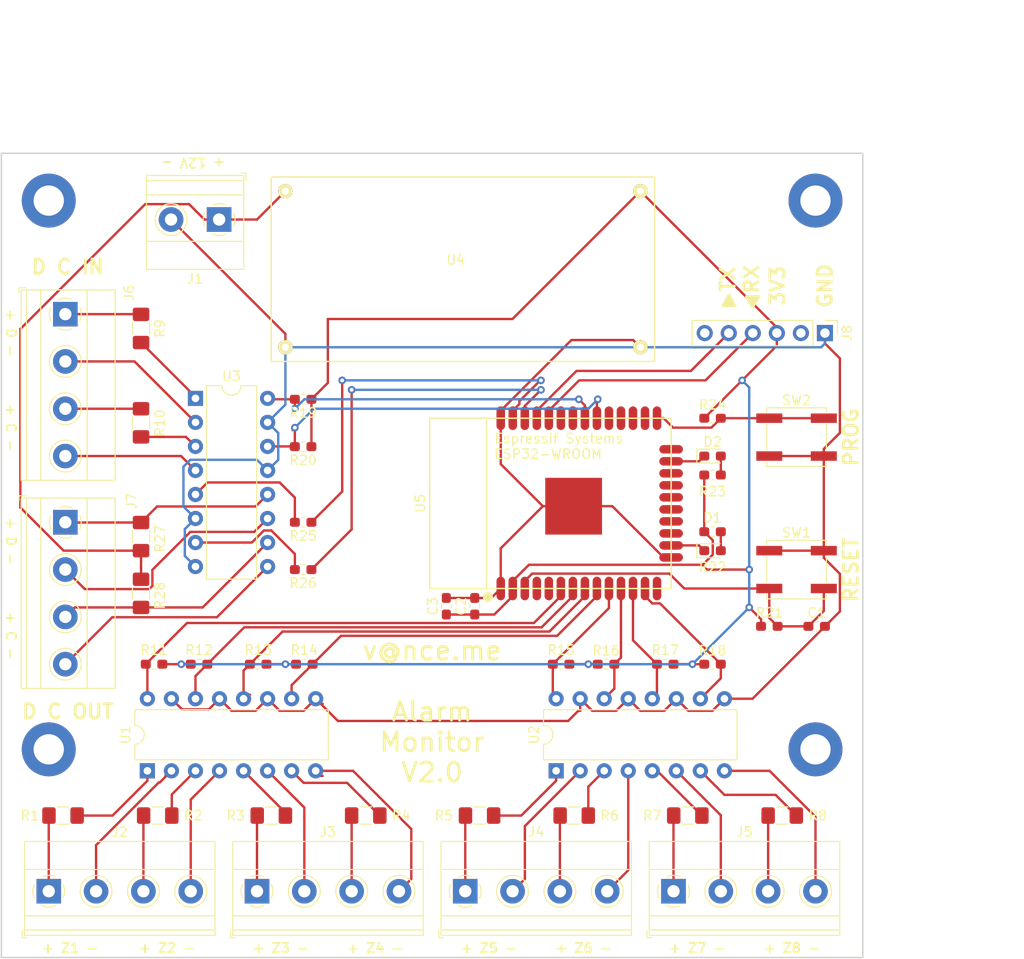
<source format=kicad_pcb>
(kicad_pcb (version 20171130) (host pcbnew 5.0.2-bee76a0~70~ubuntu18.10.1)

  (general
    (thickness 1.6)
    (drawings 30)
    (tracks 367)
    (zones 0)
    (modules 52)
    (nets 78)
  )

  (page A4)
  (layers
    (0 F.Cu signal)
    (31 B.Cu signal)
    (32 B.Adhes user)
    (33 F.Adhes user)
    (34 B.Paste user)
    (35 F.Paste user)
    (36 B.SilkS user)
    (37 F.SilkS user)
    (38 B.Mask user)
    (39 F.Mask user)
    (40 Dwgs.User user)
    (41 Cmts.User user)
    (42 Eco1.User user)
    (43 Eco2.User user)
    (44 Edge.Cuts user)
    (45 Margin user)
    (46 B.CrtYd user)
    (47 F.CrtYd user)
    (48 B.Fab user)
    (49 F.Fab user)
  )

  (setup
    (last_trace_width 0.25)
    (trace_clearance 0.2)
    (zone_clearance 0.508)
    (zone_45_only no)
    (trace_min 0.2)
    (segment_width 0.2)
    (edge_width 0.15)
    (via_size 0.8)
    (via_drill 0.4)
    (via_min_size 0.4)
    (via_min_drill 0.3)
    (uvia_size 0.3)
    (uvia_drill 0.1)
    (uvias_allowed no)
    (uvia_min_size 0.2)
    (uvia_min_drill 0.1)
    (pcb_text_width 0.3)
    (pcb_text_size 1.5 1.5)
    (mod_edge_width 0.15)
    (mod_text_size 1 1)
    (mod_text_width 0.15)
    (pad_size 5.7 5.7)
    (pad_drill 3.2)
    (pad_to_mask_clearance 0.051)
    (solder_mask_min_width 0.25)
    (pad_to_paste_clearance_ratio -0.2)
    (aux_axis_origin 0 0)
    (visible_elements FFFDFF7F)
    (pcbplotparams
      (layerselection 0x010fc_ffffffff)
      (usegerberextensions true)
      (usegerberattributes false)
      (usegerberadvancedattributes false)
      (creategerberjobfile false)
      (excludeedgelayer true)
      (linewidth 0.100000)
      (plotframeref false)
      (viasonmask false)
      (mode 1)
      (useauxorigin false)
      (hpglpennumber 1)
      (hpglpenspeed 20)
      (hpglpendiameter 15.000000)
      (psnegative false)
      (psa4output false)
      (plotreference true)
      (plotvalue true)
      (plotinvisibletext false)
      (padsonsilk false)
      (subtractmaskfromsilk false)
      (outputformat 1)
      (mirror false)
      (drillshape 0)
      (scaleselection 1)
      (outputdirectory "gerbers/"))
  )

  (net 0 "")
  (net 1 "Net-(C1-Pad1)")
  (net 2 GND)
  (net 3 +3V3)
  (net 4 "Net-(D1-Pad2)")
  (net 5 "Net-(D1-Pad1)")
  (net 6 "Net-(D2-Pad1)")
  (net 7 "Net-(D2-Pad2)")
  (net 8 +12V)
  (net 9 "Net-(J2-Pad4)")
  (net 10 "Net-(J2-Pad3)")
  (net 11 "Net-(J2-Pad2)")
  (net 12 "Net-(J2-Pad1)")
  (net 13 "Net-(J3-Pad1)")
  (net 14 "Net-(J3-Pad2)")
  (net 15 "Net-(J3-Pad3)")
  (net 16 "Net-(J3-Pad4)")
  (net 17 "Net-(J4-Pad1)")
  (net 18 "Net-(J4-Pad2)")
  (net 19 "Net-(J4-Pad3)")
  (net 20 "Net-(J4-Pad4)")
  (net 21 "Net-(J5-Pad4)")
  (net 22 "Net-(J5-Pad3)")
  (net 23 "Net-(J5-Pad2)")
  (net 24 "Net-(J5-Pad1)")
  (net 25 "Net-(J6-Pad1)")
  (net 26 "Net-(J6-Pad2)")
  (net 27 "Net-(J6-Pad3)")
  (net 28 "Net-(J6-Pad4)")
  (net 29 "Net-(J7-Pad4)")
  (net 30 "Net-(J7-Pad3)")
  (net 31 "Net-(J7-Pad2)")
  (net 32 "Net-(J7-Pad1)")
  (net 33 "Net-(R1-Pad1)")
  (net 34 "Net-(R2-Pad1)")
  (net 35 "Net-(R3-Pad1)")
  (net 36 "Net-(R4-Pad1)")
  (net 37 "Net-(R5-Pad1)")
  (net 38 "Net-(R6-Pad1)")
  (net 39 "Net-(R7-Pad1)")
  (net 40 "Net-(R8-Pad1)")
  (net 41 "Net-(R9-Pad1)")
  (net 42 "Net-(R10-Pad1)")
  (net 43 ZONE1)
  (net 44 ZONE2)
  (net 45 ZONE3)
  (net 46 ZONE4)
  (net 47 ZONE5)
  (net 48 ZONE6)
  (net 49 ZONE7)
  (net 50 ZONE8)
  (net 51 DATA_IN)
  (net 52 CLK_IN)
  (net 53 "Net-(R24-Pad2)")
  (net 54 DATA_OUT)
  (net 55 "Net-(R25-Pad2)")
  (net 56 "Net-(R26-Pad2)")
  (net 57 CLK_OUT)
  (net 58 "Net-(U5-Pad33)")
  (net 59 "Net-(U5-Pad32)")
  (net 60 "Net-(U5-Pad29)")
  (net 61 "Net-(U5-Pad28)")
  (net 62 "Net-(U5-Pad27)")
  (net 63 "Net-(U5-Pad26)")
  (net 64 "Net-(U5-Pad24)")
  (net 65 "Net-(U5-Pad22)")
  (net 66 "Net-(U5-Pad21)")
  (net 67 "Net-(U5-Pad20)")
  (net 68 "Net-(U5-Pad19)")
  (net 69 "Net-(U5-Pad18)")
  (net 70 "Net-(U5-Pad17)")
  (net 71 "Net-(U5-Pad14)")
  (net 72 "Net-(U5-Pad5)")
  (net 73 "Net-(U5-Pad4)")
  (net 74 "Net-(J8-Pad2)")
  (net 75 RXDI)
  (net 76 TXDO)
  (net 77 "Net-(J8-Pad6)")

  (net_class Default "This is the default net class."
    (clearance 0.2)
    (trace_width 0.25)
    (via_dia 0.8)
    (via_drill 0.4)
    (uvia_dia 0.3)
    (uvia_drill 0.1)
    (add_net +12V)
    (add_net +3V3)
    (add_net CLK_IN)
    (add_net CLK_OUT)
    (add_net DATA_IN)
    (add_net DATA_OUT)
    (add_net GND)
    (add_net "Net-(C1-Pad1)")
    (add_net "Net-(D1-Pad1)")
    (add_net "Net-(D1-Pad2)")
    (add_net "Net-(D2-Pad1)")
    (add_net "Net-(D2-Pad2)")
    (add_net "Net-(J2-Pad1)")
    (add_net "Net-(J2-Pad2)")
    (add_net "Net-(J2-Pad3)")
    (add_net "Net-(J2-Pad4)")
    (add_net "Net-(J3-Pad1)")
    (add_net "Net-(J3-Pad2)")
    (add_net "Net-(J3-Pad3)")
    (add_net "Net-(J3-Pad4)")
    (add_net "Net-(J4-Pad1)")
    (add_net "Net-(J4-Pad2)")
    (add_net "Net-(J4-Pad3)")
    (add_net "Net-(J4-Pad4)")
    (add_net "Net-(J5-Pad1)")
    (add_net "Net-(J5-Pad2)")
    (add_net "Net-(J5-Pad3)")
    (add_net "Net-(J5-Pad4)")
    (add_net "Net-(J6-Pad1)")
    (add_net "Net-(J6-Pad2)")
    (add_net "Net-(J6-Pad3)")
    (add_net "Net-(J6-Pad4)")
    (add_net "Net-(J7-Pad1)")
    (add_net "Net-(J7-Pad2)")
    (add_net "Net-(J7-Pad3)")
    (add_net "Net-(J7-Pad4)")
    (add_net "Net-(J8-Pad2)")
    (add_net "Net-(J8-Pad6)")
    (add_net "Net-(R1-Pad1)")
    (add_net "Net-(R10-Pad1)")
    (add_net "Net-(R2-Pad1)")
    (add_net "Net-(R24-Pad2)")
    (add_net "Net-(R25-Pad2)")
    (add_net "Net-(R26-Pad2)")
    (add_net "Net-(R3-Pad1)")
    (add_net "Net-(R4-Pad1)")
    (add_net "Net-(R5-Pad1)")
    (add_net "Net-(R6-Pad1)")
    (add_net "Net-(R7-Pad1)")
    (add_net "Net-(R8-Pad1)")
    (add_net "Net-(R9-Pad1)")
    (add_net "Net-(U5-Pad14)")
    (add_net "Net-(U5-Pad17)")
    (add_net "Net-(U5-Pad18)")
    (add_net "Net-(U5-Pad19)")
    (add_net "Net-(U5-Pad20)")
    (add_net "Net-(U5-Pad21)")
    (add_net "Net-(U5-Pad22)")
    (add_net "Net-(U5-Pad24)")
    (add_net "Net-(U5-Pad26)")
    (add_net "Net-(U5-Pad27)")
    (add_net "Net-(U5-Pad28)")
    (add_net "Net-(U5-Pad29)")
    (add_net "Net-(U5-Pad32)")
    (add_net "Net-(U5-Pad33)")
    (add_net "Net-(U5-Pad4)")
    (add_net "Net-(U5-Pad5)")
    (add_net RXDI)
    (add_net TXDO)
    (add_net ZONE1)
    (add_net ZONE2)
    (add_net ZONE3)
    (add_net ZONE4)
    (add_net ZONE5)
    (add_net ZONE6)
    (add_net ZONE7)
    (add_net ZONE8)
  )

  (module MountingHole:MountingHole_3.2mm_M3_ISO7380_Pad (layer F.Cu) (tedit 5BE9A798) (tstamp 5BF5B35A)
    (at 129 126)
    (descr "Mounting Hole 3.2mm, M3, ISO7380")
    (tags "mounting hole 3.2mm m3 iso7380")
    (attr virtual)
    (fp_text reference REF** (at 0 -3.85) (layer F.SilkS) hide
      (effects (font (size 1 1) (thickness 0.15)))
    )
    (fp_text value MountingHole_3.2mm_M3_ISO7380_Pad (at 0 3.85) (layer F.Fab) hide
      (effects (font (size 1 1) (thickness 0.15)))
    )
    (fp_text user %R (at 0.3 0) (layer F.Fab)
      (effects (font (size 1 1) (thickness 0.15)))
    )
    (fp_circle (center 0 0) (end 2.85 0) (layer Cmts.User) (width 0.15))
    (fp_circle (center 0 0) (end 3.1 0) (layer F.CrtYd) (width 0.05))
    (pad "" thru_hole circle (at 0 0) (size 5.7 5.7) (drill 3.2) (layers *.Cu *.Mask))
  )

  (module MountingHole:MountingHole_3.2mm_M3_ISO7380_Pad (layer F.Cu) (tedit 5BE9A798) (tstamp 5BF5B34C)
    (at 48 126)
    (descr "Mounting Hole 3.2mm, M3, ISO7380")
    (tags "mounting hole 3.2mm m3 iso7380")
    (attr virtual)
    (fp_text reference REF** (at 0 -3.85) (layer F.SilkS) hide
      (effects (font (size 1 1) (thickness 0.15)))
    )
    (fp_text value MountingHole_3.2mm_M3_ISO7380_Pad (at 0 3.85) (layer F.Fab) hide
      (effects (font (size 1 1) (thickness 0.15)))
    )
    (fp_circle (center 0 0) (end 3.1 0) (layer F.CrtYd) (width 0.05))
    (fp_circle (center 0 0) (end 2.85 0) (layer Cmts.User) (width 0.15))
    (fp_text user %R (at 0.3 0) (layer F.Fab)
      (effects (font (size 1 1) (thickness 0.15)))
    )
    (pad "" thru_hole circle (at 0 0) (size 5.7 5.7) (drill 3.2) (layers *.Cu *.Mask))
  )

  (module MountingHole:MountingHole_3.2mm_M3_ISO7380_Pad (layer F.Cu) (tedit 5BE9A798) (tstamp 5BF5B33E)
    (at 48 68)
    (descr "Mounting Hole 3.2mm, M3, ISO7380")
    (tags "mounting hole 3.2mm m3 iso7380")
    (attr virtual)
    (fp_text reference REF** (at 0 -3.85) (layer F.SilkS) hide
      (effects (font (size 1 1) (thickness 0.15)))
    )
    (fp_text value MountingHole_3.2mm_M3_ISO7380_Pad (at 0 3.85) (layer F.Fab) hide
      (effects (font (size 1 1) (thickness 0.15)))
    )
    (fp_text user %R (at 0.3 0) (layer F.Fab)
      (effects (font (size 1 1) (thickness 0.15)))
    )
    (fp_circle (center 0 0) (end 2.85 0) (layer Cmts.User) (width 0.15))
    (fp_circle (center 0 0) (end 3.1 0) (layer F.CrtYd) (width 0.05))
    (pad "" thru_hole circle (at 0 0) (size 5.7 5.7) (drill 3.2) (layers *.Cu *.Mask))
  )

  (module Capacitor_SMD:C_0603_1608Metric_Pad1.05x0.95mm_HandSolder (layer F.Cu) (tedit 5B301BBE) (tstamp 5BE65864)
    (at 129.125 113)
    (descr "Capacitor SMD 0603 (1608 Metric), square (rectangular) end terminal, IPC_7351 nominal with elongated pad for handsoldering. (Body size source: http://www.tortai-tech.com/upload/download/2011102023233369053.pdf), generated with kicad-footprint-generator")
    (tags "capacitor handsolder")
    (path /5BDEA67A)
    (attr smd)
    (fp_text reference C1 (at 0 -1.43) (layer F.SilkS)
      (effects (font (size 1 1) (thickness 0.15)))
    )
    (fp_text value 1uF (at 0 1.43) (layer F.Fab)
      (effects (font (size 1 1) (thickness 0.15)))
    )
    (fp_line (start -0.8 0.4) (end -0.8 -0.4) (layer F.Fab) (width 0.1))
    (fp_line (start -0.8 -0.4) (end 0.8 -0.4) (layer F.Fab) (width 0.1))
    (fp_line (start 0.8 -0.4) (end 0.8 0.4) (layer F.Fab) (width 0.1))
    (fp_line (start 0.8 0.4) (end -0.8 0.4) (layer F.Fab) (width 0.1))
    (fp_line (start -0.171267 -0.51) (end 0.171267 -0.51) (layer F.SilkS) (width 0.12))
    (fp_line (start -0.171267 0.51) (end 0.171267 0.51) (layer F.SilkS) (width 0.12))
    (fp_line (start -1.65 0.73) (end -1.65 -0.73) (layer F.CrtYd) (width 0.05))
    (fp_line (start -1.65 -0.73) (end 1.65 -0.73) (layer F.CrtYd) (width 0.05))
    (fp_line (start 1.65 -0.73) (end 1.65 0.73) (layer F.CrtYd) (width 0.05))
    (fp_line (start 1.65 0.73) (end -1.65 0.73) (layer F.CrtYd) (width 0.05))
    (fp_text user %R (at 0 0) (layer F.Fab)
      (effects (font (size 0.4 0.4) (thickness 0.06)))
    )
    (pad 1 smd roundrect (at -0.875 0) (size 1.05 0.95) (layers F.Cu F.Paste F.Mask) (roundrect_rratio 0.25)
      (net 1 "Net-(C1-Pad1)"))
    (pad 2 smd roundrect (at 0.875 0) (size 1.05 0.95) (layers F.Cu F.Paste F.Mask) (roundrect_rratio 0.25)
      (net 2 GND))
    (model ${KISYS3DMOD}/Capacitor_SMD.3dshapes/C_0603_1608Metric.wrl
      (at (xyz 0 0 0))
      (scale (xyz 1 1 1))
      (rotate (xyz 0 0 0))
    )
  )

  (module Capacitor_SMD:C_0603_1608Metric_Pad1.05x0.95mm_HandSolder (layer F.Cu) (tedit 5B301BBE) (tstamp 5BE65875)
    (at 93 110.875 90)
    (descr "Capacitor SMD 0603 (1608 Metric), square (rectangular) end terminal, IPC_7351 nominal with elongated pad for handsoldering. (Body size source: http://www.tortai-tech.com/upload/download/2011102023233369053.pdf), generated with kicad-footprint-generator")
    (tags "capacitor handsolder")
    (path /5BE0F53D)
    (attr smd)
    (fp_text reference C2 (at 0 -1.43 90) (layer F.SilkS)
      (effects (font (size 1 1) (thickness 0.15)))
    )
    (fp_text value 10uF (at 0 1.43 90) (layer F.Fab)
      (effects (font (size 1 1) (thickness 0.15)))
    )
    (fp_line (start -0.8 0.4) (end -0.8 -0.4) (layer F.Fab) (width 0.1))
    (fp_line (start -0.8 -0.4) (end 0.8 -0.4) (layer F.Fab) (width 0.1))
    (fp_line (start 0.8 -0.4) (end 0.8 0.4) (layer F.Fab) (width 0.1))
    (fp_line (start 0.8 0.4) (end -0.8 0.4) (layer F.Fab) (width 0.1))
    (fp_line (start -0.171267 -0.51) (end 0.171267 -0.51) (layer F.SilkS) (width 0.12))
    (fp_line (start -0.171267 0.51) (end 0.171267 0.51) (layer F.SilkS) (width 0.12))
    (fp_line (start -1.65 0.73) (end -1.65 -0.73) (layer F.CrtYd) (width 0.05))
    (fp_line (start -1.65 -0.73) (end 1.65 -0.73) (layer F.CrtYd) (width 0.05))
    (fp_line (start 1.65 -0.73) (end 1.65 0.73) (layer F.CrtYd) (width 0.05))
    (fp_line (start 1.65 0.73) (end -1.65 0.73) (layer F.CrtYd) (width 0.05))
    (fp_text user %R (at 0 0 90) (layer F.Fab)
      (effects (font (size 0.4 0.4) (thickness 0.06)))
    )
    (pad 1 smd roundrect (at -0.875 0 90) (size 1.05 0.95) (layers F.Cu F.Paste F.Mask) (roundrect_rratio 0.25)
      (net 3 +3V3))
    (pad 2 smd roundrect (at 0.875 0 90) (size 1.05 0.95) (layers F.Cu F.Paste F.Mask) (roundrect_rratio 0.25)
      (net 2 GND))
    (model ${KISYS3DMOD}/Capacitor_SMD.3dshapes/C_0603_1608Metric.wrl
      (at (xyz 0 0 0))
      (scale (xyz 1 1 1))
      (rotate (xyz 0 0 0))
    )
  )

  (module Capacitor_SMD:C_0603_1608Metric_Pad1.05x0.95mm_HandSolder (layer F.Cu) (tedit 5B301BBE) (tstamp 5BE65886)
    (at 90 110.875 90)
    (descr "Capacitor SMD 0603 (1608 Metric), square (rectangular) end terminal, IPC_7351 nominal with elongated pad for handsoldering. (Body size source: http://www.tortai-tech.com/upload/download/2011102023233369053.pdf), generated with kicad-footprint-generator")
    (tags "capacitor handsolder")
    (path /5BE0F474)
    (attr smd)
    (fp_text reference C3 (at 0 -1.43 90) (layer F.SilkS)
      (effects (font (size 1 1) (thickness 0.15)))
    )
    (fp_text value 0.1uF (at 0 1.43 90) (layer F.Fab)
      (effects (font (size 1 1) (thickness 0.15)))
    )
    (fp_text user %R (at 0 0 90) (layer F.Fab)
      (effects (font (size 0.4 0.4) (thickness 0.06)))
    )
    (fp_line (start 1.65 0.73) (end -1.65 0.73) (layer F.CrtYd) (width 0.05))
    (fp_line (start 1.65 -0.73) (end 1.65 0.73) (layer F.CrtYd) (width 0.05))
    (fp_line (start -1.65 -0.73) (end 1.65 -0.73) (layer F.CrtYd) (width 0.05))
    (fp_line (start -1.65 0.73) (end -1.65 -0.73) (layer F.CrtYd) (width 0.05))
    (fp_line (start -0.171267 0.51) (end 0.171267 0.51) (layer F.SilkS) (width 0.12))
    (fp_line (start -0.171267 -0.51) (end 0.171267 -0.51) (layer F.SilkS) (width 0.12))
    (fp_line (start 0.8 0.4) (end -0.8 0.4) (layer F.Fab) (width 0.1))
    (fp_line (start 0.8 -0.4) (end 0.8 0.4) (layer F.Fab) (width 0.1))
    (fp_line (start -0.8 -0.4) (end 0.8 -0.4) (layer F.Fab) (width 0.1))
    (fp_line (start -0.8 0.4) (end -0.8 -0.4) (layer F.Fab) (width 0.1))
    (pad 2 smd roundrect (at 0.875 0 90) (size 1.05 0.95) (layers F.Cu F.Paste F.Mask) (roundrect_rratio 0.25)
      (net 2 GND))
    (pad 1 smd roundrect (at -0.875 0 90) (size 1.05 0.95) (layers F.Cu F.Paste F.Mask) (roundrect_rratio 0.25)
      (net 3 +3V3))
    (model ${KISYS3DMOD}/Capacitor_SMD.3dshapes/C_0603_1608Metric.wrl
      (at (xyz 0 0 0))
      (scale (xyz 1 1 1))
      (rotate (xyz 0 0 0))
    )
  )

  (module LED_SMD:LED_0603_1608Metric_Pad1.05x0.95mm_HandSolder (layer F.Cu) (tedit 5B4B45C9) (tstamp 5BE65899)
    (at 118.125 105)
    (descr "LED SMD 0603 (1608 Metric), square (rectangular) end terminal, IPC_7351 nominal, (Body size source: http://www.tortai-tech.com/upload/download/2011102023233369053.pdf), generated with kicad-footprint-generator")
    (tags "LED handsolder")
    (path /5BE7B7BF)
    (attr smd)
    (fp_text reference D1 (at 0 -3.5) (layer F.SilkS)
      (effects (font (size 1 1) (thickness 0.15)))
    )
    (fp_text value LED (at 0 1.43) (layer F.Fab)
      (effects (font (size 1 1) (thickness 0.15)))
    )
    (fp_text user %R (at 0 0) (layer F.Fab)
      (effects (font (size 0.4 0.4) (thickness 0.06)))
    )
    (fp_line (start 1.65 0.73) (end -1.65 0.73) (layer F.CrtYd) (width 0.05))
    (fp_line (start 1.65 -0.73) (end 1.65 0.73) (layer F.CrtYd) (width 0.05))
    (fp_line (start -1.65 -0.73) (end 1.65 -0.73) (layer F.CrtYd) (width 0.05))
    (fp_line (start -1.65 0.73) (end -1.65 -0.73) (layer F.CrtYd) (width 0.05))
    (fp_line (start -1.66 0.735) (end 0.8 0.735) (layer F.SilkS) (width 0.12))
    (fp_line (start -1.66 -0.735) (end -1.66 0.735) (layer F.SilkS) (width 0.12))
    (fp_line (start 0.8 -0.735) (end -1.66 -0.735) (layer F.SilkS) (width 0.12))
    (fp_line (start 0.8 0.4) (end 0.8 -0.4) (layer F.Fab) (width 0.1))
    (fp_line (start -0.8 0.4) (end 0.8 0.4) (layer F.Fab) (width 0.1))
    (fp_line (start -0.8 -0.1) (end -0.8 0.4) (layer F.Fab) (width 0.1))
    (fp_line (start -0.5 -0.4) (end -0.8 -0.1) (layer F.Fab) (width 0.1))
    (fp_line (start 0.8 -0.4) (end -0.5 -0.4) (layer F.Fab) (width 0.1))
    (pad 2 smd roundrect (at 0.875 0) (size 1.05 0.95) (layers F.Cu F.Paste F.Mask) (roundrect_rratio 0.25)
      (net 4 "Net-(D1-Pad2)"))
    (pad 1 smd roundrect (at -0.875 0) (size 1.05 0.95) (layers F.Cu F.Paste F.Mask) (roundrect_rratio 0.25)
      (net 5 "Net-(D1-Pad1)"))
    (model ${KISYS3DMOD}/LED_SMD.3dshapes/LED_0603_1608Metric.wrl
      (at (xyz 0 0 0))
      (scale (xyz 1 1 1))
      (rotate (xyz 0 0 0))
    )
  )

  (module LED_SMD:LED_0603_1608Metric_Pad1.05x0.95mm_HandSolder (layer F.Cu) (tedit 5B4B45C9) (tstamp 5BE658AC)
    (at 118.125 95)
    (descr "LED SMD 0603 (1608 Metric), square (rectangular) end terminal, IPC_7351 nominal, (Body size source: http://www.tortai-tech.com/upload/download/2011102023233369053.pdf), generated with kicad-footprint-generator")
    (tags "LED handsolder")
    (path /5BE7B6B0)
    (attr smd)
    (fp_text reference D2 (at 0 -1.5) (layer F.SilkS)
      (effects (font (size 1 1) (thickness 0.15)))
    )
    (fp_text value LED (at 0 1.43) (layer F.Fab)
      (effects (font (size 1 1) (thickness 0.15)))
    )
    (fp_line (start 0.8 -0.4) (end -0.5 -0.4) (layer F.Fab) (width 0.1))
    (fp_line (start -0.5 -0.4) (end -0.8 -0.1) (layer F.Fab) (width 0.1))
    (fp_line (start -0.8 -0.1) (end -0.8 0.4) (layer F.Fab) (width 0.1))
    (fp_line (start -0.8 0.4) (end 0.8 0.4) (layer F.Fab) (width 0.1))
    (fp_line (start 0.8 0.4) (end 0.8 -0.4) (layer F.Fab) (width 0.1))
    (fp_line (start 0.8 -0.735) (end -1.66 -0.735) (layer F.SilkS) (width 0.12))
    (fp_line (start -1.66 -0.735) (end -1.66 0.735) (layer F.SilkS) (width 0.12))
    (fp_line (start -1.66 0.735) (end 0.8 0.735) (layer F.SilkS) (width 0.12))
    (fp_line (start -1.65 0.73) (end -1.65 -0.73) (layer F.CrtYd) (width 0.05))
    (fp_line (start -1.65 -0.73) (end 1.65 -0.73) (layer F.CrtYd) (width 0.05))
    (fp_line (start 1.65 -0.73) (end 1.65 0.73) (layer F.CrtYd) (width 0.05))
    (fp_line (start 1.65 0.73) (end -1.65 0.73) (layer F.CrtYd) (width 0.05))
    (fp_text user %R (at 0 0) (layer F.Fab)
      (effects (font (size 0.4 0.4) (thickness 0.06)))
    )
    (pad 1 smd roundrect (at -0.875 0) (size 1.05 0.95) (layers F.Cu F.Paste F.Mask) (roundrect_rratio 0.25)
      (net 6 "Net-(D2-Pad1)"))
    (pad 2 smd roundrect (at 0.875 0) (size 1.05 0.95) (layers F.Cu F.Paste F.Mask) (roundrect_rratio 0.25)
      (net 7 "Net-(D2-Pad2)"))
    (model ${KISYS3DMOD}/LED_SMD.3dshapes/LED_0603_1608Metric.wrl
      (at (xyz 0 0 0))
      (scale (xyz 1 1 1))
      (rotate (xyz 0 0 0))
    )
  )

  (module TerminalBlock_Phoenix:TerminalBlock_Phoenix_MKDS-1,5-2-5.08_1x02_P5.08mm_Horizontal (layer F.Cu) (tedit 5B294EBC) (tstamp 5BE658D8)
    (at 66 70 180)
    (descr "Terminal Block Phoenix MKDS-1,5-2-5.08, 2 pins, pitch 5.08mm, size 10.2x9.8mm^2, drill diamater 1.3mm, pad diameter 2.6mm, see http://www.farnell.com/datasheets/100425.pdf, script-generated using https://github.com/pointhi/kicad-footprint-generator/scripts/TerminalBlock_Phoenix")
    (tags "THT Terminal Block Phoenix MKDS-1,5-2-5.08 pitch 5.08mm size 10.2x9.8mm^2 drill 1.3mm pad 2.6mm")
    (path /5BD991C4)
    (fp_text reference J1 (at 2.54 -6.26 180) (layer F.SilkS)
      (effects (font (size 1 1) (thickness 0.15)))
    )
    (fp_text value Power (at 2.54 5.66 180) (layer F.Fab)
      (effects (font (size 1 1) (thickness 0.15)))
    )
    (fp_arc (start 0 0) (end 0 1.68) (angle -24) (layer F.SilkS) (width 0.12))
    (fp_arc (start 0 0) (end 1.535 0.684) (angle -48) (layer F.SilkS) (width 0.12))
    (fp_arc (start 0 0) (end 0.684 -1.535) (angle -48) (layer F.SilkS) (width 0.12))
    (fp_arc (start 0 0) (end -1.535 -0.684) (angle -48) (layer F.SilkS) (width 0.12))
    (fp_arc (start 0 0) (end -0.684 1.535) (angle -25) (layer F.SilkS) (width 0.12))
    (fp_circle (center 0 0) (end 1.5 0) (layer F.Fab) (width 0.1))
    (fp_circle (center 5.08 0) (end 6.58 0) (layer F.Fab) (width 0.1))
    (fp_circle (center 5.08 0) (end 6.76 0) (layer F.SilkS) (width 0.12))
    (fp_line (start -2.54 -5.2) (end 7.62 -5.2) (layer F.Fab) (width 0.1))
    (fp_line (start 7.62 -5.2) (end 7.62 4.6) (layer F.Fab) (width 0.1))
    (fp_line (start 7.62 4.6) (end -2.04 4.6) (layer F.Fab) (width 0.1))
    (fp_line (start -2.04 4.6) (end -2.54 4.1) (layer F.Fab) (width 0.1))
    (fp_line (start -2.54 4.1) (end -2.54 -5.2) (layer F.Fab) (width 0.1))
    (fp_line (start -2.54 4.1) (end 7.62 4.1) (layer F.Fab) (width 0.1))
    (fp_line (start -2.6 4.1) (end 7.68 4.1) (layer F.SilkS) (width 0.12))
    (fp_line (start -2.54 2.6) (end 7.62 2.6) (layer F.Fab) (width 0.1))
    (fp_line (start -2.6 2.6) (end 7.68 2.6) (layer F.SilkS) (width 0.12))
    (fp_line (start -2.54 -2.3) (end 7.62 -2.3) (layer F.Fab) (width 0.1))
    (fp_line (start -2.6 -2.301) (end 7.68 -2.301) (layer F.SilkS) (width 0.12))
    (fp_line (start -2.6 -5.261) (end 7.68 -5.261) (layer F.SilkS) (width 0.12))
    (fp_line (start -2.6 4.66) (end 7.68 4.66) (layer F.SilkS) (width 0.12))
    (fp_line (start -2.6 -5.261) (end -2.6 4.66) (layer F.SilkS) (width 0.12))
    (fp_line (start 7.68 -5.261) (end 7.68 4.66) (layer F.SilkS) (width 0.12))
    (fp_line (start 1.138 -0.955) (end -0.955 1.138) (layer F.Fab) (width 0.1))
    (fp_line (start 0.955 -1.138) (end -1.138 0.955) (layer F.Fab) (width 0.1))
    (fp_line (start 6.218 -0.955) (end 4.126 1.138) (layer F.Fab) (width 0.1))
    (fp_line (start 6.035 -1.138) (end 3.943 0.955) (layer F.Fab) (width 0.1))
    (fp_line (start 6.355 -1.069) (end 6.308 -1.023) (layer F.SilkS) (width 0.12))
    (fp_line (start 4.046 1.239) (end 4.011 1.274) (layer F.SilkS) (width 0.12))
    (fp_line (start 6.15 -1.275) (end 6.115 -1.239) (layer F.SilkS) (width 0.12))
    (fp_line (start 3.853 1.023) (end 3.806 1.069) (layer F.SilkS) (width 0.12))
    (fp_line (start -2.84 4.16) (end -2.84 4.9) (layer F.SilkS) (width 0.12))
    (fp_line (start -2.84 4.9) (end -2.34 4.9) (layer F.SilkS) (width 0.12))
    (fp_line (start -3.04 -5.71) (end -3.04 5.1) (layer F.CrtYd) (width 0.05))
    (fp_line (start -3.04 5.1) (end 8.13 5.1) (layer F.CrtYd) (width 0.05))
    (fp_line (start 8.13 5.1) (end 8.13 -5.71) (layer F.CrtYd) (width 0.05))
    (fp_line (start 8.13 -5.71) (end -3.04 -5.71) (layer F.CrtYd) (width 0.05))
    (fp_text user %R (at 2.54 3.2 180) (layer F.Fab)
      (effects (font (size 1 1) (thickness 0.15)))
    )
    (pad 1 thru_hole rect (at 0 0 180) (size 2.6 2.6) (drill 1.3) (layers *.Cu *.Mask)
      (net 8 +12V))
    (pad 2 thru_hole circle (at 5.08 0 180) (size 2.6 2.6) (drill 1.3) (layers *.Cu *.Mask)
      (net 2 GND))
    (model ${KISYS3DMOD}/TerminalBlock_Phoenix.3dshapes/TerminalBlock_Phoenix_MKDS-1,5-2-5.08_1x02_P5.08mm_Horizontal.wrl
      (at (xyz 0 0 0))
      (scale (xyz 1 1 1))
      (rotate (xyz 0 0 0))
    )
  )

  (module TerminalBlock_Phoenix:TerminalBlock_Phoenix_MKDS-1,5-4_1x04_P5.00mm_Horizontal (layer F.Cu) (tedit 5B294EE5) (tstamp 5BE65916)
    (at 48 141)
    (descr "Terminal Block Phoenix MKDS-1,5-4, 4 pins, pitch 5mm, size 20x9.8mm^2, drill diamater 1.3mm, pad diameter 2.6mm, see http://www.farnell.com/datasheets/100425.pdf, script-generated using https://github.com/pointhi/kicad-footprint-generator/scripts/TerminalBlock_Phoenix")
    (tags "THT Terminal Block Phoenix MKDS-1,5-4 pitch 5mm size 20x9.8mm^2 drill 1.3mm pad 2.6mm")
    (path /5BD8D2B7)
    (fp_text reference J2 (at 7.5 -6.26) (layer F.SilkS)
      (effects (font (size 1 1) (thickness 0.15)))
    )
    (fp_text value "Z1 Z2" (at 7.5 5.66) (layer F.Fab)
      (effects (font (size 1 1) (thickness 0.15)))
    )
    (fp_text user %R (at 7.5 3.2) (layer F.Fab)
      (effects (font (size 1 1) (thickness 0.15)))
    )
    (fp_line (start 18 -5.71) (end -3 -5.71) (layer F.CrtYd) (width 0.05))
    (fp_line (start 18 5.1) (end 18 -5.71) (layer F.CrtYd) (width 0.05))
    (fp_line (start -3 5.1) (end 18 5.1) (layer F.CrtYd) (width 0.05))
    (fp_line (start -3 -5.71) (end -3 5.1) (layer F.CrtYd) (width 0.05))
    (fp_line (start -2.8 4.9) (end -2.3 4.9) (layer F.SilkS) (width 0.12))
    (fp_line (start -2.8 4.16) (end -2.8 4.9) (layer F.SilkS) (width 0.12))
    (fp_line (start 13.773 1.023) (end 13.726 1.069) (layer F.SilkS) (width 0.12))
    (fp_line (start 16.07 -1.275) (end 16.035 -1.239) (layer F.SilkS) (width 0.12))
    (fp_line (start 13.966 1.239) (end 13.931 1.274) (layer F.SilkS) (width 0.12))
    (fp_line (start 16.275 -1.069) (end 16.228 -1.023) (layer F.SilkS) (width 0.12))
    (fp_line (start 15.955 -1.138) (end 13.863 0.955) (layer F.Fab) (width 0.1))
    (fp_line (start 16.138 -0.955) (end 14.046 1.138) (layer F.Fab) (width 0.1))
    (fp_line (start 8.773 1.023) (end 8.726 1.069) (layer F.SilkS) (width 0.12))
    (fp_line (start 11.07 -1.275) (end 11.035 -1.239) (layer F.SilkS) (width 0.12))
    (fp_line (start 8.966 1.239) (end 8.931 1.274) (layer F.SilkS) (width 0.12))
    (fp_line (start 11.275 -1.069) (end 11.228 -1.023) (layer F.SilkS) (width 0.12))
    (fp_line (start 10.955 -1.138) (end 8.863 0.955) (layer F.Fab) (width 0.1))
    (fp_line (start 11.138 -0.955) (end 9.046 1.138) (layer F.Fab) (width 0.1))
    (fp_line (start 3.773 1.023) (end 3.726 1.069) (layer F.SilkS) (width 0.12))
    (fp_line (start 6.07 -1.275) (end 6.035 -1.239) (layer F.SilkS) (width 0.12))
    (fp_line (start 3.966 1.239) (end 3.931 1.274) (layer F.SilkS) (width 0.12))
    (fp_line (start 6.275 -1.069) (end 6.228 -1.023) (layer F.SilkS) (width 0.12))
    (fp_line (start 5.955 -1.138) (end 3.863 0.955) (layer F.Fab) (width 0.1))
    (fp_line (start 6.138 -0.955) (end 4.046 1.138) (layer F.Fab) (width 0.1))
    (fp_line (start 0.955 -1.138) (end -1.138 0.955) (layer F.Fab) (width 0.1))
    (fp_line (start 1.138 -0.955) (end -0.955 1.138) (layer F.Fab) (width 0.1))
    (fp_line (start 17.561 -5.261) (end 17.561 4.66) (layer F.SilkS) (width 0.12))
    (fp_line (start -2.56 -5.261) (end -2.56 4.66) (layer F.SilkS) (width 0.12))
    (fp_line (start -2.56 4.66) (end 17.561 4.66) (layer F.SilkS) (width 0.12))
    (fp_line (start -2.56 -5.261) (end 17.561 -5.261) (layer F.SilkS) (width 0.12))
    (fp_line (start -2.56 -2.301) (end 17.561 -2.301) (layer F.SilkS) (width 0.12))
    (fp_line (start -2.5 -2.3) (end 17.5 -2.3) (layer F.Fab) (width 0.1))
    (fp_line (start -2.56 2.6) (end 17.561 2.6) (layer F.SilkS) (width 0.12))
    (fp_line (start -2.5 2.6) (end 17.5 2.6) (layer F.Fab) (width 0.1))
    (fp_line (start -2.56 4.1) (end 17.561 4.1) (layer F.SilkS) (width 0.12))
    (fp_line (start -2.5 4.1) (end 17.5 4.1) (layer F.Fab) (width 0.1))
    (fp_line (start -2.5 4.1) (end -2.5 -5.2) (layer F.Fab) (width 0.1))
    (fp_line (start -2 4.6) (end -2.5 4.1) (layer F.Fab) (width 0.1))
    (fp_line (start 17.5 4.6) (end -2 4.6) (layer F.Fab) (width 0.1))
    (fp_line (start 17.5 -5.2) (end 17.5 4.6) (layer F.Fab) (width 0.1))
    (fp_line (start -2.5 -5.2) (end 17.5 -5.2) (layer F.Fab) (width 0.1))
    (fp_circle (center 15 0) (end 16.68 0) (layer F.SilkS) (width 0.12))
    (fp_circle (center 15 0) (end 16.5 0) (layer F.Fab) (width 0.1))
    (fp_circle (center 10 0) (end 11.68 0) (layer F.SilkS) (width 0.12))
    (fp_circle (center 10 0) (end 11.5 0) (layer F.Fab) (width 0.1))
    (fp_circle (center 5 0) (end 6.68 0) (layer F.SilkS) (width 0.12))
    (fp_circle (center 5 0) (end 6.5 0) (layer F.Fab) (width 0.1))
    (fp_circle (center 0 0) (end 1.5 0) (layer F.Fab) (width 0.1))
    (fp_arc (start 0 0) (end -0.684 1.535) (angle -25) (layer F.SilkS) (width 0.12))
    (fp_arc (start 0 0) (end -1.535 -0.684) (angle -48) (layer F.SilkS) (width 0.12))
    (fp_arc (start 0 0) (end 0.684 -1.535) (angle -48) (layer F.SilkS) (width 0.12))
    (fp_arc (start 0 0) (end 1.535 0.684) (angle -48) (layer F.SilkS) (width 0.12))
    (fp_arc (start 0 0) (end 0 1.68) (angle -24) (layer F.SilkS) (width 0.12))
    (pad 4 thru_hole circle (at 15 0) (size 2.6 2.6) (drill 1.3) (layers *.Cu *.Mask)
      (net 9 "Net-(J2-Pad4)"))
    (pad 3 thru_hole circle (at 10 0) (size 2.6 2.6) (drill 1.3) (layers *.Cu *.Mask)
      (net 10 "Net-(J2-Pad3)"))
    (pad 2 thru_hole circle (at 5 0) (size 2.6 2.6) (drill 1.3) (layers *.Cu *.Mask)
      (net 11 "Net-(J2-Pad2)"))
    (pad 1 thru_hole rect (at 0 0) (size 2.6 2.6) (drill 1.3) (layers *.Cu *.Mask)
      (net 12 "Net-(J2-Pad1)"))
    (model ${KISYS3DMOD}/TerminalBlock_Phoenix.3dshapes/TerminalBlock_Phoenix_MKDS-1,5-4_1x04_P5.00mm_Horizontal.wrl
      (at (xyz 0 0 0))
      (scale (xyz 1 1 1))
      (rotate (xyz 0 0 0))
    )
  )

  (module TerminalBlock_Phoenix:TerminalBlock_Phoenix_MKDS-1,5-4_1x04_P5.00mm_Horizontal (layer F.Cu) (tedit 5B294EE5) (tstamp 5BE65954)
    (at 70 141)
    (descr "Terminal Block Phoenix MKDS-1,5-4, 4 pins, pitch 5mm, size 20x9.8mm^2, drill diamater 1.3mm, pad diameter 2.6mm, see http://www.farnell.com/datasheets/100425.pdf, script-generated using https://github.com/pointhi/kicad-footprint-generator/scripts/TerminalBlock_Phoenix")
    (tags "THT Terminal Block Phoenix MKDS-1,5-4 pitch 5mm size 20x9.8mm^2 drill 1.3mm pad 2.6mm")
    (path /5BD8D3DE)
    (fp_text reference J3 (at 7.5 -6.26) (layer F.SilkS)
      (effects (font (size 1 1) (thickness 0.15)))
    )
    (fp_text value "Z3 Z4" (at 7.5 5.66) (layer F.Fab)
      (effects (font (size 1 1) (thickness 0.15)))
    )
    (fp_arc (start 0 0) (end 0 1.68) (angle -24) (layer F.SilkS) (width 0.12))
    (fp_arc (start 0 0) (end 1.535 0.684) (angle -48) (layer F.SilkS) (width 0.12))
    (fp_arc (start 0 0) (end 0.684 -1.535) (angle -48) (layer F.SilkS) (width 0.12))
    (fp_arc (start 0 0) (end -1.535 -0.684) (angle -48) (layer F.SilkS) (width 0.12))
    (fp_arc (start 0 0) (end -0.684 1.535) (angle -25) (layer F.SilkS) (width 0.12))
    (fp_circle (center 0 0) (end 1.5 0) (layer F.Fab) (width 0.1))
    (fp_circle (center 5 0) (end 6.5 0) (layer F.Fab) (width 0.1))
    (fp_circle (center 5 0) (end 6.68 0) (layer F.SilkS) (width 0.12))
    (fp_circle (center 10 0) (end 11.5 0) (layer F.Fab) (width 0.1))
    (fp_circle (center 10 0) (end 11.68 0) (layer F.SilkS) (width 0.12))
    (fp_circle (center 15 0) (end 16.5 0) (layer F.Fab) (width 0.1))
    (fp_circle (center 15 0) (end 16.68 0) (layer F.SilkS) (width 0.12))
    (fp_line (start -2.5 -5.2) (end 17.5 -5.2) (layer F.Fab) (width 0.1))
    (fp_line (start 17.5 -5.2) (end 17.5 4.6) (layer F.Fab) (width 0.1))
    (fp_line (start 17.5 4.6) (end -2 4.6) (layer F.Fab) (width 0.1))
    (fp_line (start -2 4.6) (end -2.5 4.1) (layer F.Fab) (width 0.1))
    (fp_line (start -2.5 4.1) (end -2.5 -5.2) (layer F.Fab) (width 0.1))
    (fp_line (start -2.5 4.1) (end 17.5 4.1) (layer F.Fab) (width 0.1))
    (fp_line (start -2.56 4.1) (end 17.561 4.1) (layer F.SilkS) (width 0.12))
    (fp_line (start -2.5 2.6) (end 17.5 2.6) (layer F.Fab) (width 0.1))
    (fp_line (start -2.56 2.6) (end 17.561 2.6) (layer F.SilkS) (width 0.12))
    (fp_line (start -2.5 -2.3) (end 17.5 -2.3) (layer F.Fab) (width 0.1))
    (fp_line (start -2.56 -2.301) (end 17.561 -2.301) (layer F.SilkS) (width 0.12))
    (fp_line (start -2.56 -5.261) (end 17.561 -5.261) (layer F.SilkS) (width 0.12))
    (fp_line (start -2.56 4.66) (end 17.561 4.66) (layer F.SilkS) (width 0.12))
    (fp_line (start -2.56 -5.261) (end -2.56 4.66) (layer F.SilkS) (width 0.12))
    (fp_line (start 17.561 -5.261) (end 17.561 4.66) (layer F.SilkS) (width 0.12))
    (fp_line (start 1.138 -0.955) (end -0.955 1.138) (layer F.Fab) (width 0.1))
    (fp_line (start 0.955 -1.138) (end -1.138 0.955) (layer F.Fab) (width 0.1))
    (fp_line (start 6.138 -0.955) (end 4.046 1.138) (layer F.Fab) (width 0.1))
    (fp_line (start 5.955 -1.138) (end 3.863 0.955) (layer F.Fab) (width 0.1))
    (fp_line (start 6.275 -1.069) (end 6.228 -1.023) (layer F.SilkS) (width 0.12))
    (fp_line (start 3.966 1.239) (end 3.931 1.274) (layer F.SilkS) (width 0.12))
    (fp_line (start 6.07 -1.275) (end 6.035 -1.239) (layer F.SilkS) (width 0.12))
    (fp_line (start 3.773 1.023) (end 3.726 1.069) (layer F.SilkS) (width 0.12))
    (fp_line (start 11.138 -0.955) (end 9.046 1.138) (layer F.Fab) (width 0.1))
    (fp_line (start 10.955 -1.138) (end 8.863 0.955) (layer F.Fab) (width 0.1))
    (fp_line (start 11.275 -1.069) (end 11.228 -1.023) (layer F.SilkS) (width 0.12))
    (fp_line (start 8.966 1.239) (end 8.931 1.274) (layer F.SilkS) (width 0.12))
    (fp_line (start 11.07 -1.275) (end 11.035 -1.239) (layer F.SilkS) (width 0.12))
    (fp_line (start 8.773 1.023) (end 8.726 1.069) (layer F.SilkS) (width 0.12))
    (fp_line (start 16.138 -0.955) (end 14.046 1.138) (layer F.Fab) (width 0.1))
    (fp_line (start 15.955 -1.138) (end 13.863 0.955) (layer F.Fab) (width 0.1))
    (fp_line (start 16.275 -1.069) (end 16.228 -1.023) (layer F.SilkS) (width 0.12))
    (fp_line (start 13.966 1.239) (end 13.931 1.274) (layer F.SilkS) (width 0.12))
    (fp_line (start 16.07 -1.275) (end 16.035 -1.239) (layer F.SilkS) (width 0.12))
    (fp_line (start 13.773 1.023) (end 13.726 1.069) (layer F.SilkS) (width 0.12))
    (fp_line (start -2.8 4.16) (end -2.8 4.9) (layer F.SilkS) (width 0.12))
    (fp_line (start -2.8 4.9) (end -2.3 4.9) (layer F.SilkS) (width 0.12))
    (fp_line (start -3 -5.71) (end -3 5.1) (layer F.CrtYd) (width 0.05))
    (fp_line (start -3 5.1) (end 18 5.1) (layer F.CrtYd) (width 0.05))
    (fp_line (start 18 5.1) (end 18 -5.71) (layer F.CrtYd) (width 0.05))
    (fp_line (start 18 -5.71) (end -3 -5.71) (layer F.CrtYd) (width 0.05))
    (fp_text user %R (at 7.5 3.2) (layer F.Fab)
      (effects (font (size 1 1) (thickness 0.15)))
    )
    (pad 1 thru_hole rect (at 0 0) (size 2.6 2.6) (drill 1.3) (layers *.Cu *.Mask)
      (net 13 "Net-(J3-Pad1)"))
    (pad 2 thru_hole circle (at 5 0) (size 2.6 2.6) (drill 1.3) (layers *.Cu *.Mask)
      (net 14 "Net-(J3-Pad2)"))
    (pad 3 thru_hole circle (at 10 0) (size 2.6 2.6) (drill 1.3) (layers *.Cu *.Mask)
      (net 15 "Net-(J3-Pad3)"))
    (pad 4 thru_hole circle (at 15 0) (size 2.6 2.6) (drill 1.3) (layers *.Cu *.Mask)
      (net 16 "Net-(J3-Pad4)"))
    (model ${KISYS3DMOD}/TerminalBlock_Phoenix.3dshapes/TerminalBlock_Phoenix_MKDS-1,5-4_1x04_P5.00mm_Horizontal.wrl
      (at (xyz 0 0 0))
      (scale (xyz 1 1 1))
      (rotate (xyz 0 0 0))
    )
  )

  (module TerminalBlock_Phoenix:TerminalBlock_Phoenix_MKDS-1,5-4_1x04_P5.00mm_Horizontal (layer F.Cu) (tedit 5B294EE5) (tstamp 5BE65992)
    (at 92 141)
    (descr "Terminal Block Phoenix MKDS-1,5-4, 4 pins, pitch 5mm, size 20x9.8mm^2, drill diamater 1.3mm, pad diameter 2.6mm, see http://www.farnell.com/datasheets/100425.pdf, script-generated using https://github.com/pointhi/kicad-footprint-generator/scripts/TerminalBlock_Phoenix")
    (tags "THT Terminal Block Phoenix MKDS-1,5-4 pitch 5mm size 20x9.8mm^2 drill 1.3mm pad 2.6mm")
    (path /5BD9206A)
    (fp_text reference J4 (at 7.5 -6.26) (layer F.SilkS)
      (effects (font (size 1 1) (thickness 0.15)))
    )
    (fp_text value "Z5 Z6" (at 7.5 5.66) (layer F.Fab)
      (effects (font (size 1 1) (thickness 0.15)))
    )
    (fp_arc (start 0 0) (end 0 1.68) (angle -24) (layer F.SilkS) (width 0.12))
    (fp_arc (start 0 0) (end 1.535 0.684) (angle -48) (layer F.SilkS) (width 0.12))
    (fp_arc (start 0 0) (end 0.684 -1.535) (angle -48) (layer F.SilkS) (width 0.12))
    (fp_arc (start 0 0) (end -1.535 -0.684) (angle -48) (layer F.SilkS) (width 0.12))
    (fp_arc (start 0 0) (end -0.684 1.535) (angle -25) (layer F.SilkS) (width 0.12))
    (fp_circle (center 0 0) (end 1.5 0) (layer F.Fab) (width 0.1))
    (fp_circle (center 5 0) (end 6.5 0) (layer F.Fab) (width 0.1))
    (fp_circle (center 5 0) (end 6.68 0) (layer F.SilkS) (width 0.12))
    (fp_circle (center 10 0) (end 11.5 0) (layer F.Fab) (width 0.1))
    (fp_circle (center 10 0) (end 11.68 0) (layer F.SilkS) (width 0.12))
    (fp_circle (center 15 0) (end 16.5 0) (layer F.Fab) (width 0.1))
    (fp_circle (center 15 0) (end 16.68 0) (layer F.SilkS) (width 0.12))
    (fp_line (start -2.5 -5.2) (end 17.5 -5.2) (layer F.Fab) (width 0.1))
    (fp_line (start 17.5 -5.2) (end 17.5 4.6) (layer F.Fab) (width 0.1))
    (fp_line (start 17.5 4.6) (end -2 4.6) (layer F.Fab) (width 0.1))
    (fp_line (start -2 4.6) (end -2.5 4.1) (layer F.Fab) (width 0.1))
    (fp_line (start -2.5 4.1) (end -2.5 -5.2) (layer F.Fab) (width 0.1))
    (fp_line (start -2.5 4.1) (end 17.5 4.1) (layer F.Fab) (width 0.1))
    (fp_line (start -2.56 4.1) (end 17.561 4.1) (layer F.SilkS) (width 0.12))
    (fp_line (start -2.5 2.6) (end 17.5 2.6) (layer F.Fab) (width 0.1))
    (fp_line (start -2.56 2.6) (end 17.561 2.6) (layer F.SilkS) (width 0.12))
    (fp_line (start -2.5 -2.3) (end 17.5 -2.3) (layer F.Fab) (width 0.1))
    (fp_line (start -2.56 -2.301) (end 17.561 -2.301) (layer F.SilkS) (width 0.12))
    (fp_line (start -2.56 -5.261) (end 17.561 -5.261) (layer F.SilkS) (width 0.12))
    (fp_line (start -2.56 4.66) (end 17.561 4.66) (layer F.SilkS) (width 0.12))
    (fp_line (start -2.56 -5.261) (end -2.56 4.66) (layer F.SilkS) (width 0.12))
    (fp_line (start 17.561 -5.261) (end 17.561 4.66) (layer F.SilkS) (width 0.12))
    (fp_line (start 1.138 -0.955) (end -0.955 1.138) (layer F.Fab) (width 0.1))
    (fp_line (start 0.955 -1.138) (end -1.138 0.955) (layer F.Fab) (width 0.1))
    (fp_line (start 6.138 -0.955) (end 4.046 1.138) (layer F.Fab) (width 0.1))
    (fp_line (start 5.955 -1.138) (end 3.863 0.955) (layer F.Fab) (width 0.1))
    (fp_line (start 6.275 -1.069) (end 6.228 -1.023) (layer F.SilkS) (width 0.12))
    (fp_line (start 3.966 1.239) (end 3.931 1.274) (layer F.SilkS) (width 0.12))
    (fp_line (start 6.07 -1.275) (end 6.035 -1.239) (layer F.SilkS) (width 0.12))
    (fp_line (start 3.773 1.023) (end 3.726 1.069) (layer F.SilkS) (width 0.12))
    (fp_line (start 11.138 -0.955) (end 9.046 1.138) (layer F.Fab) (width 0.1))
    (fp_line (start 10.955 -1.138) (end 8.863 0.955) (layer F.Fab) (width 0.1))
    (fp_line (start 11.275 -1.069) (end 11.228 -1.023) (layer F.SilkS) (width 0.12))
    (fp_line (start 8.966 1.239) (end 8.931 1.274) (layer F.SilkS) (width 0.12))
    (fp_line (start 11.07 -1.275) (end 11.035 -1.239) (layer F.SilkS) (width 0.12))
    (fp_line (start 8.773 1.023) (end 8.726 1.069) (layer F.SilkS) (width 0.12))
    (fp_line (start 16.138 -0.955) (end 14.046 1.138) (layer F.Fab) (width 0.1))
    (fp_line (start 15.955 -1.138) (end 13.863 0.955) (layer F.Fab) (width 0.1))
    (fp_line (start 16.275 -1.069) (end 16.228 -1.023) (layer F.SilkS) (width 0.12))
    (fp_line (start 13.966 1.239) (end 13.931 1.274) (layer F.SilkS) (width 0.12))
    (fp_line (start 16.07 -1.275) (end 16.035 -1.239) (layer F.SilkS) (width 0.12))
    (fp_line (start 13.773 1.023) (end 13.726 1.069) (layer F.SilkS) (width 0.12))
    (fp_line (start -2.8 4.16) (end -2.8 4.9) (layer F.SilkS) (width 0.12))
    (fp_line (start -2.8 4.9) (end -2.3 4.9) (layer F.SilkS) (width 0.12))
    (fp_line (start -3 -5.71) (end -3 5.1) (layer F.CrtYd) (width 0.05))
    (fp_line (start -3 5.1) (end 18 5.1) (layer F.CrtYd) (width 0.05))
    (fp_line (start 18 5.1) (end 18 -5.71) (layer F.CrtYd) (width 0.05))
    (fp_line (start 18 -5.71) (end -3 -5.71) (layer F.CrtYd) (width 0.05))
    (fp_text user %R (at 7.5 3.2) (layer F.Fab)
      (effects (font (size 1 1) (thickness 0.15)))
    )
    (pad 1 thru_hole rect (at 0 0) (size 2.6 2.6) (drill 1.3) (layers *.Cu *.Mask)
      (net 17 "Net-(J4-Pad1)"))
    (pad 2 thru_hole circle (at 5 0) (size 2.6 2.6) (drill 1.3) (layers *.Cu *.Mask)
      (net 18 "Net-(J4-Pad2)"))
    (pad 3 thru_hole circle (at 10 0) (size 2.6 2.6) (drill 1.3) (layers *.Cu *.Mask)
      (net 19 "Net-(J4-Pad3)"))
    (pad 4 thru_hole circle (at 15 0) (size 2.6 2.6) (drill 1.3) (layers *.Cu *.Mask)
      (net 20 "Net-(J4-Pad4)"))
    (model ${KISYS3DMOD}/TerminalBlock_Phoenix.3dshapes/TerminalBlock_Phoenix_MKDS-1,5-4_1x04_P5.00mm_Horizontal.wrl
      (at (xyz 0 0 0))
      (scale (xyz 1 1 1))
      (rotate (xyz 0 0 0))
    )
  )

  (module TerminalBlock_Phoenix:TerminalBlock_Phoenix_MKDS-1,5-4_1x04_P5.00mm_Horizontal (layer F.Cu) (tedit 5B294EE5) (tstamp 5BE659D0)
    (at 114 141)
    (descr "Terminal Block Phoenix MKDS-1,5-4, 4 pins, pitch 5mm, size 20x9.8mm^2, drill diamater 1.3mm, pad diameter 2.6mm, see http://www.farnell.com/datasheets/100425.pdf, script-generated using https://github.com/pointhi/kicad-footprint-generator/scripts/TerminalBlock_Phoenix")
    (tags "THT Terminal Block Phoenix MKDS-1,5-4 pitch 5mm size 20x9.8mm^2 drill 1.3mm pad 2.6mm")
    (path /5BD92070)
    (fp_text reference J5 (at 7.5 -6.26) (layer F.SilkS)
      (effects (font (size 1 1) (thickness 0.15)))
    )
    (fp_text value "Z7 Z8" (at 7.5 5.66) (layer F.Fab)
      (effects (font (size 1 1) (thickness 0.15)))
    )
    (fp_text user %R (at 7.5 3.2) (layer F.Fab)
      (effects (font (size 1 1) (thickness 0.15)))
    )
    (fp_line (start 18 -5.71) (end -3 -5.71) (layer F.CrtYd) (width 0.05))
    (fp_line (start 18 5.1) (end 18 -5.71) (layer F.CrtYd) (width 0.05))
    (fp_line (start -3 5.1) (end 18 5.1) (layer F.CrtYd) (width 0.05))
    (fp_line (start -3 -5.71) (end -3 5.1) (layer F.CrtYd) (width 0.05))
    (fp_line (start -2.8 4.9) (end -2.3 4.9) (layer F.SilkS) (width 0.12))
    (fp_line (start -2.8 4.16) (end -2.8 4.9) (layer F.SilkS) (width 0.12))
    (fp_line (start 13.773 1.023) (end 13.726 1.069) (layer F.SilkS) (width 0.12))
    (fp_line (start 16.07 -1.275) (end 16.035 -1.239) (layer F.SilkS) (width 0.12))
    (fp_line (start 13.966 1.239) (end 13.931 1.274) (layer F.SilkS) (width 0.12))
    (fp_line (start 16.275 -1.069) (end 16.228 -1.023) (layer F.SilkS) (width 0.12))
    (fp_line (start 15.955 -1.138) (end 13.863 0.955) (layer F.Fab) (width 0.1))
    (fp_line (start 16.138 -0.955) (end 14.046 1.138) (layer F.Fab) (width 0.1))
    (fp_line (start 8.773 1.023) (end 8.726 1.069) (layer F.SilkS) (width 0.12))
    (fp_line (start 11.07 -1.275) (end 11.035 -1.239) (layer F.SilkS) (width 0.12))
    (fp_line (start 8.966 1.239) (end 8.931 1.274) (layer F.SilkS) (width 0.12))
    (fp_line (start 11.275 -1.069) (end 11.228 -1.023) (layer F.SilkS) (width 0.12))
    (fp_line (start 10.955 -1.138) (end 8.863 0.955) (layer F.Fab) (width 0.1))
    (fp_line (start 11.138 -0.955) (end 9.046 1.138) (layer F.Fab) (width 0.1))
    (fp_line (start 3.773 1.023) (end 3.726 1.069) (layer F.SilkS) (width 0.12))
    (fp_line (start 6.07 -1.275) (end 6.035 -1.239) (layer F.SilkS) (width 0.12))
    (fp_line (start 3.966 1.239) (end 3.931 1.274) (layer F.SilkS) (width 0.12))
    (fp_line (start 6.275 -1.069) (end 6.228 -1.023) (layer F.SilkS) (width 0.12))
    (fp_line (start 5.955 -1.138) (end 3.863 0.955) (layer F.Fab) (width 0.1))
    (fp_line (start 6.138 -0.955) (end 4.046 1.138) (layer F.Fab) (width 0.1))
    (fp_line (start 0.955 -1.138) (end -1.138 0.955) (layer F.Fab) (width 0.1))
    (fp_line (start 1.138 -0.955) (end -0.955 1.138) (layer F.Fab) (width 0.1))
    (fp_line (start 17.561 -5.261) (end 17.561 4.66) (layer F.SilkS) (width 0.12))
    (fp_line (start -2.56 -5.261) (end -2.56 4.66) (layer F.SilkS) (width 0.12))
    (fp_line (start -2.56 4.66) (end 17.561 4.66) (layer F.SilkS) (width 0.12))
    (fp_line (start -2.56 -5.261) (end 17.561 -5.261) (layer F.SilkS) (width 0.12))
    (fp_line (start -2.56 -2.301) (end 17.561 -2.301) (layer F.SilkS) (width 0.12))
    (fp_line (start -2.5 -2.3) (end 17.5 -2.3) (layer F.Fab) (width 0.1))
    (fp_line (start -2.56 2.6) (end 17.561 2.6) (layer F.SilkS) (width 0.12))
    (fp_line (start -2.5 2.6) (end 17.5 2.6) (layer F.Fab) (width 0.1))
    (fp_line (start -2.56 4.1) (end 17.561 4.1) (layer F.SilkS) (width 0.12))
    (fp_line (start -2.5 4.1) (end 17.5 4.1) (layer F.Fab) (width 0.1))
    (fp_line (start -2.5 4.1) (end -2.5 -5.2) (layer F.Fab) (width 0.1))
    (fp_line (start -2 4.6) (end -2.5 4.1) (layer F.Fab) (width 0.1))
    (fp_line (start 17.5 4.6) (end -2 4.6) (layer F.Fab) (width 0.1))
    (fp_line (start 17.5 -5.2) (end 17.5 4.6) (layer F.Fab) (width 0.1))
    (fp_line (start -2.5 -5.2) (end 17.5 -5.2) (layer F.Fab) (width 0.1))
    (fp_circle (center 15 0) (end 16.68 0) (layer F.SilkS) (width 0.12))
    (fp_circle (center 15 0) (end 16.5 0) (layer F.Fab) (width 0.1))
    (fp_circle (center 10 0) (end 11.68 0) (layer F.SilkS) (width 0.12))
    (fp_circle (center 10 0) (end 11.5 0) (layer F.Fab) (width 0.1))
    (fp_circle (center 5 0) (end 6.68 0) (layer F.SilkS) (width 0.12))
    (fp_circle (center 5 0) (end 6.5 0) (layer F.Fab) (width 0.1))
    (fp_circle (center 0 0) (end 1.5 0) (layer F.Fab) (width 0.1))
    (fp_arc (start 0 0) (end -0.684 1.535) (angle -25) (layer F.SilkS) (width 0.12))
    (fp_arc (start 0 0) (end -1.535 -0.684) (angle -48) (layer F.SilkS) (width 0.12))
    (fp_arc (start 0 0) (end 0.684 -1.535) (angle -48) (layer F.SilkS) (width 0.12))
    (fp_arc (start 0 0) (end 1.535 0.684) (angle -48) (layer F.SilkS) (width 0.12))
    (fp_arc (start 0 0) (end 0 1.68) (angle -24) (layer F.SilkS) (width 0.12))
    (pad 4 thru_hole circle (at 15 0) (size 2.6 2.6) (drill 1.3) (layers *.Cu *.Mask)
      (net 21 "Net-(J5-Pad4)"))
    (pad 3 thru_hole circle (at 10 0) (size 2.6 2.6) (drill 1.3) (layers *.Cu *.Mask)
      (net 22 "Net-(J5-Pad3)"))
    (pad 2 thru_hole circle (at 5 0) (size 2.6 2.6) (drill 1.3) (layers *.Cu *.Mask)
      (net 23 "Net-(J5-Pad2)"))
    (pad 1 thru_hole rect (at 0 0) (size 2.6 2.6) (drill 1.3) (layers *.Cu *.Mask)
      (net 24 "Net-(J5-Pad1)"))
    (model ${KISYS3DMOD}/TerminalBlock_Phoenix.3dshapes/TerminalBlock_Phoenix_MKDS-1,5-4_1x04_P5.00mm_Horizontal.wrl
      (at (xyz 0 0 0))
      (scale (xyz 1 1 1))
      (rotate (xyz 0 0 0))
    )
  )

  (module TerminalBlock_Phoenix:TerminalBlock_Phoenix_MKDS-1,5-4_1x04_P5.00mm_Horizontal (layer F.Cu) (tedit 5B294EE5) (tstamp 5BE65A0E)
    (at 49.75 80 270)
    (descr "Terminal Block Phoenix MKDS-1,5-4, 4 pins, pitch 5mm, size 20x9.8mm^2, drill diamater 1.3mm, pad diameter 2.6mm, see http://www.farnell.com/datasheets/100425.pdf, script-generated using https://github.com/pointhi/kicad-footprint-generator/scripts/TerminalBlock_Phoenix")
    (tags "THT Terminal Block Phoenix MKDS-1,5-4 pitch 5mm size 20x9.8mm^2 drill 1.3mm pad 2.6mm")
    (path /5BD93911)
    (fp_text reference J6 (at -2.25 -6.75 270) (layer F.SilkS)
      (effects (font (size 1 1) (thickness 0.15)))
    )
    (fp_text value "DIN CIN" (at 7.5 5.66 270) (layer F.Fab)
      (effects (font (size 1 1) (thickness 0.15)))
    )
    (fp_arc (start 0 0) (end 0 1.68) (angle -24) (layer F.SilkS) (width 0.12))
    (fp_arc (start 0 0) (end 1.535 0.684) (angle -48) (layer F.SilkS) (width 0.12))
    (fp_arc (start 0 0) (end 0.684 -1.535) (angle -48) (layer F.SilkS) (width 0.12))
    (fp_arc (start 0 0) (end -1.535 -0.684) (angle -48) (layer F.SilkS) (width 0.12))
    (fp_arc (start 0 0) (end -0.684 1.535) (angle -25) (layer F.SilkS) (width 0.12))
    (fp_circle (center 0 0) (end 1.5 0) (layer F.Fab) (width 0.1))
    (fp_circle (center 5 0) (end 6.5 0) (layer F.Fab) (width 0.1))
    (fp_circle (center 5 0) (end 6.68 0) (layer F.SilkS) (width 0.12))
    (fp_circle (center 10 0) (end 11.5 0) (layer F.Fab) (width 0.1))
    (fp_circle (center 10 0) (end 11.68 0) (layer F.SilkS) (width 0.12))
    (fp_circle (center 15 0) (end 16.5 0) (layer F.Fab) (width 0.1))
    (fp_circle (center 15 0) (end 16.68 0) (layer F.SilkS) (width 0.12))
    (fp_line (start -2.5 -5.2) (end 17.5 -5.2) (layer F.Fab) (width 0.1))
    (fp_line (start 17.5 -5.2) (end 17.5 4.6) (layer F.Fab) (width 0.1))
    (fp_line (start 17.5 4.6) (end -2 4.6) (layer F.Fab) (width 0.1))
    (fp_line (start -2 4.6) (end -2.5 4.1) (layer F.Fab) (width 0.1))
    (fp_line (start -2.5 4.1) (end -2.5 -5.2) (layer F.Fab) (width 0.1))
    (fp_line (start -2.5 4.1) (end 17.5 4.1) (layer F.Fab) (width 0.1))
    (fp_line (start -2.56 4.1) (end 17.561 4.1) (layer F.SilkS) (width 0.12))
    (fp_line (start -2.5 2.6) (end 17.5 2.6) (layer F.Fab) (width 0.1))
    (fp_line (start -2.56 2.6) (end 17.561 2.6) (layer F.SilkS) (width 0.12))
    (fp_line (start -2.5 -2.3) (end 17.5 -2.3) (layer F.Fab) (width 0.1))
    (fp_line (start -2.56 -2.301) (end 17.561 -2.301) (layer F.SilkS) (width 0.12))
    (fp_line (start -2.56 -5.261) (end 17.561 -5.261) (layer F.SilkS) (width 0.12))
    (fp_line (start -2.56 4.66) (end 17.561 4.66) (layer F.SilkS) (width 0.12))
    (fp_line (start -2.56 -5.261) (end -2.56 4.66) (layer F.SilkS) (width 0.12))
    (fp_line (start 17.561 -5.261) (end 17.561 4.66) (layer F.SilkS) (width 0.12))
    (fp_line (start 1.138 -0.955) (end -0.955 1.138) (layer F.Fab) (width 0.1))
    (fp_line (start 0.955 -1.138) (end -1.138 0.955) (layer F.Fab) (width 0.1))
    (fp_line (start 6.138 -0.955) (end 4.046 1.138) (layer F.Fab) (width 0.1))
    (fp_line (start 5.955 -1.138) (end 3.863 0.955) (layer F.Fab) (width 0.1))
    (fp_line (start 6.275 -1.069) (end 6.228 -1.023) (layer F.SilkS) (width 0.12))
    (fp_line (start 3.966 1.239) (end 3.931 1.274) (layer F.SilkS) (width 0.12))
    (fp_line (start 6.07 -1.275) (end 6.035 -1.239) (layer F.SilkS) (width 0.12))
    (fp_line (start 3.773 1.023) (end 3.726 1.069) (layer F.SilkS) (width 0.12))
    (fp_line (start 11.138 -0.955) (end 9.046 1.138) (layer F.Fab) (width 0.1))
    (fp_line (start 10.955 -1.138) (end 8.863 0.955) (layer F.Fab) (width 0.1))
    (fp_line (start 11.275 -1.069) (end 11.228 -1.023) (layer F.SilkS) (width 0.12))
    (fp_line (start 8.966 1.239) (end 8.931 1.274) (layer F.SilkS) (width 0.12))
    (fp_line (start 11.07 -1.275) (end 11.035 -1.239) (layer F.SilkS) (width 0.12))
    (fp_line (start 8.773 1.023) (end 8.726 1.069) (layer F.SilkS) (width 0.12))
    (fp_line (start 16.138 -0.955) (end 14.046 1.138) (layer F.Fab) (width 0.1))
    (fp_line (start 15.955 -1.138) (end 13.863 0.955) (layer F.Fab) (width 0.1))
    (fp_line (start 16.275 -1.069) (end 16.228 -1.023) (layer F.SilkS) (width 0.12))
    (fp_line (start 13.966 1.239) (end 13.931 1.274) (layer F.SilkS) (width 0.12))
    (fp_line (start 16.07 -1.275) (end 16.035 -1.239) (layer F.SilkS) (width 0.12))
    (fp_line (start 13.773 1.023) (end 13.726 1.069) (layer F.SilkS) (width 0.12))
    (fp_line (start -2.8 4.16) (end -2.8 4.9) (layer F.SilkS) (width 0.12))
    (fp_line (start -2.8 4.9) (end -2.3 4.9) (layer F.SilkS) (width 0.12))
    (fp_line (start -3 -5.71) (end -3 5.1) (layer F.CrtYd) (width 0.05))
    (fp_line (start -3 5.1) (end 18 5.1) (layer F.CrtYd) (width 0.05))
    (fp_line (start 18 5.1) (end 18 -5.71) (layer F.CrtYd) (width 0.05))
    (fp_line (start 18 -5.71) (end -3 -5.71) (layer F.CrtYd) (width 0.05))
    (fp_text user %R (at 7.5 3.2 270) (layer F.Fab)
      (effects (font (size 1 1) (thickness 0.15)))
    )
    (pad 1 thru_hole rect (at 0 0 270) (size 2.6 2.6) (drill 1.3) (layers *.Cu *.Mask)
      (net 25 "Net-(J6-Pad1)"))
    (pad 2 thru_hole circle (at 5 0 270) (size 2.6 2.6) (drill 1.3) (layers *.Cu *.Mask)
      (net 26 "Net-(J6-Pad2)"))
    (pad 3 thru_hole circle (at 10 0 270) (size 2.6 2.6) (drill 1.3) (layers *.Cu *.Mask)
      (net 27 "Net-(J6-Pad3)"))
    (pad 4 thru_hole circle (at 15 0 270) (size 2.6 2.6) (drill 1.3) (layers *.Cu *.Mask)
      (net 28 "Net-(J6-Pad4)"))
    (model ${KISYS3DMOD}/TerminalBlock_Phoenix.3dshapes/TerminalBlock_Phoenix_MKDS-1,5-4_1x04_P5.00mm_Horizontal.wrl
      (at (xyz 0 0 0))
      (scale (xyz 1 1 1))
      (rotate (xyz 0 0 0))
    )
  )

  (module TerminalBlock_Phoenix:TerminalBlock_Phoenix_MKDS-1,5-4_1x04_P5.00mm_Horizontal (layer F.Cu) (tedit 5B294EE5) (tstamp 5BE65A4C)
    (at 49.75 102 270)
    (descr "Terminal Block Phoenix MKDS-1,5-4, 4 pins, pitch 5mm, size 20x9.8mm^2, drill diamater 1.3mm, pad diameter 2.6mm, see http://www.farnell.com/datasheets/100425.pdf, script-generated using https://github.com/pointhi/kicad-footprint-generator/scripts/TerminalBlock_Phoenix")
    (tags "THT Terminal Block Phoenix MKDS-1,5-4 pitch 5mm size 20x9.8mm^2 drill 1.3mm pad 2.6mm")
    (path /5BD8D601)
    (fp_text reference J7 (at -2.25 -7 270) (layer F.SilkS)
      (effects (font (size 1 1) (thickness 0.15)))
    )
    (fp_text value "DOUT COUT" (at 7.5 5.66 270) (layer F.Fab)
      (effects (font (size 1 1) (thickness 0.15)))
    )
    (fp_text user %R (at 7.5 3.2 270) (layer F.Fab)
      (effects (font (size 1 1) (thickness 0.15)))
    )
    (fp_line (start 18 -5.71) (end -3 -5.71) (layer F.CrtYd) (width 0.05))
    (fp_line (start 18 5.1) (end 18 -5.71) (layer F.CrtYd) (width 0.05))
    (fp_line (start -3 5.1) (end 18 5.1) (layer F.CrtYd) (width 0.05))
    (fp_line (start -3 -5.71) (end -3 5.1) (layer F.CrtYd) (width 0.05))
    (fp_line (start -2.8 4.9) (end -2.3 4.9) (layer F.SilkS) (width 0.12))
    (fp_line (start -2.8 4.16) (end -2.8 4.9) (layer F.SilkS) (width 0.12))
    (fp_line (start 13.773 1.023) (end 13.726 1.069) (layer F.SilkS) (width 0.12))
    (fp_line (start 16.07 -1.275) (end 16.035 -1.239) (layer F.SilkS) (width 0.12))
    (fp_line (start 13.966 1.239) (end 13.931 1.274) (layer F.SilkS) (width 0.12))
    (fp_line (start 16.275 -1.069) (end 16.228 -1.023) (layer F.SilkS) (width 0.12))
    (fp_line (start 15.955 -1.138) (end 13.863 0.955) (layer F.Fab) (width 0.1))
    (fp_line (start 16.138 -0.955) (end 14.046 1.138) (layer F.Fab) (width 0.1))
    (fp_line (start 8.773 1.023) (end 8.726 1.069) (layer F.SilkS) (width 0.12))
    (fp_line (start 11.07 -1.275) (end 11.035 -1.239) (layer F.SilkS) (width 0.12))
    (fp_line (start 8.966 1.239) (end 8.931 1.274) (layer F.SilkS) (width 0.12))
    (fp_line (start 11.275 -1.069) (end 11.228 -1.023) (layer F.SilkS) (width 0.12))
    (fp_line (start 10.955 -1.138) (end 8.863 0.955) (layer F.Fab) (width 0.1))
    (fp_line (start 11.138 -0.955) (end 9.046 1.138) (layer F.Fab) (width 0.1))
    (fp_line (start 3.773 1.023) (end 3.726 1.069) (layer F.SilkS) (width 0.12))
    (fp_line (start 6.07 -1.275) (end 6.035 -1.239) (layer F.SilkS) (width 0.12))
    (fp_line (start 3.966 1.239) (end 3.931 1.274) (layer F.SilkS) (width 0.12))
    (fp_line (start 6.275 -1.069) (end 6.228 -1.023) (layer F.SilkS) (width 0.12))
    (fp_line (start 5.955 -1.138) (end 3.863 0.955) (layer F.Fab) (width 0.1))
    (fp_line (start 6.138 -0.955) (end 4.046 1.138) (layer F.Fab) (width 0.1))
    (fp_line (start 0.955 -1.138) (end -1.138 0.955) (layer F.Fab) (width 0.1))
    (fp_line (start 1.138 -0.955) (end -0.955 1.138) (layer F.Fab) (width 0.1))
    (fp_line (start 17.561 -5.261) (end 17.561 4.66) (layer F.SilkS) (width 0.12))
    (fp_line (start -2.56 -5.261) (end -2.56 4.66) (layer F.SilkS) (width 0.12))
    (fp_line (start -2.56 4.66) (end 17.561 4.66) (layer F.SilkS) (width 0.12))
    (fp_line (start -2.56 -5.261) (end 17.561 -5.261) (layer F.SilkS) (width 0.12))
    (fp_line (start -2.56 -2.301) (end 17.561 -2.301) (layer F.SilkS) (width 0.12))
    (fp_line (start -2.5 -2.3) (end 17.5 -2.3) (layer F.Fab) (width 0.1))
    (fp_line (start -2.56 2.6) (end 17.561 2.6) (layer F.SilkS) (width 0.12))
    (fp_line (start -2.5 2.6) (end 17.5 2.6) (layer F.Fab) (width 0.1))
    (fp_line (start -2.56 4.1) (end 17.561 4.1) (layer F.SilkS) (width 0.12))
    (fp_line (start -2.5 4.1) (end 17.5 4.1) (layer F.Fab) (width 0.1))
    (fp_line (start -2.5 4.1) (end -2.5 -5.2) (layer F.Fab) (width 0.1))
    (fp_line (start -2 4.6) (end -2.5 4.1) (layer F.Fab) (width 0.1))
    (fp_line (start 17.5 4.6) (end -2 4.6) (layer F.Fab) (width 0.1))
    (fp_line (start 17.5 -5.2) (end 17.5 4.6) (layer F.Fab) (width 0.1))
    (fp_line (start -2.5 -5.2) (end 17.5 -5.2) (layer F.Fab) (width 0.1))
    (fp_circle (center 15 0) (end 16.68 0) (layer F.SilkS) (width 0.12))
    (fp_circle (center 15 0) (end 16.5 0) (layer F.Fab) (width 0.1))
    (fp_circle (center 10 0) (end 11.68 0) (layer F.SilkS) (width 0.12))
    (fp_circle (center 10 0) (end 11.5 0) (layer F.Fab) (width 0.1))
    (fp_circle (center 5 0) (end 6.68 0) (layer F.SilkS) (width 0.12))
    (fp_circle (center 5 0) (end 6.5 0) (layer F.Fab) (width 0.1))
    (fp_circle (center 0 0) (end 1.5 0) (layer F.Fab) (width 0.1))
    (fp_arc (start 0 0) (end -0.684 1.535) (angle -25) (layer F.SilkS) (width 0.12))
    (fp_arc (start 0 0) (end -1.535 -0.684) (angle -48) (layer F.SilkS) (width 0.12))
    (fp_arc (start 0 0) (end 0.684 -1.535) (angle -48) (layer F.SilkS) (width 0.12))
    (fp_arc (start 0 0) (end 1.535 0.684) (angle -48) (layer F.SilkS) (width 0.12))
    (fp_arc (start 0 0) (end 0 1.68) (angle -24) (layer F.SilkS) (width 0.12))
    (pad 4 thru_hole circle (at 15 0 270) (size 2.6 2.6) (drill 1.3) (layers *.Cu *.Mask)
      (net 29 "Net-(J7-Pad4)"))
    (pad 3 thru_hole circle (at 10 0 270) (size 2.6 2.6) (drill 1.3) (layers *.Cu *.Mask)
      (net 30 "Net-(J7-Pad3)"))
    (pad 2 thru_hole circle (at 5 0 270) (size 2.6 2.6) (drill 1.3) (layers *.Cu *.Mask)
      (net 31 "Net-(J7-Pad2)"))
    (pad 1 thru_hole rect (at 0 0 270) (size 2.6 2.6) (drill 1.3) (layers *.Cu *.Mask)
      (net 32 "Net-(J7-Pad1)"))
    (model ${KISYS3DMOD}/TerminalBlock_Phoenix.3dshapes/TerminalBlock_Phoenix_MKDS-1,5-4_1x04_P5.00mm_Horizontal.wrl
      (at (xyz 0 0 0))
      (scale (xyz 1 1 1))
      (rotate (xyz 0 0 0))
    )
  )

  (module Resistor_SMD:R_1206_3216Metric_Pad1.42x1.75mm_HandSolder (layer F.Cu) (tedit 5B301BBD) (tstamp 5BE67634)
    (at 49.5125 133 180)
    (descr "Resistor SMD 1206 (3216 Metric), square (rectangular) end terminal, IPC_7351 nominal with elongated pad for handsoldering. (Body size source: http://www.tortai-tech.com/upload/download/2011102023233369053.pdf), generated with kicad-footprint-generator")
    (tags "resistor handsolder")
    (path /5BD8C98E)
    (attr smd)
    (fp_text reference R1 (at 3.5125 0 180) (layer F.SilkS)
      (effects (font (size 1 1) (thickness 0.15)))
    )
    (fp_text value 680 (at 0 1.82 180) (layer F.Fab)
      (effects (font (size 1 1) (thickness 0.15)))
    )
    (fp_text user %R (at 0 0 180) (layer F.Fab)
      (effects (font (size 0.8 0.8) (thickness 0.12)))
    )
    (fp_line (start 2.45 1.12) (end -2.45 1.12) (layer F.CrtYd) (width 0.05))
    (fp_line (start 2.45 -1.12) (end 2.45 1.12) (layer F.CrtYd) (width 0.05))
    (fp_line (start -2.45 -1.12) (end 2.45 -1.12) (layer F.CrtYd) (width 0.05))
    (fp_line (start -2.45 1.12) (end -2.45 -1.12) (layer F.CrtYd) (width 0.05))
    (fp_line (start -0.602064 0.91) (end 0.602064 0.91) (layer F.SilkS) (width 0.12))
    (fp_line (start -0.602064 -0.91) (end 0.602064 -0.91) (layer F.SilkS) (width 0.12))
    (fp_line (start 1.6 0.8) (end -1.6 0.8) (layer F.Fab) (width 0.1))
    (fp_line (start 1.6 -0.8) (end 1.6 0.8) (layer F.Fab) (width 0.1))
    (fp_line (start -1.6 -0.8) (end 1.6 -0.8) (layer F.Fab) (width 0.1))
    (fp_line (start -1.6 0.8) (end -1.6 -0.8) (layer F.Fab) (width 0.1))
    (pad 2 smd roundrect (at 1.4875 0 180) (size 1.425 1.75) (layers F.Cu F.Paste F.Mask) (roundrect_rratio 0.175439)
      (net 12 "Net-(J2-Pad1)"))
    (pad 1 smd roundrect (at -1.4875 0 180) (size 1.425 1.75) (layers F.Cu F.Paste F.Mask) (roundrect_rratio 0.175439)
      (net 33 "Net-(R1-Pad1)"))
    (model ${KISYS3DMOD}/Resistor_SMD.3dshapes/R_1206_3216Metric.wrl
      (at (xyz 0 0 0))
      (scale (xyz 1 1 1))
      (rotate (xyz 0 0 0))
    )
  )

  (module Resistor_SMD:R_1206_3216Metric_Pad1.42x1.75mm_HandSolder (layer F.Cu) (tedit 5B301BBD) (tstamp 5BE65A6E)
    (at 59.5125 133 180)
    (descr "Resistor SMD 1206 (3216 Metric), square (rectangular) end terminal, IPC_7351 nominal with elongated pad for handsoldering. (Body size source: http://www.tortai-tech.com/upload/download/2011102023233369053.pdf), generated with kicad-footprint-generator")
    (tags "resistor handsolder")
    (path /5BD8C9E4)
    (attr smd)
    (fp_text reference R2 (at -3.7375 0 180) (layer F.SilkS)
      (effects (font (size 1 1) (thickness 0.15)))
    )
    (fp_text value 680 (at 0 1.82 180) (layer F.Fab)
      (effects (font (size 1 1) (thickness 0.15)))
    )
    (fp_line (start -1.6 0.8) (end -1.6 -0.8) (layer F.Fab) (width 0.1))
    (fp_line (start -1.6 -0.8) (end 1.6 -0.8) (layer F.Fab) (width 0.1))
    (fp_line (start 1.6 -0.8) (end 1.6 0.8) (layer F.Fab) (width 0.1))
    (fp_line (start 1.6 0.8) (end -1.6 0.8) (layer F.Fab) (width 0.1))
    (fp_line (start -0.602064 -0.91) (end 0.602064 -0.91) (layer F.SilkS) (width 0.12))
    (fp_line (start -0.602064 0.91) (end 0.602064 0.91) (layer F.SilkS) (width 0.12))
    (fp_line (start -2.45 1.12) (end -2.45 -1.12) (layer F.CrtYd) (width 0.05))
    (fp_line (start -2.45 -1.12) (end 2.45 -1.12) (layer F.CrtYd) (width 0.05))
    (fp_line (start 2.45 -1.12) (end 2.45 1.12) (layer F.CrtYd) (width 0.05))
    (fp_line (start 2.45 1.12) (end -2.45 1.12) (layer F.CrtYd) (width 0.05))
    (fp_text user %R (at 0 0 180) (layer F.Fab)
      (effects (font (size 0.8 0.8) (thickness 0.12)))
    )
    (pad 1 smd roundrect (at -1.4875 0 180) (size 1.425 1.75) (layers F.Cu F.Paste F.Mask) (roundrect_rratio 0.175439)
      (net 34 "Net-(R2-Pad1)"))
    (pad 2 smd roundrect (at 1.4875 0 180) (size 1.425 1.75) (layers F.Cu F.Paste F.Mask) (roundrect_rratio 0.175439)
      (net 10 "Net-(J2-Pad3)"))
    (model ${KISYS3DMOD}/Resistor_SMD.3dshapes/R_1206_3216Metric.wrl
      (at (xyz 0 0 0))
      (scale (xyz 1 1 1))
      (rotate (xyz 0 0 0))
    )
  )

  (module Resistor_SMD:R_1206_3216Metric_Pad1.42x1.75mm_HandSolder (layer F.Cu) (tedit 5B301BBD) (tstamp 5BE65A7F)
    (at 71.5125 133 180)
    (descr "Resistor SMD 1206 (3216 Metric), square (rectangular) end terminal, IPC_7351 nominal with elongated pad for handsoldering. (Body size source: http://www.tortai-tech.com/upload/download/2011102023233369053.pdf), generated with kicad-footprint-generator")
    (tags "resistor handsolder")
    (path /5BD8CA1A)
    (attr smd)
    (fp_text reference R3 (at 3.7625 0 180) (layer F.SilkS)
      (effects (font (size 1 1) (thickness 0.15)))
    )
    (fp_text value 680 (at 0 1.82 180) (layer F.Fab)
      (effects (font (size 1 1) (thickness 0.15)))
    )
    (fp_text user %R (at 0 0 180) (layer F.Fab)
      (effects (font (size 0.8 0.8) (thickness 0.12)))
    )
    (fp_line (start 2.45 1.12) (end -2.45 1.12) (layer F.CrtYd) (width 0.05))
    (fp_line (start 2.45 -1.12) (end 2.45 1.12) (layer F.CrtYd) (width 0.05))
    (fp_line (start -2.45 -1.12) (end 2.45 -1.12) (layer F.CrtYd) (width 0.05))
    (fp_line (start -2.45 1.12) (end -2.45 -1.12) (layer F.CrtYd) (width 0.05))
    (fp_line (start -0.602064 0.91) (end 0.602064 0.91) (layer F.SilkS) (width 0.12))
    (fp_line (start -0.602064 -0.91) (end 0.602064 -0.91) (layer F.SilkS) (width 0.12))
    (fp_line (start 1.6 0.8) (end -1.6 0.8) (layer F.Fab) (width 0.1))
    (fp_line (start 1.6 -0.8) (end 1.6 0.8) (layer F.Fab) (width 0.1))
    (fp_line (start -1.6 -0.8) (end 1.6 -0.8) (layer F.Fab) (width 0.1))
    (fp_line (start -1.6 0.8) (end -1.6 -0.8) (layer F.Fab) (width 0.1))
    (pad 2 smd roundrect (at 1.4875 0 180) (size 1.425 1.75) (layers F.Cu F.Paste F.Mask) (roundrect_rratio 0.175439)
      (net 13 "Net-(J3-Pad1)"))
    (pad 1 smd roundrect (at -1.4875 0 180) (size 1.425 1.75) (layers F.Cu F.Paste F.Mask) (roundrect_rratio 0.175439)
      (net 35 "Net-(R3-Pad1)"))
    (model ${KISYS3DMOD}/Resistor_SMD.3dshapes/R_1206_3216Metric.wrl
      (at (xyz 0 0 0))
      (scale (xyz 1 1 1))
      (rotate (xyz 0 0 0))
    )
  )

  (module Resistor_SMD:R_1206_3216Metric_Pad1.42x1.75mm_HandSolder (layer F.Cu) (tedit 5B301BBD) (tstamp 5BE65A90)
    (at 81.4875 133 180)
    (descr "Resistor SMD 1206 (3216 Metric), square (rectangular) end terminal, IPC_7351 nominal with elongated pad for handsoldering. (Body size source: http://www.tortai-tech.com/upload/download/2011102023233369053.pdf), generated with kicad-footprint-generator")
    (tags "resistor handsolder")
    (path /5BD8CAD3)
    (attr smd)
    (fp_text reference R4 (at -3.7625 0 180) (layer F.SilkS)
      (effects (font (size 1 1) (thickness 0.15)))
    )
    (fp_text value 680 (at 0 1.82 180) (layer F.Fab)
      (effects (font (size 1 1) (thickness 0.15)))
    )
    (fp_line (start -1.6 0.8) (end -1.6 -0.8) (layer F.Fab) (width 0.1))
    (fp_line (start -1.6 -0.8) (end 1.6 -0.8) (layer F.Fab) (width 0.1))
    (fp_line (start 1.6 -0.8) (end 1.6 0.8) (layer F.Fab) (width 0.1))
    (fp_line (start 1.6 0.8) (end -1.6 0.8) (layer F.Fab) (width 0.1))
    (fp_line (start -0.602064 -0.91) (end 0.602064 -0.91) (layer F.SilkS) (width 0.12))
    (fp_line (start -0.602064 0.91) (end 0.602064 0.91) (layer F.SilkS) (width 0.12))
    (fp_line (start -2.45 1.12) (end -2.45 -1.12) (layer F.CrtYd) (width 0.05))
    (fp_line (start -2.45 -1.12) (end 2.45 -1.12) (layer F.CrtYd) (width 0.05))
    (fp_line (start 2.45 -1.12) (end 2.45 1.12) (layer F.CrtYd) (width 0.05))
    (fp_line (start 2.45 1.12) (end -2.45 1.12) (layer F.CrtYd) (width 0.05))
    (fp_text user %R (at 0 0 180) (layer F.Fab)
      (effects (font (size 0.8 0.8) (thickness 0.12)))
    )
    (pad 1 smd roundrect (at -1.4875 0 180) (size 1.425 1.75) (layers F.Cu F.Paste F.Mask) (roundrect_rratio 0.175439)
      (net 36 "Net-(R4-Pad1)"))
    (pad 2 smd roundrect (at 1.4875 0 180) (size 1.425 1.75) (layers F.Cu F.Paste F.Mask) (roundrect_rratio 0.175439)
      (net 15 "Net-(J3-Pad3)"))
    (model ${KISYS3DMOD}/Resistor_SMD.3dshapes/R_1206_3216Metric.wrl
      (at (xyz 0 0 0))
      (scale (xyz 1 1 1))
      (rotate (xyz 0 0 0))
    )
  )

  (module Resistor_SMD:R_1206_3216Metric_Pad1.42x1.75mm_HandSolder (layer F.Cu) (tedit 5B301BBD) (tstamp 5BE65AA1)
    (at 93.5125 133 180)
    (descr "Resistor SMD 1206 (3216 Metric), square (rectangular) end terminal, IPC_7351 nominal with elongated pad for handsoldering. (Body size source: http://www.tortai-tech.com/upload/download/2011102023233369053.pdf), generated with kicad-footprint-generator")
    (tags "resistor handsolder")
    (path /5BD9203A)
    (attr smd)
    (fp_text reference R5 (at 3.7625 0 180) (layer F.SilkS)
      (effects (font (size 1 1) (thickness 0.15)))
    )
    (fp_text value 680 (at 0 1.82 180) (layer F.Fab)
      (effects (font (size 1 1) (thickness 0.15)))
    )
    (fp_text user %R (at 0 0 180) (layer F.Fab)
      (effects (font (size 0.8 0.8) (thickness 0.12)))
    )
    (fp_line (start 2.45 1.12) (end -2.45 1.12) (layer F.CrtYd) (width 0.05))
    (fp_line (start 2.45 -1.12) (end 2.45 1.12) (layer F.CrtYd) (width 0.05))
    (fp_line (start -2.45 -1.12) (end 2.45 -1.12) (layer F.CrtYd) (width 0.05))
    (fp_line (start -2.45 1.12) (end -2.45 -1.12) (layer F.CrtYd) (width 0.05))
    (fp_line (start -0.602064 0.91) (end 0.602064 0.91) (layer F.SilkS) (width 0.12))
    (fp_line (start -0.602064 -0.91) (end 0.602064 -0.91) (layer F.SilkS) (width 0.12))
    (fp_line (start 1.6 0.8) (end -1.6 0.8) (layer F.Fab) (width 0.1))
    (fp_line (start 1.6 -0.8) (end 1.6 0.8) (layer F.Fab) (width 0.1))
    (fp_line (start -1.6 -0.8) (end 1.6 -0.8) (layer F.Fab) (width 0.1))
    (fp_line (start -1.6 0.8) (end -1.6 -0.8) (layer F.Fab) (width 0.1))
    (pad 2 smd roundrect (at 1.4875 0 180) (size 1.425 1.75) (layers F.Cu F.Paste F.Mask) (roundrect_rratio 0.175439)
      (net 17 "Net-(J4-Pad1)"))
    (pad 1 smd roundrect (at -1.4875 0 180) (size 1.425 1.75) (layers F.Cu F.Paste F.Mask) (roundrect_rratio 0.175439)
      (net 37 "Net-(R5-Pad1)"))
    (model ${KISYS3DMOD}/Resistor_SMD.3dshapes/R_1206_3216Metric.wrl
      (at (xyz 0 0 0))
      (scale (xyz 1 1 1))
      (rotate (xyz 0 0 0))
    )
  )

  (module Resistor_SMD:R_1206_3216Metric_Pad1.42x1.75mm_HandSolder (layer F.Cu) (tedit 5B301BBD) (tstamp 5BE684D2)
    (at 103.5125 133 180)
    (descr "Resistor SMD 1206 (3216 Metric), square (rectangular) end terminal, IPC_7351 nominal with elongated pad for handsoldering. (Body size source: http://www.tortai-tech.com/upload/download/2011102023233369053.pdf), generated with kicad-footprint-generator")
    (tags "resistor handsolder")
    (path /5BD92040)
    (attr smd)
    (fp_text reference R6 (at -3.7375 0 180) (layer F.SilkS)
      (effects (font (size 1 1) (thickness 0.15)))
    )
    (fp_text value 680 (at 0 1.82 180) (layer F.Fab)
      (effects (font (size 1 1) (thickness 0.15)))
    )
    (fp_line (start -1.6 0.8) (end -1.6 -0.8) (layer F.Fab) (width 0.1))
    (fp_line (start -1.6 -0.8) (end 1.6 -0.8) (layer F.Fab) (width 0.1))
    (fp_line (start 1.6 -0.8) (end 1.6 0.8) (layer F.Fab) (width 0.1))
    (fp_line (start 1.6 0.8) (end -1.6 0.8) (layer F.Fab) (width 0.1))
    (fp_line (start -0.602064 -0.91) (end 0.602064 -0.91) (layer F.SilkS) (width 0.12))
    (fp_line (start -0.602064 0.91) (end 0.602064 0.91) (layer F.SilkS) (width 0.12))
    (fp_line (start -2.45 1.12) (end -2.45 -1.12) (layer F.CrtYd) (width 0.05))
    (fp_line (start -2.45 -1.12) (end 2.45 -1.12) (layer F.CrtYd) (width 0.05))
    (fp_line (start 2.45 -1.12) (end 2.45 1.12) (layer F.CrtYd) (width 0.05))
    (fp_line (start 2.45 1.12) (end -2.45 1.12) (layer F.CrtYd) (width 0.05))
    (fp_text user %R (at 0 0 180) (layer F.Fab)
      (effects (font (size 0.8 0.8) (thickness 0.12)))
    )
    (pad 1 smd roundrect (at -1.4875 0 180) (size 1.425 1.75) (layers F.Cu F.Paste F.Mask) (roundrect_rratio 0.175439)
      (net 38 "Net-(R6-Pad1)"))
    (pad 2 smd roundrect (at 1.4875 0 180) (size 1.425 1.75) (layers F.Cu F.Paste F.Mask) (roundrect_rratio 0.175439)
      (net 19 "Net-(J4-Pad3)"))
    (model ${KISYS3DMOD}/Resistor_SMD.3dshapes/R_1206_3216Metric.wrl
      (at (xyz 0 0 0))
      (scale (xyz 1 1 1))
      (rotate (xyz 0 0 0))
    )
  )

  (module Resistor_SMD:R_1206_3216Metric_Pad1.42x1.75mm_HandSolder (layer F.Cu) (tedit 5B301BBD) (tstamp 5BE65AC3)
    (at 115.5125 133 180)
    (descr "Resistor SMD 1206 (3216 Metric), square (rectangular) end terminal, IPC_7351 nominal with elongated pad for handsoldering. (Body size source: http://www.tortai-tech.com/upload/download/2011102023233369053.pdf), generated with kicad-footprint-generator")
    (tags "resistor handsolder")
    (path /5BD92046)
    (attr smd)
    (fp_text reference R7 (at 3.7625 0 180) (layer F.SilkS)
      (effects (font (size 1 1) (thickness 0.15)))
    )
    (fp_text value 680 (at 0 1.82 180) (layer F.Fab)
      (effects (font (size 1 1) (thickness 0.15)))
    )
    (fp_text user %R (at 0 0 180) (layer F.Fab)
      (effects (font (size 0.8 0.8) (thickness 0.12)))
    )
    (fp_line (start 2.45 1.12) (end -2.45 1.12) (layer F.CrtYd) (width 0.05))
    (fp_line (start 2.45 -1.12) (end 2.45 1.12) (layer F.CrtYd) (width 0.05))
    (fp_line (start -2.45 -1.12) (end 2.45 -1.12) (layer F.CrtYd) (width 0.05))
    (fp_line (start -2.45 1.12) (end -2.45 -1.12) (layer F.CrtYd) (width 0.05))
    (fp_line (start -0.602064 0.91) (end 0.602064 0.91) (layer F.SilkS) (width 0.12))
    (fp_line (start -0.602064 -0.91) (end 0.602064 -0.91) (layer F.SilkS) (width 0.12))
    (fp_line (start 1.6 0.8) (end -1.6 0.8) (layer F.Fab) (width 0.1))
    (fp_line (start 1.6 -0.8) (end 1.6 0.8) (layer F.Fab) (width 0.1))
    (fp_line (start -1.6 -0.8) (end 1.6 -0.8) (layer F.Fab) (width 0.1))
    (fp_line (start -1.6 0.8) (end -1.6 -0.8) (layer F.Fab) (width 0.1))
    (pad 2 smd roundrect (at 1.4875 0 180) (size 1.425 1.75) (layers F.Cu F.Paste F.Mask) (roundrect_rratio 0.175439)
      (net 24 "Net-(J5-Pad1)"))
    (pad 1 smd roundrect (at -1.4875 0 180) (size 1.425 1.75) (layers F.Cu F.Paste F.Mask) (roundrect_rratio 0.175439)
      (net 39 "Net-(R7-Pad1)"))
    (model ${KISYS3DMOD}/Resistor_SMD.3dshapes/R_1206_3216Metric.wrl
      (at (xyz 0 0 0))
      (scale (xyz 1 1 1))
      (rotate (xyz 0 0 0))
    )
  )

  (module Resistor_SMD:R_1206_3216Metric_Pad1.42x1.75mm_HandSolder (layer F.Cu) (tedit 5B301BBD) (tstamp 5BE65AD4)
    (at 125.4875 133 180)
    (descr "Resistor SMD 1206 (3216 Metric), square (rectangular) end terminal, IPC_7351 nominal with elongated pad for handsoldering. (Body size source: http://www.tortai-tech.com/upload/download/2011102023233369053.pdf), generated with kicad-footprint-generator")
    (tags "resistor handsolder")
    (path /5BD9204C)
    (attr smd)
    (fp_text reference R8 (at -3.7625 0 180) (layer F.SilkS)
      (effects (font (size 1 1) (thickness 0.15)))
    )
    (fp_text value 680 (at 0 1.82 180) (layer F.Fab)
      (effects (font (size 1 1) (thickness 0.15)))
    )
    (fp_line (start -1.6 0.8) (end -1.6 -0.8) (layer F.Fab) (width 0.1))
    (fp_line (start -1.6 -0.8) (end 1.6 -0.8) (layer F.Fab) (width 0.1))
    (fp_line (start 1.6 -0.8) (end 1.6 0.8) (layer F.Fab) (width 0.1))
    (fp_line (start 1.6 0.8) (end -1.6 0.8) (layer F.Fab) (width 0.1))
    (fp_line (start -0.602064 -0.91) (end 0.602064 -0.91) (layer F.SilkS) (width 0.12))
    (fp_line (start -0.602064 0.91) (end 0.602064 0.91) (layer F.SilkS) (width 0.12))
    (fp_line (start -2.45 1.12) (end -2.45 -1.12) (layer F.CrtYd) (width 0.05))
    (fp_line (start -2.45 -1.12) (end 2.45 -1.12) (layer F.CrtYd) (width 0.05))
    (fp_line (start 2.45 -1.12) (end 2.45 1.12) (layer F.CrtYd) (width 0.05))
    (fp_line (start 2.45 1.12) (end -2.45 1.12) (layer F.CrtYd) (width 0.05))
    (fp_text user %R (at 0 0 180) (layer F.Fab)
      (effects (font (size 0.8 0.8) (thickness 0.12)))
    )
    (pad 1 smd roundrect (at -1.4875 0 180) (size 1.425 1.75) (layers F.Cu F.Paste F.Mask) (roundrect_rratio 0.175439)
      (net 40 "Net-(R8-Pad1)"))
    (pad 2 smd roundrect (at 1.4875 0 180) (size 1.425 1.75) (layers F.Cu F.Paste F.Mask) (roundrect_rratio 0.175439)
      (net 22 "Net-(J5-Pad3)"))
    (model ${KISYS3DMOD}/Resistor_SMD.3dshapes/R_1206_3216Metric.wrl
      (at (xyz 0 0 0))
      (scale (xyz 1 1 1))
      (rotate (xyz 0 0 0))
    )
  )

  (module Resistor_SMD:R_1206_3216Metric_Pad1.42x1.75mm_HandSolder (layer F.Cu) (tedit 5B301BBD) (tstamp 5BE65AE5)
    (at 57.75 81.5125 90)
    (descr "Resistor SMD 1206 (3216 Metric), square (rectangular) end terminal, IPC_7351 nominal with elongated pad for handsoldering. (Body size source: http://www.tortai-tech.com/upload/download/2011102023233369053.pdf), generated with kicad-footprint-generator")
    (tags "resistor handsolder")
    (path /5BD938F9)
    (attr smd)
    (fp_text reference R9 (at 0 2 90) (layer F.SilkS)
      (effects (font (size 1 1) (thickness 0.15)))
    )
    (fp_text value 680 (at 0 1.82 90) (layer F.Fab)
      (effects (font (size 1 1) (thickness 0.15)))
    )
    (fp_text user %R (at 0 0 90) (layer F.Fab)
      (effects (font (size 0.8 0.8) (thickness 0.12)))
    )
    (fp_line (start 2.45 1.12) (end -2.45 1.12) (layer F.CrtYd) (width 0.05))
    (fp_line (start 2.45 -1.12) (end 2.45 1.12) (layer F.CrtYd) (width 0.05))
    (fp_line (start -2.45 -1.12) (end 2.45 -1.12) (layer F.CrtYd) (width 0.05))
    (fp_line (start -2.45 1.12) (end -2.45 -1.12) (layer F.CrtYd) (width 0.05))
    (fp_line (start -0.602064 0.91) (end 0.602064 0.91) (layer F.SilkS) (width 0.12))
    (fp_line (start -0.602064 -0.91) (end 0.602064 -0.91) (layer F.SilkS) (width 0.12))
    (fp_line (start 1.6 0.8) (end -1.6 0.8) (layer F.Fab) (width 0.1))
    (fp_line (start 1.6 -0.8) (end 1.6 0.8) (layer F.Fab) (width 0.1))
    (fp_line (start -1.6 -0.8) (end 1.6 -0.8) (layer F.Fab) (width 0.1))
    (fp_line (start -1.6 0.8) (end -1.6 -0.8) (layer F.Fab) (width 0.1))
    (pad 2 smd roundrect (at 1.4875 0 90) (size 1.425 1.75) (layers F.Cu F.Paste F.Mask) (roundrect_rratio 0.175439)
      (net 25 "Net-(J6-Pad1)"))
    (pad 1 smd roundrect (at -1.4875 0 90) (size 1.425 1.75) (layers F.Cu F.Paste F.Mask) (roundrect_rratio 0.175439)
      (net 41 "Net-(R9-Pad1)"))
    (model ${KISYS3DMOD}/Resistor_SMD.3dshapes/R_1206_3216Metric.wrl
      (at (xyz 0 0 0))
      (scale (xyz 1 1 1))
      (rotate (xyz 0 0 0))
    )
  )

  (module Resistor_SMD:R_1206_3216Metric_Pad1.42x1.75mm_HandSolder (layer F.Cu) (tedit 5B301BBD) (tstamp 5BE65AF6)
    (at 57.75 91.4875 90)
    (descr "Resistor SMD 1206 (3216 Metric), square (rectangular) end terminal, IPC_7351 nominal with elongated pad for handsoldering. (Body size source: http://www.tortai-tech.com/upload/download/2011102023233369053.pdf), generated with kicad-footprint-generator")
    (tags "resistor handsolder")
    (path /5BD938FF)
    (attr smd)
    (fp_text reference R10 (at -0.0125 2 90) (layer F.SilkS)
      (effects (font (size 1 1) (thickness 0.15)))
    )
    (fp_text value 680 (at 0 1.82 90) (layer F.Fab)
      (effects (font (size 1 1) (thickness 0.15)))
    )
    (fp_line (start -1.6 0.8) (end -1.6 -0.8) (layer F.Fab) (width 0.1))
    (fp_line (start -1.6 -0.8) (end 1.6 -0.8) (layer F.Fab) (width 0.1))
    (fp_line (start 1.6 -0.8) (end 1.6 0.8) (layer F.Fab) (width 0.1))
    (fp_line (start 1.6 0.8) (end -1.6 0.8) (layer F.Fab) (width 0.1))
    (fp_line (start -0.602064 -0.91) (end 0.602064 -0.91) (layer F.SilkS) (width 0.12))
    (fp_line (start -0.602064 0.91) (end 0.602064 0.91) (layer F.SilkS) (width 0.12))
    (fp_line (start -2.45 1.12) (end -2.45 -1.12) (layer F.CrtYd) (width 0.05))
    (fp_line (start -2.45 -1.12) (end 2.45 -1.12) (layer F.CrtYd) (width 0.05))
    (fp_line (start 2.45 -1.12) (end 2.45 1.12) (layer F.CrtYd) (width 0.05))
    (fp_line (start 2.45 1.12) (end -2.45 1.12) (layer F.CrtYd) (width 0.05))
    (fp_text user %R (at 0 0 90) (layer F.Fab)
      (effects (font (size 0.8 0.8) (thickness 0.12)))
    )
    (pad 1 smd roundrect (at -1.4875 0 90) (size 1.425 1.75) (layers F.Cu F.Paste F.Mask) (roundrect_rratio 0.175439)
      (net 42 "Net-(R10-Pad1)"))
    (pad 2 smd roundrect (at 1.4875 0 90) (size 1.425 1.75) (layers F.Cu F.Paste F.Mask) (roundrect_rratio 0.175439)
      (net 27 "Net-(J6-Pad3)"))
    (model ${KISYS3DMOD}/Resistor_SMD.3dshapes/R_1206_3216Metric.wrl
      (at (xyz 0 0 0))
      (scale (xyz 1 1 1))
      (rotate (xyz 0 0 0))
    )
  )

  (module Resistor_SMD:R_0603_1608Metric_Pad1.05x0.95mm_HandSolder (layer F.Cu) (tedit 5B301BBD) (tstamp 5BF5B562)
    (at 59.125 117 180)
    (descr "Resistor SMD 0603 (1608 Metric), square (rectangular) end terminal, IPC_7351 nominal with elongated pad for handsoldering. (Body size source: http://www.tortai-tech.com/upload/download/2011102023233369053.pdf), generated with kicad-footprint-generator")
    (tags "resistor handsolder")
    (path /5BD8D1B3)
    (attr smd)
    (fp_text reference R11 (at 0 1.5 180) (layer F.SilkS)
      (effects (font (size 1 1) (thickness 0.15)))
    )
    (fp_text value 10k (at 0 1.43 180) (layer F.Fab)
      (effects (font (size 1 1) (thickness 0.15)))
    )
    (fp_text user %R (at 0 0 180) (layer F.Fab)
      (effects (font (size 0.4 0.4) (thickness 0.06)))
    )
    (fp_line (start 1.65 0.73) (end -1.65 0.73) (layer F.CrtYd) (width 0.05))
    (fp_line (start 1.65 -0.73) (end 1.65 0.73) (layer F.CrtYd) (width 0.05))
    (fp_line (start -1.65 -0.73) (end 1.65 -0.73) (layer F.CrtYd) (width 0.05))
    (fp_line (start -1.65 0.73) (end -1.65 -0.73) (layer F.CrtYd) (width 0.05))
    (fp_line (start -0.171267 0.51) (end 0.171267 0.51) (layer F.SilkS) (width 0.12))
    (fp_line (start -0.171267 -0.51) (end 0.171267 -0.51) (layer F.SilkS) (width 0.12))
    (fp_line (start 0.8 0.4) (end -0.8 0.4) (layer F.Fab) (width 0.1))
    (fp_line (start 0.8 -0.4) (end 0.8 0.4) (layer F.Fab) (width 0.1))
    (fp_line (start -0.8 -0.4) (end 0.8 -0.4) (layer F.Fab) (width 0.1))
    (fp_line (start -0.8 0.4) (end -0.8 -0.4) (layer F.Fab) (width 0.1))
    (pad 2 smd roundrect (at 0.875 0 180) (size 1.05 0.95) (layers F.Cu F.Paste F.Mask) (roundrect_rratio 0.25)
      (net 43 ZONE1))
    (pad 1 smd roundrect (at -0.875 0 180) (size 1.05 0.95) (layers F.Cu F.Paste F.Mask) (roundrect_rratio 0.25)
      (net 3 +3V3))
    (model ${KISYS3DMOD}/Resistor_SMD.3dshapes/R_0603_1608Metric.wrl
      (at (xyz 0 0 0))
      (scale (xyz 1 1 1))
      (rotate (xyz 0 0 0))
    )
  )

  (module Resistor_SMD:R_0603_1608Metric_Pad1.05x0.95mm_HandSolder (layer F.Cu) (tedit 5B301BBD) (tstamp 5BE65B18)
    (at 63.875 117)
    (descr "Resistor SMD 0603 (1608 Metric), square (rectangular) end terminal, IPC_7351 nominal with elongated pad for handsoldering. (Body size source: http://www.tortai-tech.com/upload/download/2011102023233369053.pdf), generated with kicad-footprint-generator")
    (tags "resistor handsolder")
    (path /5BD8D1B9)
    (attr smd)
    (fp_text reference R12 (at 0 -1.5) (layer F.SilkS)
      (effects (font (size 1 1) (thickness 0.15)))
    )
    (fp_text value 10k (at 0 1.43) (layer F.Fab)
      (effects (font (size 1 1) (thickness 0.15)))
    )
    (fp_line (start -0.8 0.4) (end -0.8 -0.4) (layer F.Fab) (width 0.1))
    (fp_line (start -0.8 -0.4) (end 0.8 -0.4) (layer F.Fab) (width 0.1))
    (fp_line (start 0.8 -0.4) (end 0.8 0.4) (layer F.Fab) (width 0.1))
    (fp_line (start 0.8 0.4) (end -0.8 0.4) (layer F.Fab) (width 0.1))
    (fp_line (start -0.171267 -0.51) (end 0.171267 -0.51) (layer F.SilkS) (width 0.12))
    (fp_line (start -0.171267 0.51) (end 0.171267 0.51) (layer F.SilkS) (width 0.12))
    (fp_line (start -1.65 0.73) (end -1.65 -0.73) (layer F.CrtYd) (width 0.05))
    (fp_line (start -1.65 -0.73) (end 1.65 -0.73) (layer F.CrtYd) (width 0.05))
    (fp_line (start 1.65 -0.73) (end 1.65 0.73) (layer F.CrtYd) (width 0.05))
    (fp_line (start 1.65 0.73) (end -1.65 0.73) (layer F.CrtYd) (width 0.05))
    (fp_text user %R (at 0 0) (layer F.Fab)
      (effects (font (size 0.4 0.4) (thickness 0.06)))
    )
    (pad 1 smd roundrect (at -0.875 0) (size 1.05 0.95) (layers F.Cu F.Paste F.Mask) (roundrect_rratio 0.25)
      (net 3 +3V3))
    (pad 2 smd roundrect (at 0.875 0) (size 1.05 0.95) (layers F.Cu F.Paste F.Mask) (roundrect_rratio 0.25)
      (net 44 ZONE2))
    (model ${KISYS3DMOD}/Resistor_SMD.3dshapes/R_0603_1608Metric.wrl
      (at (xyz 0 0 0))
      (scale (xyz 1 1 1))
      (rotate (xyz 0 0 0))
    )
  )

  (module Resistor_SMD:R_0603_1608Metric_Pad1.05x0.95mm_HandSolder (layer F.Cu) (tedit 5B301BBD) (tstamp 5BE65B29)
    (at 70.125 117 180)
    (descr "Resistor SMD 0603 (1608 Metric), square (rectangular) end terminal, IPC_7351 nominal with elongated pad for handsoldering. (Body size source: http://www.tortai-tech.com/upload/download/2011102023233369053.pdf), generated with kicad-footprint-generator")
    (tags "resistor handsolder")
    (path /5BD8D1BF)
    (attr smd)
    (fp_text reference R13 (at 0 1.5 180) (layer F.SilkS)
      (effects (font (size 1 1) (thickness 0.15)))
    )
    (fp_text value 10k (at 0 1.43 180) (layer F.Fab)
      (effects (font (size 1 1) (thickness 0.15)))
    )
    (fp_text user %R (at 0 0 180) (layer F.Fab)
      (effects (font (size 0.4 0.4) (thickness 0.06)))
    )
    (fp_line (start 1.65 0.73) (end -1.65 0.73) (layer F.CrtYd) (width 0.05))
    (fp_line (start 1.65 -0.73) (end 1.65 0.73) (layer F.CrtYd) (width 0.05))
    (fp_line (start -1.65 -0.73) (end 1.65 -0.73) (layer F.CrtYd) (width 0.05))
    (fp_line (start -1.65 0.73) (end -1.65 -0.73) (layer F.CrtYd) (width 0.05))
    (fp_line (start -0.171267 0.51) (end 0.171267 0.51) (layer F.SilkS) (width 0.12))
    (fp_line (start -0.171267 -0.51) (end 0.171267 -0.51) (layer F.SilkS) (width 0.12))
    (fp_line (start 0.8 0.4) (end -0.8 0.4) (layer F.Fab) (width 0.1))
    (fp_line (start 0.8 -0.4) (end 0.8 0.4) (layer F.Fab) (width 0.1))
    (fp_line (start -0.8 -0.4) (end 0.8 -0.4) (layer F.Fab) (width 0.1))
    (fp_line (start -0.8 0.4) (end -0.8 -0.4) (layer F.Fab) (width 0.1))
    (pad 2 smd roundrect (at 0.875 0 180) (size 1.05 0.95) (layers F.Cu F.Paste F.Mask) (roundrect_rratio 0.25)
      (net 45 ZONE3))
    (pad 1 smd roundrect (at -0.875 0 180) (size 1.05 0.95) (layers F.Cu F.Paste F.Mask) (roundrect_rratio 0.25)
      (net 3 +3V3))
    (model ${KISYS3DMOD}/Resistor_SMD.3dshapes/R_0603_1608Metric.wrl
      (at (xyz 0 0 0))
      (scale (xyz 1 1 1))
      (rotate (xyz 0 0 0))
    )
  )

  (module Resistor_SMD:R_0603_1608Metric_Pad1.05x0.95mm_HandSolder (layer F.Cu) (tedit 5B301BBD) (tstamp 5BE65B3A)
    (at 75 117)
    (descr "Resistor SMD 0603 (1608 Metric), square (rectangular) end terminal, IPC_7351 nominal with elongated pad for handsoldering. (Body size source: http://www.tortai-tech.com/upload/download/2011102023233369053.pdf), generated with kicad-footprint-generator")
    (tags "resistor handsolder")
    (path /5BD8D1C5)
    (attr smd)
    (fp_text reference R14 (at 0 -1.5) (layer F.SilkS)
      (effects (font (size 1 1) (thickness 0.15)))
    )
    (fp_text value 10k (at 0 1.43) (layer F.Fab)
      (effects (font (size 1 1) (thickness 0.15)))
    )
    (fp_text user %R (at 0 0) (layer F.Fab)
      (effects (font (size 0.4 0.4) (thickness 0.06)))
    )
    (fp_line (start 1.65 0.73) (end -1.65 0.73) (layer F.CrtYd) (width 0.05))
    (fp_line (start 1.65 -0.73) (end 1.65 0.73) (layer F.CrtYd) (width 0.05))
    (fp_line (start -1.65 -0.73) (end 1.65 -0.73) (layer F.CrtYd) (width 0.05))
    (fp_line (start -1.65 0.73) (end -1.65 -0.73) (layer F.CrtYd) (width 0.05))
    (fp_line (start -0.171267 0.51) (end 0.171267 0.51) (layer F.SilkS) (width 0.12))
    (fp_line (start -0.171267 -0.51) (end 0.171267 -0.51) (layer F.SilkS) (width 0.12))
    (fp_line (start 0.8 0.4) (end -0.8 0.4) (layer F.Fab) (width 0.1))
    (fp_line (start 0.8 -0.4) (end 0.8 0.4) (layer F.Fab) (width 0.1))
    (fp_line (start -0.8 -0.4) (end 0.8 -0.4) (layer F.Fab) (width 0.1))
    (fp_line (start -0.8 0.4) (end -0.8 -0.4) (layer F.Fab) (width 0.1))
    (pad 2 smd roundrect (at 0.875 0) (size 1.05 0.95) (layers F.Cu F.Paste F.Mask) (roundrect_rratio 0.25)
      (net 46 ZONE4))
    (pad 1 smd roundrect (at -0.875 0) (size 1.05 0.95) (layers F.Cu F.Paste F.Mask) (roundrect_rratio 0.25)
      (net 3 +3V3))
    (model ${KISYS3DMOD}/Resistor_SMD.3dshapes/R_0603_1608Metric.wrl
      (at (xyz 0 0 0))
      (scale (xyz 1 1 1))
      (rotate (xyz 0 0 0))
    )
  )

  (module Resistor_SMD:R_0603_1608Metric_Pad1.05x0.95mm_HandSolder (layer F.Cu) (tedit 5B301BBD) (tstamp 5BF59E67)
    (at 102.125 117 180)
    (descr "Resistor SMD 0603 (1608 Metric), square (rectangular) end terminal, IPC_7351 nominal with elongated pad for handsoldering. (Body size source: http://www.tortai-tech.com/upload/download/2011102023233369053.pdf), generated with kicad-footprint-generator")
    (tags "resistor handsolder")
    (path /5BD92052)
    (attr smd)
    (fp_text reference R15 (at 0 1.5 180) (layer F.SilkS)
      (effects (font (size 1 1) (thickness 0.15)))
    )
    (fp_text value 10k (at 0 1.43 180) (layer F.Fab)
      (effects (font (size 1 1) (thickness 0.15)))
    )
    (fp_line (start -0.8 0.4) (end -0.8 -0.4) (layer F.Fab) (width 0.1))
    (fp_line (start -0.8 -0.4) (end 0.8 -0.4) (layer F.Fab) (width 0.1))
    (fp_line (start 0.8 -0.4) (end 0.8 0.4) (layer F.Fab) (width 0.1))
    (fp_line (start 0.8 0.4) (end -0.8 0.4) (layer F.Fab) (width 0.1))
    (fp_line (start -0.171267 -0.51) (end 0.171267 -0.51) (layer F.SilkS) (width 0.12))
    (fp_line (start -0.171267 0.51) (end 0.171267 0.51) (layer F.SilkS) (width 0.12))
    (fp_line (start -1.65 0.73) (end -1.65 -0.73) (layer F.CrtYd) (width 0.05))
    (fp_line (start -1.65 -0.73) (end 1.65 -0.73) (layer F.CrtYd) (width 0.05))
    (fp_line (start 1.65 -0.73) (end 1.65 0.73) (layer F.CrtYd) (width 0.05))
    (fp_line (start 1.65 0.73) (end -1.65 0.73) (layer F.CrtYd) (width 0.05))
    (fp_text user %R (at 0 0 180) (layer F.Fab)
      (effects (font (size 0.4 0.4) (thickness 0.06)))
    )
    (pad 1 smd roundrect (at -0.875 0 180) (size 1.05 0.95) (layers F.Cu F.Paste F.Mask) (roundrect_rratio 0.25)
      (net 3 +3V3))
    (pad 2 smd roundrect (at 0.875 0 180) (size 1.05 0.95) (layers F.Cu F.Paste F.Mask) (roundrect_rratio 0.25)
      (net 47 ZONE5))
    (model ${KISYS3DMOD}/Resistor_SMD.3dshapes/R_0603_1608Metric.wrl
      (at (xyz 0 0 0))
      (scale (xyz 1 1 1))
      (rotate (xyz 0 0 0))
    )
  )

  (module Resistor_SMD:R_0603_1608Metric_Pad1.05x0.95mm_HandSolder (layer F.Cu) (tedit 5B301BBD) (tstamp 5BF59E37)
    (at 106.875 117)
    (descr "Resistor SMD 0603 (1608 Metric), square (rectangular) end terminal, IPC_7351 nominal with elongated pad for handsoldering. (Body size source: http://www.tortai-tech.com/upload/download/2011102023233369053.pdf), generated with kicad-footprint-generator")
    (tags "resistor handsolder")
    (path /5BD92058)
    (attr smd)
    (fp_text reference R16 (at 0 -1.43) (layer F.SilkS)
      (effects (font (size 1 1) (thickness 0.15)))
    )
    (fp_text value 10k (at 0 1.43) (layer F.Fab)
      (effects (font (size 1 1) (thickness 0.15)))
    )
    (fp_line (start -0.8 0.4) (end -0.8 -0.4) (layer F.Fab) (width 0.1))
    (fp_line (start -0.8 -0.4) (end 0.8 -0.4) (layer F.Fab) (width 0.1))
    (fp_line (start 0.8 -0.4) (end 0.8 0.4) (layer F.Fab) (width 0.1))
    (fp_line (start 0.8 0.4) (end -0.8 0.4) (layer F.Fab) (width 0.1))
    (fp_line (start -0.171267 -0.51) (end 0.171267 -0.51) (layer F.SilkS) (width 0.12))
    (fp_line (start -0.171267 0.51) (end 0.171267 0.51) (layer F.SilkS) (width 0.12))
    (fp_line (start -1.65 0.73) (end -1.65 -0.73) (layer F.CrtYd) (width 0.05))
    (fp_line (start -1.65 -0.73) (end 1.65 -0.73) (layer F.CrtYd) (width 0.05))
    (fp_line (start 1.65 -0.73) (end 1.65 0.73) (layer F.CrtYd) (width 0.05))
    (fp_line (start 1.65 0.73) (end -1.65 0.73) (layer F.CrtYd) (width 0.05))
    (fp_text user %R (at 0 0) (layer F.Fab)
      (effects (font (size 0.4 0.4) (thickness 0.06)))
    )
    (pad 1 smd roundrect (at -0.875 0) (size 1.05 0.95) (layers F.Cu F.Paste F.Mask) (roundrect_rratio 0.25)
      (net 3 +3V3))
    (pad 2 smd roundrect (at 0.875 0) (size 1.05 0.95) (layers F.Cu F.Paste F.Mask) (roundrect_rratio 0.25)
      (net 48 ZONE6))
    (model ${KISYS3DMOD}/Resistor_SMD.3dshapes/R_0603_1608Metric.wrl
      (at (xyz 0 0 0))
      (scale (xyz 1 1 1))
      (rotate (xyz 0 0 0))
    )
  )

  (module Resistor_SMD:R_0603_1608Metric_Pad1.05x0.95mm_HandSolder (layer F.Cu) (tedit 5B301BBD) (tstamp 5BF59E07)
    (at 113.125 117 180)
    (descr "Resistor SMD 0603 (1608 Metric), square (rectangular) end terminal, IPC_7351 nominal with elongated pad for handsoldering. (Body size source: http://www.tortai-tech.com/upload/download/2011102023233369053.pdf), generated with kicad-footprint-generator")
    (tags "resistor handsolder")
    (path /5BD9205E)
    (attr smd)
    (fp_text reference R17 (at 0 1.5 180) (layer F.SilkS)
      (effects (font (size 1 1) (thickness 0.15)))
    )
    (fp_text value 10k (at 0 1.43 180) (layer F.Fab)
      (effects (font (size 1 1) (thickness 0.15)))
    )
    (fp_text user %R (at 0 0 180) (layer F.Fab)
      (effects (font (size 0.4 0.4) (thickness 0.06)))
    )
    (fp_line (start 1.65 0.73) (end -1.65 0.73) (layer F.CrtYd) (width 0.05))
    (fp_line (start 1.65 -0.73) (end 1.65 0.73) (layer F.CrtYd) (width 0.05))
    (fp_line (start -1.65 -0.73) (end 1.65 -0.73) (layer F.CrtYd) (width 0.05))
    (fp_line (start -1.65 0.73) (end -1.65 -0.73) (layer F.CrtYd) (width 0.05))
    (fp_line (start -0.171267 0.51) (end 0.171267 0.51) (layer F.SilkS) (width 0.12))
    (fp_line (start -0.171267 -0.51) (end 0.171267 -0.51) (layer F.SilkS) (width 0.12))
    (fp_line (start 0.8 0.4) (end -0.8 0.4) (layer F.Fab) (width 0.1))
    (fp_line (start 0.8 -0.4) (end 0.8 0.4) (layer F.Fab) (width 0.1))
    (fp_line (start -0.8 -0.4) (end 0.8 -0.4) (layer F.Fab) (width 0.1))
    (fp_line (start -0.8 0.4) (end -0.8 -0.4) (layer F.Fab) (width 0.1))
    (pad 2 smd roundrect (at 0.875 0 180) (size 1.05 0.95) (layers F.Cu F.Paste F.Mask) (roundrect_rratio 0.25)
      (net 49 ZONE7))
    (pad 1 smd roundrect (at -0.875 0 180) (size 1.05 0.95) (layers F.Cu F.Paste F.Mask) (roundrect_rratio 0.25)
      (net 3 +3V3))
    (model ${KISYS3DMOD}/Resistor_SMD.3dshapes/R_0603_1608Metric.wrl
      (at (xyz 0 0 0))
      (scale (xyz 1 1 1))
      (rotate (xyz 0 0 0))
    )
  )

  (module Resistor_SMD:R_0603_1608Metric_Pad1.05x0.95mm_HandSolder (layer F.Cu) (tedit 5B301BBD) (tstamp 5BF59DD7)
    (at 118.125 117)
    (descr "Resistor SMD 0603 (1608 Metric), square (rectangular) end terminal, IPC_7351 nominal with elongated pad for handsoldering. (Body size source: http://www.tortai-tech.com/upload/download/2011102023233369053.pdf), generated with kicad-footprint-generator")
    (tags "resistor handsolder")
    (path /5BD92064)
    (attr smd)
    (fp_text reference R18 (at 0 -1.43) (layer F.SilkS)
      (effects (font (size 1 1) (thickness 0.15)))
    )
    (fp_text value 10k (at 0 1.43) (layer F.Fab)
      (effects (font (size 1 1) (thickness 0.15)))
    )
    (fp_line (start -0.8 0.4) (end -0.8 -0.4) (layer F.Fab) (width 0.1))
    (fp_line (start -0.8 -0.4) (end 0.8 -0.4) (layer F.Fab) (width 0.1))
    (fp_line (start 0.8 -0.4) (end 0.8 0.4) (layer F.Fab) (width 0.1))
    (fp_line (start 0.8 0.4) (end -0.8 0.4) (layer F.Fab) (width 0.1))
    (fp_line (start -0.171267 -0.51) (end 0.171267 -0.51) (layer F.SilkS) (width 0.12))
    (fp_line (start -0.171267 0.51) (end 0.171267 0.51) (layer F.SilkS) (width 0.12))
    (fp_line (start -1.65 0.73) (end -1.65 -0.73) (layer F.CrtYd) (width 0.05))
    (fp_line (start -1.65 -0.73) (end 1.65 -0.73) (layer F.CrtYd) (width 0.05))
    (fp_line (start 1.65 -0.73) (end 1.65 0.73) (layer F.CrtYd) (width 0.05))
    (fp_line (start 1.65 0.73) (end -1.65 0.73) (layer F.CrtYd) (width 0.05))
    (fp_text user %R (at 0 0) (layer F.Fab)
      (effects (font (size 0.4 0.4) (thickness 0.06)))
    )
    (pad 1 smd roundrect (at -0.875 0) (size 1.05 0.95) (layers F.Cu F.Paste F.Mask) (roundrect_rratio 0.25)
      (net 3 +3V3))
    (pad 2 smd roundrect (at 0.875 0) (size 1.05 0.95) (layers F.Cu F.Paste F.Mask) (roundrect_rratio 0.25)
      (net 50 ZONE8))
    (model ${KISYS3DMOD}/Resistor_SMD.3dshapes/R_0603_1608Metric.wrl
      (at (xyz 0 0 0))
      (scale (xyz 1 1 1))
      (rotate (xyz 0 0 0))
    )
  )

  (module Resistor_SMD:R_0603_1608Metric_Pad1.05x0.95mm_HandSolder (layer F.Cu) (tedit 5B301BBD) (tstamp 5BE65B8F)
    (at 74.875 89 180)
    (descr "Resistor SMD 0603 (1608 Metric), square (rectangular) end terminal, IPC_7351 nominal with elongated pad for handsoldering. (Body size source: http://www.tortai-tech.com/upload/download/2011102023233369053.pdf), generated with kicad-footprint-generator")
    (tags "resistor handsolder")
    (path /5BD93905)
    (attr smd)
    (fp_text reference R19 (at 0 -1.43 180) (layer F.SilkS)
      (effects (font (size 1 1) (thickness 0.15)))
    )
    (fp_text value 10k (at 0 1.43 180) (layer F.Fab)
      (effects (font (size 1 1) (thickness 0.15)))
    )
    (fp_line (start -0.8 0.4) (end -0.8 -0.4) (layer F.Fab) (width 0.1))
    (fp_line (start -0.8 -0.4) (end 0.8 -0.4) (layer F.Fab) (width 0.1))
    (fp_line (start 0.8 -0.4) (end 0.8 0.4) (layer F.Fab) (width 0.1))
    (fp_line (start 0.8 0.4) (end -0.8 0.4) (layer F.Fab) (width 0.1))
    (fp_line (start -0.171267 -0.51) (end 0.171267 -0.51) (layer F.SilkS) (width 0.12))
    (fp_line (start -0.171267 0.51) (end 0.171267 0.51) (layer F.SilkS) (width 0.12))
    (fp_line (start -1.65 0.73) (end -1.65 -0.73) (layer F.CrtYd) (width 0.05))
    (fp_line (start -1.65 -0.73) (end 1.65 -0.73) (layer F.CrtYd) (width 0.05))
    (fp_line (start 1.65 -0.73) (end 1.65 0.73) (layer F.CrtYd) (width 0.05))
    (fp_line (start 1.65 0.73) (end -1.65 0.73) (layer F.CrtYd) (width 0.05))
    (fp_text user %R (at 0 0 180) (layer F.Fab)
      (effects (font (size 0.4 0.4) (thickness 0.06)))
    )
    (pad 1 smd roundrect (at -0.875 0 180) (size 1.05 0.95) (layers F.Cu F.Paste F.Mask) (roundrect_rratio 0.25)
      (net 3 +3V3))
    (pad 2 smd roundrect (at 0.875 0 180) (size 1.05 0.95) (layers F.Cu F.Paste F.Mask) (roundrect_rratio 0.25)
      (net 51 DATA_IN))
    (model ${KISYS3DMOD}/Resistor_SMD.3dshapes/R_0603_1608Metric.wrl
      (at (xyz 0 0 0))
      (scale (xyz 1 1 1))
      (rotate (xyz 0 0 0))
    )
  )

  (module Resistor_SMD:R_0603_1608Metric_Pad1.05x0.95mm_HandSolder (layer F.Cu) (tedit 5BE99CB7) (tstamp 5BF5898C)
    (at 74.875 94 180)
    (descr "Resistor SMD 0603 (1608 Metric), square (rectangular) end terminal, IPC_7351 nominal with elongated pad for handsoldering. (Body size source: http://www.tortai-tech.com/upload/download/2011102023233369053.pdf), generated with kicad-footprint-generator")
    (tags "resistor handsolder")
    (path /5BD9390B)
    (attr smd)
    (fp_text reference R20 (at 0 -1.43 180) (layer F.SilkS)
      (effects (font (size 1 1) (thickness 0.15)))
    )
    (fp_text value 10k (at 0 1.43 180) (layer F.Fab)
      (effects (font (size 1 1) (thickness 0.15)))
    )
    (fp_text user %R (at 0 0 180) (layer F.Fab)
      (effects (font (size 0.4 0.4) (thickness 0.06)))
    )
    (fp_line (start 1.65 0.73) (end -1.65 0.73) (layer F.CrtYd) (width 0.05))
    (fp_line (start 1.65 -0.73) (end 1.65 0.73) (layer F.CrtYd) (width 0.05))
    (fp_line (start -1.65 -0.73) (end 1.65 -0.73) (layer F.CrtYd) (width 0.05))
    (fp_line (start -1.65 0.73) (end -1.65 -0.73) (layer F.CrtYd) (width 0.05))
    (fp_line (start -0.171267 0.51) (end 0.171267 0.51) (layer F.SilkS) (width 0.12))
    (fp_line (start -0.171267 -0.51) (end 0.171267 -0.51) (layer F.SilkS) (width 0.12))
    (fp_line (start 0.8 0.4) (end -0.8 0.4) (layer F.Fab) (width 0.1))
    (fp_line (start 0.8 -0.4) (end 0.8 0.4) (layer F.Fab) (width 0.1))
    (fp_line (start -0.8 -0.4) (end 0.8 -0.4) (layer F.Fab) (width 0.1))
    (fp_line (start -0.8 0.4) (end -0.8 -0.4) (layer F.Fab) (width 0.1))
    (pad 2 smd roundrect (at 0.875 0 180) (size 1.05 0.95) (layers F.Cu F.Paste F.Mask) (roundrect_rratio 0.25)
      (net 52 CLK_IN))
    (pad 1 smd roundrect (at -0.875 0 180) (size 1.05 0.95) (layers F.Cu F.Paste F.Mask) (roundrect_rratio 0.25)
      (net 3 +3V3))
    (model ${KISYS3DMOD}/Resistor_SMD.3dshapes/R_0603_1608Metric.wrl
      (at (xyz 0 0 0))
      (scale (xyz 1 1 1))
      (rotate (xyz 0 0 0))
    )
  )

  (module Resistor_SMD:R_0603_1608Metric_Pad1.05x0.95mm_HandSolder (layer F.Cu) (tedit 5B301BBD) (tstamp 5BE65BB1)
    (at 124.125 113)
    (descr "Resistor SMD 0603 (1608 Metric), square (rectangular) end terminal, IPC_7351 nominal with elongated pad for handsoldering. (Body size source: http://www.tortai-tech.com/upload/download/2011102023233369053.pdf), generated with kicad-footprint-generator")
    (tags "resistor handsolder")
    (path /5BDEA5A9)
    (attr smd)
    (fp_text reference R21 (at 0 -1.43) (layer F.SilkS)
      (effects (font (size 1 1) (thickness 0.15)))
    )
    (fp_text value 10k (at 0 1.43) (layer F.Fab)
      (effects (font (size 1 1) (thickness 0.15)))
    )
    (fp_text user %R (at 0 0) (layer F.Fab)
      (effects (font (size 0.4 0.4) (thickness 0.06)))
    )
    (fp_line (start 1.65 0.73) (end -1.65 0.73) (layer F.CrtYd) (width 0.05))
    (fp_line (start 1.65 -0.73) (end 1.65 0.73) (layer F.CrtYd) (width 0.05))
    (fp_line (start -1.65 -0.73) (end 1.65 -0.73) (layer F.CrtYd) (width 0.05))
    (fp_line (start -1.65 0.73) (end -1.65 -0.73) (layer F.CrtYd) (width 0.05))
    (fp_line (start -0.171267 0.51) (end 0.171267 0.51) (layer F.SilkS) (width 0.12))
    (fp_line (start -0.171267 -0.51) (end 0.171267 -0.51) (layer F.SilkS) (width 0.12))
    (fp_line (start 0.8 0.4) (end -0.8 0.4) (layer F.Fab) (width 0.1))
    (fp_line (start 0.8 -0.4) (end 0.8 0.4) (layer F.Fab) (width 0.1))
    (fp_line (start -0.8 -0.4) (end 0.8 -0.4) (layer F.Fab) (width 0.1))
    (fp_line (start -0.8 0.4) (end -0.8 -0.4) (layer F.Fab) (width 0.1))
    (pad 2 smd roundrect (at 0.875 0) (size 1.05 0.95) (layers F.Cu F.Paste F.Mask) (roundrect_rratio 0.25)
      (net 1 "Net-(C1-Pad1)"))
    (pad 1 smd roundrect (at -0.875 0) (size 1.05 0.95) (layers F.Cu F.Paste F.Mask) (roundrect_rratio 0.25)
      (net 3 +3V3))
    (model ${KISYS3DMOD}/Resistor_SMD.3dshapes/R_0603_1608Metric.wrl
      (at (xyz 0 0 0))
      (scale (xyz 1 1 1))
      (rotate (xyz 0 0 0))
    )
  )

  (module Resistor_SMD:R_0603_1608Metric_Pad1.05x0.95mm_HandSolder (layer F.Cu) (tedit 5B301BBD) (tstamp 5BE65BC2)
    (at 118.125 103 180)
    (descr "Resistor SMD 0603 (1608 Metric), square (rectangular) end terminal, IPC_7351 nominal with elongated pad for handsoldering. (Body size source: http://www.tortai-tech.com/upload/download/2011102023233369053.pdf), generated with kicad-footprint-generator")
    (tags "resistor handsolder")
    (path /5BE7B8E4)
    (attr smd)
    (fp_text reference R22 (at 0 -3.75 180) (layer F.SilkS)
      (effects (font (size 1 1) (thickness 0.15)))
    )
    (fp_text value 330 (at 0 1.43 180) (layer F.Fab)
      (effects (font (size 1 1) (thickness 0.15)))
    )
    (fp_text user %R (at 0 0 180) (layer F.Fab)
      (effects (font (size 0.4 0.4) (thickness 0.06)))
    )
    (fp_line (start 1.65 0.73) (end -1.65 0.73) (layer F.CrtYd) (width 0.05))
    (fp_line (start 1.65 -0.73) (end 1.65 0.73) (layer F.CrtYd) (width 0.05))
    (fp_line (start -1.65 -0.73) (end 1.65 -0.73) (layer F.CrtYd) (width 0.05))
    (fp_line (start -1.65 0.73) (end -1.65 -0.73) (layer F.CrtYd) (width 0.05))
    (fp_line (start -0.171267 0.51) (end 0.171267 0.51) (layer F.SilkS) (width 0.12))
    (fp_line (start -0.171267 -0.51) (end 0.171267 -0.51) (layer F.SilkS) (width 0.12))
    (fp_line (start 0.8 0.4) (end -0.8 0.4) (layer F.Fab) (width 0.1))
    (fp_line (start 0.8 -0.4) (end 0.8 0.4) (layer F.Fab) (width 0.1))
    (fp_line (start -0.8 -0.4) (end 0.8 -0.4) (layer F.Fab) (width 0.1))
    (fp_line (start -0.8 0.4) (end -0.8 -0.4) (layer F.Fab) (width 0.1))
    (pad 2 smd roundrect (at 0.875 0 180) (size 1.05 0.95) (layers F.Cu F.Paste F.Mask) (roundrect_rratio 0.25)
      (net 3 +3V3))
    (pad 1 smd roundrect (at -0.875 0 180) (size 1.05 0.95) (layers F.Cu F.Paste F.Mask) (roundrect_rratio 0.25)
      (net 4 "Net-(D1-Pad2)"))
    (model ${KISYS3DMOD}/Resistor_SMD.3dshapes/R_0603_1608Metric.wrl
      (at (xyz 0 0 0))
      (scale (xyz 1 1 1))
      (rotate (xyz 0 0 0))
    )
  )

  (module Resistor_SMD:R_0603_1608Metric_Pad1.05x0.95mm_HandSolder (layer F.Cu) (tedit 5B301BBD) (tstamp 5BE65BD3)
    (at 118.125 97 180)
    (descr "Resistor SMD 0603 (1608 Metric), square (rectangular) end terminal, IPC_7351 nominal with elongated pad for handsoldering. (Body size source: http://www.tortai-tech.com/upload/download/2011102023233369053.pdf), generated with kicad-footprint-generator")
    (tags "resistor handsolder")
    (path /5BE7B9BC)
    (attr smd)
    (fp_text reference R23 (at 0 -1.75 180) (layer F.SilkS)
      (effects (font (size 1 1) (thickness 0.15)))
    )
    (fp_text value 330 (at 0 1.43 180) (layer F.Fab)
      (effects (font (size 1 1) (thickness 0.15)))
    )
    (fp_line (start -0.8 0.4) (end -0.8 -0.4) (layer F.Fab) (width 0.1))
    (fp_line (start -0.8 -0.4) (end 0.8 -0.4) (layer F.Fab) (width 0.1))
    (fp_line (start 0.8 -0.4) (end 0.8 0.4) (layer F.Fab) (width 0.1))
    (fp_line (start 0.8 0.4) (end -0.8 0.4) (layer F.Fab) (width 0.1))
    (fp_line (start -0.171267 -0.51) (end 0.171267 -0.51) (layer F.SilkS) (width 0.12))
    (fp_line (start -0.171267 0.51) (end 0.171267 0.51) (layer F.SilkS) (width 0.12))
    (fp_line (start -1.65 0.73) (end -1.65 -0.73) (layer F.CrtYd) (width 0.05))
    (fp_line (start -1.65 -0.73) (end 1.65 -0.73) (layer F.CrtYd) (width 0.05))
    (fp_line (start 1.65 -0.73) (end 1.65 0.73) (layer F.CrtYd) (width 0.05))
    (fp_line (start 1.65 0.73) (end -1.65 0.73) (layer F.CrtYd) (width 0.05))
    (fp_text user %R (at 0 0 180) (layer F.Fab)
      (effects (font (size 0.4 0.4) (thickness 0.06)))
    )
    (pad 1 smd roundrect (at -0.875 0 180) (size 1.05 0.95) (layers F.Cu F.Paste F.Mask) (roundrect_rratio 0.25)
      (net 7 "Net-(D2-Pad2)"))
    (pad 2 smd roundrect (at 0.875 0 180) (size 1.05 0.95) (layers F.Cu F.Paste F.Mask) (roundrect_rratio 0.25)
      (net 3 +3V3))
    (model ${KISYS3DMOD}/Resistor_SMD.3dshapes/R_0603_1608Metric.wrl
      (at (xyz 0 0 0))
      (scale (xyz 1 1 1))
      (rotate (xyz 0 0 0))
    )
  )

  (module Resistor_SMD:R_0603_1608Metric_Pad1.05x0.95mm_HandSolder (layer F.Cu) (tedit 5B301BBD) (tstamp 5BF57CC4)
    (at 118.125 91)
    (descr "Resistor SMD 0603 (1608 Metric), square (rectangular) end terminal, IPC_7351 nominal with elongated pad for handsoldering. (Body size source: http://www.tortai-tech.com/upload/download/2011102023233369053.pdf), generated with kicad-footprint-generator")
    (tags "resistor handsolder")
    (path /5BE0A45C)
    (attr smd)
    (fp_text reference R24 (at 0 -1.43) (layer F.SilkS)
      (effects (font (size 1 1) (thickness 0.15)))
    )
    (fp_text value 10k (at 0 1.43) (layer F.Fab)
      (effects (font (size 1 1) (thickness 0.15)))
    )
    (fp_line (start -0.8 0.4) (end -0.8 -0.4) (layer F.Fab) (width 0.1))
    (fp_line (start -0.8 -0.4) (end 0.8 -0.4) (layer F.Fab) (width 0.1))
    (fp_line (start 0.8 -0.4) (end 0.8 0.4) (layer F.Fab) (width 0.1))
    (fp_line (start 0.8 0.4) (end -0.8 0.4) (layer F.Fab) (width 0.1))
    (fp_line (start -0.171267 -0.51) (end 0.171267 -0.51) (layer F.SilkS) (width 0.12))
    (fp_line (start -0.171267 0.51) (end 0.171267 0.51) (layer F.SilkS) (width 0.12))
    (fp_line (start -1.65 0.73) (end -1.65 -0.73) (layer F.CrtYd) (width 0.05))
    (fp_line (start -1.65 -0.73) (end 1.65 -0.73) (layer F.CrtYd) (width 0.05))
    (fp_line (start 1.65 -0.73) (end 1.65 0.73) (layer F.CrtYd) (width 0.05))
    (fp_line (start 1.65 0.73) (end -1.65 0.73) (layer F.CrtYd) (width 0.05))
    (fp_text user %R (at 0 0) (layer F.Fab)
      (effects (font (size 0.4 0.4) (thickness 0.06)))
    )
    (pad 1 smd roundrect (at -0.875 0) (size 1.05 0.95) (layers F.Cu F.Paste F.Mask) (roundrect_rratio 0.25)
      (net 3 +3V3))
    (pad 2 smd roundrect (at 0.875 0) (size 1.05 0.95) (layers F.Cu F.Paste F.Mask) (roundrect_rratio 0.25)
      (net 53 "Net-(R24-Pad2)"))
    (model ${KISYS3DMOD}/Resistor_SMD.3dshapes/R_0603_1608Metric.wrl
      (at (xyz 0 0 0))
      (scale (xyz 1 1 1))
      (rotate (xyz 0 0 0))
    )
  )

  (module Resistor_SMD:R_0603_1608Metric_Pad1.05x0.95mm_HandSolder (layer F.Cu) (tedit 5B301BBD) (tstamp 5BE65BF5)
    (at 74.875 102 180)
    (descr "Resistor SMD 0603 (1608 Metric), square (rectangular) end terminal, IPC_7351 nominal with elongated pad for handsoldering. (Body size source: http://www.tortai-tech.com/upload/download/2011102023233369053.pdf), generated with kicad-footprint-generator")
    (tags "resistor handsolder")
    (path /5BD8D1EF)
    (attr smd)
    (fp_text reference R25 (at 0 -1.43 180) (layer F.SilkS)
      (effects (font (size 1 1) (thickness 0.15)))
    )
    (fp_text value 100 (at 0 1.43 180) (layer F.Fab)
      (effects (font (size 1 1) (thickness 0.15)))
    )
    (fp_line (start -0.8 0.4) (end -0.8 -0.4) (layer F.Fab) (width 0.1))
    (fp_line (start -0.8 -0.4) (end 0.8 -0.4) (layer F.Fab) (width 0.1))
    (fp_line (start 0.8 -0.4) (end 0.8 0.4) (layer F.Fab) (width 0.1))
    (fp_line (start 0.8 0.4) (end -0.8 0.4) (layer F.Fab) (width 0.1))
    (fp_line (start -0.171267 -0.51) (end 0.171267 -0.51) (layer F.SilkS) (width 0.12))
    (fp_line (start -0.171267 0.51) (end 0.171267 0.51) (layer F.SilkS) (width 0.12))
    (fp_line (start -1.65 0.73) (end -1.65 -0.73) (layer F.CrtYd) (width 0.05))
    (fp_line (start -1.65 -0.73) (end 1.65 -0.73) (layer F.CrtYd) (width 0.05))
    (fp_line (start 1.65 -0.73) (end 1.65 0.73) (layer F.CrtYd) (width 0.05))
    (fp_line (start 1.65 0.73) (end -1.65 0.73) (layer F.CrtYd) (width 0.05))
    (fp_text user %R (at 0 0 180) (layer F.Fab)
      (effects (font (size 0.4 0.4) (thickness 0.06)))
    )
    (pad 1 smd roundrect (at -0.875 0 180) (size 1.05 0.95) (layers F.Cu F.Paste F.Mask) (roundrect_rratio 0.25)
      (net 54 DATA_OUT))
    (pad 2 smd roundrect (at 0.875 0 180) (size 1.05 0.95) (layers F.Cu F.Paste F.Mask) (roundrect_rratio 0.25)
      (net 55 "Net-(R25-Pad2)"))
    (model ${KISYS3DMOD}/Resistor_SMD.3dshapes/R_0603_1608Metric.wrl
      (at (xyz 0 0 0))
      (scale (xyz 1 1 1))
      (rotate (xyz 0 0 0))
    )
  )

  (module Resistor_SMD:R_0603_1608Metric_Pad1.05x0.95mm_HandSolder (layer F.Cu) (tedit 5B301BBD) (tstamp 5BE65C06)
    (at 74.875 107 180)
    (descr "Resistor SMD 0603 (1608 Metric), square (rectangular) end terminal, IPC_7351 nominal with elongated pad for handsoldering. (Body size source: http://www.tortai-tech.com/upload/download/2011102023233369053.pdf), generated with kicad-footprint-generator")
    (tags "resistor handsolder")
    (path /5BD8D1F5)
    (attr smd)
    (fp_text reference R26 (at 0 -1.43 180) (layer F.SilkS)
      (effects (font (size 1 1) (thickness 0.15)))
    )
    (fp_text value 100 (at 0 1.43 180) (layer F.Fab)
      (effects (font (size 1 1) (thickness 0.15)))
    )
    (fp_text user %R (at 0 0 180) (layer F.Fab)
      (effects (font (size 0.4 0.4) (thickness 0.06)))
    )
    (fp_line (start 1.65 0.73) (end -1.65 0.73) (layer F.CrtYd) (width 0.05))
    (fp_line (start 1.65 -0.73) (end 1.65 0.73) (layer F.CrtYd) (width 0.05))
    (fp_line (start -1.65 -0.73) (end 1.65 -0.73) (layer F.CrtYd) (width 0.05))
    (fp_line (start -1.65 0.73) (end -1.65 -0.73) (layer F.CrtYd) (width 0.05))
    (fp_line (start -0.171267 0.51) (end 0.171267 0.51) (layer F.SilkS) (width 0.12))
    (fp_line (start -0.171267 -0.51) (end 0.171267 -0.51) (layer F.SilkS) (width 0.12))
    (fp_line (start 0.8 0.4) (end -0.8 0.4) (layer F.Fab) (width 0.1))
    (fp_line (start 0.8 -0.4) (end 0.8 0.4) (layer F.Fab) (width 0.1))
    (fp_line (start -0.8 -0.4) (end 0.8 -0.4) (layer F.Fab) (width 0.1))
    (fp_line (start -0.8 0.4) (end -0.8 -0.4) (layer F.Fab) (width 0.1))
    (pad 2 smd roundrect (at 0.875 0 180) (size 1.05 0.95) (layers F.Cu F.Paste F.Mask) (roundrect_rratio 0.25)
      (net 56 "Net-(R26-Pad2)"))
    (pad 1 smd roundrect (at -0.875 0 180) (size 1.05 0.95) (layers F.Cu F.Paste F.Mask) (roundrect_rratio 0.25)
      (net 57 CLK_OUT))
    (model ${KISYS3DMOD}/Resistor_SMD.3dshapes/R_0603_1608Metric.wrl
      (at (xyz 0 0 0))
      (scale (xyz 1 1 1))
      (rotate (xyz 0 0 0))
    )
  )

  (module Resistor_SMD:R_1206_3216Metric_Pad1.42x1.75mm_HandSolder (layer F.Cu) (tedit 5B301BBD) (tstamp 5BE65C17)
    (at 57.75 103.5125 270)
    (descr "Resistor SMD 1206 (3216 Metric), square (rectangular) end terminal, IPC_7351 nominal with elongated pad for handsoldering. (Body size source: http://www.tortai-tech.com/upload/download/2011102023233369053.pdf), generated with kicad-footprint-generator")
    (tags "resistor handsolder")
    (path /5BD8CE79)
    (attr smd)
    (fp_text reference R27 (at 0.2375 -2 270) (layer F.SilkS)
      (effects (font (size 1 1) (thickness 0.15)))
    )
    (fp_text value 680 (at 0 1.82 270) (layer F.Fab)
      (effects (font (size 1 1) (thickness 0.15)))
    )
    (fp_text user %R (at 0 0 270) (layer F.Fab)
      (effects (font (size 0.8 0.8) (thickness 0.12)))
    )
    (fp_line (start 2.45 1.12) (end -2.45 1.12) (layer F.CrtYd) (width 0.05))
    (fp_line (start 2.45 -1.12) (end 2.45 1.12) (layer F.CrtYd) (width 0.05))
    (fp_line (start -2.45 -1.12) (end 2.45 -1.12) (layer F.CrtYd) (width 0.05))
    (fp_line (start -2.45 1.12) (end -2.45 -1.12) (layer F.CrtYd) (width 0.05))
    (fp_line (start -0.602064 0.91) (end 0.602064 0.91) (layer F.SilkS) (width 0.12))
    (fp_line (start -0.602064 -0.91) (end 0.602064 -0.91) (layer F.SilkS) (width 0.12))
    (fp_line (start 1.6 0.8) (end -1.6 0.8) (layer F.Fab) (width 0.1))
    (fp_line (start 1.6 -0.8) (end 1.6 0.8) (layer F.Fab) (width 0.1))
    (fp_line (start -1.6 -0.8) (end 1.6 -0.8) (layer F.Fab) (width 0.1))
    (fp_line (start -1.6 0.8) (end -1.6 -0.8) (layer F.Fab) (width 0.1))
    (pad 2 smd roundrect (at 1.4875 0 270) (size 1.425 1.75) (layers F.Cu F.Paste F.Mask) (roundrect_rratio 0.175439)
      (net 8 +12V))
    (pad 1 smd roundrect (at -1.4875 0 270) (size 1.425 1.75) (layers F.Cu F.Paste F.Mask) (roundrect_rratio 0.175439)
      (net 32 "Net-(J7-Pad1)"))
    (model ${KISYS3DMOD}/Resistor_SMD.3dshapes/R_1206_3216Metric.wrl
      (at (xyz 0 0 0))
      (scale (xyz 1 1 1))
      (rotate (xyz 0 0 0))
    )
  )

  (module Resistor_SMD:R_1206_3216Metric_Pad1.42x1.75mm_HandSolder (layer F.Cu) (tedit 5B301BBD) (tstamp 5BE65C28)
    (at 57.75 109.5125 90)
    (descr "Resistor SMD 1206 (3216 Metric), square (rectangular) end terminal, IPC_7351 nominal with elongated pad for handsoldering. (Body size source: http://www.tortai-tech.com/upload/download/2011102023233369053.pdf), generated with kicad-footprint-generator")
    (tags "resistor handsolder")
    (path /5BD8CEC3)
    (attr smd)
    (fp_text reference R28 (at -0.2375 2 90) (layer F.SilkS)
      (effects (font (size 1 1) (thickness 0.15)))
    )
    (fp_text value 680 (at 0 1.82 90) (layer F.Fab)
      (effects (font (size 1 1) (thickness 0.15)))
    )
    (fp_line (start -1.6 0.8) (end -1.6 -0.8) (layer F.Fab) (width 0.1))
    (fp_line (start -1.6 -0.8) (end 1.6 -0.8) (layer F.Fab) (width 0.1))
    (fp_line (start 1.6 -0.8) (end 1.6 0.8) (layer F.Fab) (width 0.1))
    (fp_line (start 1.6 0.8) (end -1.6 0.8) (layer F.Fab) (width 0.1))
    (fp_line (start -0.602064 -0.91) (end 0.602064 -0.91) (layer F.SilkS) (width 0.12))
    (fp_line (start -0.602064 0.91) (end 0.602064 0.91) (layer F.SilkS) (width 0.12))
    (fp_line (start -2.45 1.12) (end -2.45 -1.12) (layer F.CrtYd) (width 0.05))
    (fp_line (start -2.45 -1.12) (end 2.45 -1.12) (layer F.CrtYd) (width 0.05))
    (fp_line (start 2.45 -1.12) (end 2.45 1.12) (layer F.CrtYd) (width 0.05))
    (fp_line (start 2.45 1.12) (end -2.45 1.12) (layer F.CrtYd) (width 0.05))
    (fp_text user %R (at 0 0 90) (layer F.Fab)
      (effects (font (size 0.8 0.8) (thickness 0.12)))
    )
    (pad 1 smd roundrect (at -1.4875 0 90) (size 1.425 1.75) (layers F.Cu F.Paste F.Mask) (roundrect_rratio 0.175439)
      (net 30 "Net-(J7-Pad3)"))
    (pad 2 smd roundrect (at 1.4875 0 90) (size 1.425 1.75) (layers F.Cu F.Paste F.Mask) (roundrect_rratio 0.175439)
      (net 8 +12V))
    (model ${KISYS3DMOD}/Resistor_SMD.3dshapes/R_1206_3216Metric.wrl
      (at (xyz 0 0 0))
      (scale (xyz 1 1 1))
      (rotate (xyz 0 0 0))
    )
  )

  (module Button_Switch_SMD:SW_SPST_EVPBF (layer F.Cu) (tedit 5A02FC95) (tstamp 5BE65C42)
    (at 127 107)
    (descr "Light Touch Switch")
    (path /5BDEA78F)
    (attr smd)
    (fp_text reference SW1 (at 0 -3.9) (layer F.SilkS)
      (effects (font (size 1 1) (thickness 0.15)))
    )
    (fp_text value RESET (at 0 4.25) (layer F.Fab)
      (effects (font (size 1 1) (thickness 0.15)))
    )
    (fp_line (start -3.15 2.65) (end -3.15 3.1) (layer F.SilkS) (width 0.12))
    (fp_line (start -3.15 3.1) (end 3.15 3.1) (layer F.SilkS) (width 0.12))
    (fp_line (start 3.15 3.1) (end 3.15 2.7) (layer F.SilkS) (width 0.12))
    (fp_line (start -3.15 1.35) (end -3.15 -1.35) (layer F.SilkS) (width 0.12))
    (fp_line (start 3.15 -1.35) (end 3.15 1.35) (layer F.SilkS) (width 0.12))
    (fp_line (start -3.15 -3.1) (end 3.15 -3.1) (layer F.SilkS) (width 0.12))
    (fp_line (start 3.15 -3.1) (end 3.15 -2.65) (layer F.SilkS) (width 0.12))
    (fp_line (start -3.15 -2.65) (end -3.15 -3.1) (layer F.SilkS) (width 0.12))
    (fp_line (start -3 -3) (end 3 -3) (layer F.Fab) (width 0.1))
    (fp_line (start 3 -3) (end 3 3) (layer F.Fab) (width 0.1))
    (fp_line (start 3 3) (end -3 3) (layer F.Fab) (width 0.1))
    (fp_line (start -3 3) (end -3 -3) (layer F.Fab) (width 0.1))
    (fp_text user %R (at 0 -3.9) (layer F.Fab)
      (effects (font (size 1 1) (thickness 0.15)))
    )
    (fp_line (start -4.5 -3.25) (end 4.5 -3.25) (layer F.CrtYd) (width 0.05))
    (fp_line (start 4.5 -3.25) (end 4.5 3.25) (layer F.CrtYd) (width 0.05))
    (fp_line (start 4.5 3.25) (end -4.5 3.25) (layer F.CrtYd) (width 0.05))
    (fp_line (start -4.5 3.25) (end -4.5 -3.25) (layer F.CrtYd) (width 0.05))
    (fp_circle (center 0 0) (end 1.7 0) (layer F.Fab) (width 0.1))
    (pad 1 smd rect (at 2.88 -2) (size 2.75 1) (layers F.Cu F.Paste F.Mask)
      (net 2 GND))
    (pad 1 smd rect (at -2.88 -2) (size 2.75 1) (layers F.Cu F.Paste F.Mask)
      (net 2 GND))
    (pad 2 smd rect (at -2.88 2) (size 2.75 1) (layers F.Cu F.Paste F.Mask)
      (net 1 "Net-(C1-Pad1)"))
    (pad 2 smd rect (at 2.88 2) (size 2.75 1) (layers F.Cu F.Paste F.Mask)
      (net 1 "Net-(C1-Pad1)"))
    (model ${KISYS3DMOD}/Button_Switch_SMD.3dshapes/SW_SPST_EVPBF.wrl
      (at (xyz 0 0 0))
      (scale (xyz 1 1 1))
      (rotate (xyz 0 0 0))
    )
  )

  (module Button_Switch_SMD:SW_SPST_EVPBF (layer F.Cu) (tedit 5A02FC95) (tstamp 5BE65C5C)
    (at 127 93)
    (descr "Light Touch Switch")
    (path /5BE0A285)
    (attr smd)
    (fp_text reference SW2 (at 0 -3.9) (layer F.SilkS)
      (effects (font (size 1 1) (thickness 0.15)))
    )
    (fp_text value PROG (at 0 4.25) (layer F.Fab)
      (effects (font (size 1 1) (thickness 0.15)))
    )
    (fp_circle (center 0 0) (end 1.7 0) (layer F.Fab) (width 0.1))
    (fp_line (start -4.5 3.25) (end -4.5 -3.25) (layer F.CrtYd) (width 0.05))
    (fp_line (start 4.5 3.25) (end -4.5 3.25) (layer F.CrtYd) (width 0.05))
    (fp_line (start 4.5 -3.25) (end 4.5 3.25) (layer F.CrtYd) (width 0.05))
    (fp_line (start -4.5 -3.25) (end 4.5 -3.25) (layer F.CrtYd) (width 0.05))
    (fp_text user %R (at 0 -3.9) (layer F.Fab)
      (effects (font (size 1 1) (thickness 0.15)))
    )
    (fp_line (start -3 3) (end -3 -3) (layer F.Fab) (width 0.1))
    (fp_line (start 3 3) (end -3 3) (layer F.Fab) (width 0.1))
    (fp_line (start 3 -3) (end 3 3) (layer F.Fab) (width 0.1))
    (fp_line (start -3 -3) (end 3 -3) (layer F.Fab) (width 0.1))
    (fp_line (start -3.15 -2.65) (end -3.15 -3.1) (layer F.SilkS) (width 0.12))
    (fp_line (start 3.15 -3.1) (end 3.15 -2.65) (layer F.SilkS) (width 0.12))
    (fp_line (start -3.15 -3.1) (end 3.15 -3.1) (layer F.SilkS) (width 0.12))
    (fp_line (start 3.15 -1.35) (end 3.15 1.35) (layer F.SilkS) (width 0.12))
    (fp_line (start -3.15 1.35) (end -3.15 -1.35) (layer F.SilkS) (width 0.12))
    (fp_line (start 3.15 3.1) (end 3.15 2.7) (layer F.SilkS) (width 0.12))
    (fp_line (start -3.15 3.1) (end 3.15 3.1) (layer F.SilkS) (width 0.12))
    (fp_line (start -3.15 2.65) (end -3.15 3.1) (layer F.SilkS) (width 0.12))
    (pad 2 smd rect (at 2.88 2) (size 2.75 1) (layers F.Cu F.Paste F.Mask)
      (net 2 GND))
    (pad 2 smd rect (at -2.88 2) (size 2.75 1) (layers F.Cu F.Paste F.Mask)
      (net 2 GND))
    (pad 1 smd rect (at -2.88 -2) (size 2.75 1) (layers F.Cu F.Paste F.Mask)
      (net 53 "Net-(R24-Pad2)"))
    (pad 1 smd rect (at 2.88 -2) (size 2.75 1) (layers F.Cu F.Paste F.Mask)
      (net 53 "Net-(R24-Pad2)"))
    (model ${KISYS3DMOD}/Button_Switch_SMD.3dshapes/SW_SPST_EVPBF.wrl
      (at (xyz 0 0 0))
      (scale (xyz 1 1 1))
      (rotate (xyz 0 0 0))
    )
  )

  (module Buck_Converter:Buck_Converter (layer F.Cu) (tedit 57276BE9) (tstamp 5BE65CD4)
    (at 91 67)
    (path /5BDD900D)
    (fp_text reference U4 (at 0 7.25) (layer F.SilkS)
      (effects (font (size 1 1) (thickness 0.15)))
    )
    (fp_text value Buck_Converter (at 0 0) (layer F.Fab)
      (effects (font (size 1 1) (thickness 0.15)))
    )
    (fp_line (start -19.5 18) (end -19.5 -1.5) (layer F.SilkS) (width 0.15))
    (fp_line (start 21 18) (end -19.5 18) (layer F.SilkS) (width 0.15))
    (fp_line (start 21 -1.5) (end 21 18) (layer F.SilkS) (width 0.15))
    (fp_line (start -19.5 -1.5) (end 21 -1.5) (layer F.SilkS) (width 0.15))
    (pad 1 thru_hole circle (at -18 0) (size 1.524 1.524) (drill 0.762) (layers *.Cu *.Mask F.SilkS)
      (net 8 +12V))
    (pad 3 thru_hole circle (at 19.5 0) (size 1.524 1.524) (drill 0.762) (layers *.Cu *.Mask F.SilkS)
      (net 3 +3V3))
    (pad 4 thru_hole circle (at 19.5 16.5) (size 1.524 1.524) (drill 0.762) (layers *.Cu *.Mask F.SilkS)
      (net 2 GND))
    (pad 2 thru_hole circle (at -18 16.5) (size 1.524 1.524) (drill 0.762) (layers *.Cu *.Mask F.SilkS)
      (net 2 GND))
  )

  (module ESP32-footprints-Lib:ESP32-WROOM (layer F.Cu) (tedit 57D08EA8) (tstamp 5BE65D07)
    (at 101 100 270)
    (path /5BD8C3B7)
    (fp_text reference U5 (at 0 13.75 270) (layer F.SilkS)
      (effects (font (size 1 1) (thickness 0.15)))
    )
    (fp_text value ESP32-WROOM (at 5.715 14.224 270) (layer F.Fab)
      (effects (font (size 1 1) (thickness 0.15)))
    )
    (fp_text user "Espressif Systems" (at -6.858 -0.889) (layer F.SilkS)
      (effects (font (size 1 1) (thickness 0.15)))
    )
    (fp_circle (center 9.906 6.604) (end 10.033 6.858) (layer F.SilkS) (width 0.5))
    (fp_text user ESP32-WROOM (at -5.207 0.254) (layer F.SilkS)
      (effects (font (size 1 1) (thickness 0.15)))
    )
    (fp_line (start -9 6.75) (end 9 6.75) (layer F.SilkS) (width 0.15))
    (fp_line (start 9 12.75) (end 9 -12.75) (layer F.SilkS) (width 0.15))
    (fp_line (start -9 12.75) (end -9 -12.75) (layer F.SilkS) (width 0.15))
    (fp_line (start -9 -12.75) (end 9 -12.75) (layer F.SilkS) (width 0.15))
    (fp_line (start -9 12.75) (end 9 12.75) (layer F.SilkS) (width 0.15))
    (pad 38 smd oval (at -9 5.25 270) (size 2.5 0.9) (layers F.Cu F.Paste F.Mask)
      (net 2 GND))
    (pad 37 smd oval (at -9 3.98 270) (size 2.5 0.9) (layers F.Cu F.Paste F.Mask)
      (net 54 DATA_OUT))
    (pad 36 smd oval (at -9 2.71 270) (size 2.5 0.9) (layers F.Cu F.Paste F.Mask)
      (net 57 CLK_OUT))
    (pad 35 smd oval (at -9 1.44 270) (size 2.5 0.9) (layers F.Cu F.Paste F.Mask)
      (net 76 TXDO))
    (pad 34 smd oval (at -9 0.17 270) (size 2.5 0.9) (layers F.Cu F.Paste F.Mask)
      (net 75 RXDI))
    (pad 33 smd oval (at -9 -1.1 270) (size 2.5 0.9) (layers F.Cu F.Paste F.Mask)
      (net 58 "Net-(U5-Pad33)"))
    (pad 32 smd oval (at -9 -2.37 270) (size 2.5 0.9) (layers F.Cu F.Paste F.Mask)
      (net 59 "Net-(U5-Pad32)"))
    (pad 31 smd oval (at -9 -3.64 270) (size 2.5 0.9) (layers F.Cu F.Paste F.Mask)
      (net 51 DATA_IN))
    (pad 30 smd oval (at -9 -4.91 270) (size 2.5 0.9) (layers F.Cu F.Paste F.Mask)
      (net 52 CLK_IN))
    (pad 29 smd oval (at -9 -6.18 270) (size 2.5 0.9) (layers F.Cu F.Paste F.Mask)
      (net 60 "Net-(U5-Pad29)"))
    (pad 28 smd oval (at -9 -7.45 270) (size 2.5 0.9) (layers F.Cu F.Paste F.Mask)
      (net 61 "Net-(U5-Pad28)"))
    (pad 27 smd oval (at -9 -8.72 270) (size 2.5 0.9) (layers F.Cu F.Paste F.Mask)
      (net 62 "Net-(U5-Pad27)"))
    (pad 26 smd oval (at -9 -9.99 270) (size 2.5 0.9) (layers F.Cu F.Paste F.Mask)
      (net 63 "Net-(U5-Pad26)"))
    (pad 25 smd oval (at -9 -11.26 270) (size 2.5 0.9) (layers F.Cu F.Paste F.Mask)
      (net 53 "Net-(R24-Pad2)"))
    (pad 24 smd oval (at -5.715 -12.75 270) (size 0.9 2.5) (layers F.Cu F.Paste F.Mask)
      (net 64 "Net-(U5-Pad24)"))
    (pad 23 smd oval (at -4.445 -12.75 270) (size 0.9 2.5) (layers F.Cu F.Paste F.Mask)
      (net 6 "Net-(D2-Pad1)"))
    (pad 22 smd oval (at -3.175 -12.75 270) (size 0.9 2.5) (layers F.Cu F.Paste F.Mask)
      (net 65 "Net-(U5-Pad22)"))
    (pad 21 smd oval (at -1.905 -12.75 270) (size 0.9 2.5) (layers F.Cu F.Paste F.Mask)
      (net 66 "Net-(U5-Pad21)"))
    (pad 20 smd oval (at -0.635 -12.75 270) (size 0.9 2.5) (layers F.Cu F.Paste F.Mask)
      (net 67 "Net-(U5-Pad20)"))
    (pad 19 smd oval (at 0.635 -12.75 270) (size 0.9 2.5) (layers F.Cu F.Paste F.Mask)
      (net 68 "Net-(U5-Pad19)"))
    (pad 18 smd oval (at 1.905 -12.75 270) (size 0.9 2.5) (layers F.Cu F.Paste F.Mask)
      (net 69 "Net-(U5-Pad18)"))
    (pad 17 smd oval (at 3.175 -12.75 270) (size 0.9 2.5) (layers F.Cu F.Paste F.Mask)
      (net 70 "Net-(U5-Pad17)"))
    (pad 16 smd oval (at 4.445 -12.75 270) (size 0.9 2.5) (layers F.Cu F.Paste F.Mask)
      (net 5 "Net-(D1-Pad1)"))
    (pad 15 smd oval (at 5.715 -12.75 270) (size 0.9 2.5) (layers F.Cu F.Paste F.Mask)
      (net 2 GND))
    (pad 14 smd oval (at 9 -11.26 270) (size 2.5 0.9) (layers F.Cu F.Paste F.Mask)
      (net 71 "Net-(U5-Pad14)"))
    (pad 13 smd oval (at 9 -9.99 270) (size 2.5 0.9) (layers F.Cu F.Paste F.Mask)
      (net 50 ZONE8))
    (pad 12 smd oval (at 9 -8.72 270) (size 2.5 0.9) (layers F.Cu F.Paste F.Mask)
      (net 49 ZONE7))
    (pad 11 smd oval (at 9 -7.45 270) (size 2.5 0.9) (layers F.Cu F.Paste F.Mask)
      (net 48 ZONE6))
    (pad 10 smd oval (at 9 -6.18 270) (size 2.5 0.9) (layers F.Cu F.Paste F.Mask)
      (net 47 ZONE5))
    (pad 9 smd oval (at 9 -4.91 270) (size 2.5 0.9) (layers F.Cu F.Paste F.Mask)
      (net 46 ZONE4))
    (pad 8 smd oval (at 9 -3.64 270) (size 2.5 0.9) (layers F.Cu F.Paste F.Mask)
      (net 45 ZONE3))
    (pad 7 smd oval (at 9 -2.37 270) (size 2.5 0.9) (layers F.Cu F.Paste F.Mask)
      (net 44 ZONE2))
    (pad 6 smd oval (at 9 -1.1 270) (size 2.5 0.9) (layers F.Cu F.Paste F.Mask)
      (net 43 ZONE1))
    (pad 5 smd oval (at 9 0.17 270) (size 2.5 0.9) (layers F.Cu F.Paste F.Mask)
      (net 72 "Net-(U5-Pad5)"))
    (pad 4 smd oval (at 9 1.44 270) (size 2.5 0.9) (layers F.Cu F.Paste F.Mask)
      (net 73 "Net-(U5-Pad4)"))
    (pad 3 smd oval (at 9 2.71 270) (size 2.5 0.9) (layers F.Cu F.Paste F.Mask)
      (net 1 "Net-(C1-Pad1)"))
    (pad 2 smd oval (at 9 3.98 270) (size 2.5 0.9) (layers F.Cu F.Paste F.Mask)
      (net 3 +3V3))
    (pad 1 smd oval (at 9 5.25 270) (size 2.5 0.9) (layers F.Cu F.Paste F.Mask)
      (net 2 GND))
    (pad 39 smd rect (at 0.3 -2.45 270) (size 6 6) (layers F.Cu F.Paste F.Mask)
      (net 2 GND))
  )

  (module Connector_PinHeader_2.54mm:PinHeader_1x06_P2.54mm_Vertical (layer F.Cu) (tedit 59FED5CC) (tstamp 5BE68A17)
    (at 130 82 270)
    (descr "Through hole straight pin header, 1x06, 2.54mm pitch, single row")
    (tags "Through hole pin header THT 1x06 2.54mm single row")
    (path /5BDA8834)
    (fp_text reference J8 (at 0 -2.33 270) (layer F.SilkS)
      (effects (font (size 1 1) (thickness 0.15)))
    )
    (fp_text value SERIAL (at 0 15.03 270) (layer F.Fab)
      (effects (font (size 1 1) (thickness 0.15)))
    )
    (fp_line (start -0.635 -1.27) (end 1.27 -1.27) (layer F.Fab) (width 0.1))
    (fp_line (start 1.27 -1.27) (end 1.27 13.97) (layer F.Fab) (width 0.1))
    (fp_line (start 1.27 13.97) (end -1.27 13.97) (layer F.Fab) (width 0.1))
    (fp_line (start -1.27 13.97) (end -1.27 -0.635) (layer F.Fab) (width 0.1))
    (fp_line (start -1.27 -0.635) (end -0.635 -1.27) (layer F.Fab) (width 0.1))
    (fp_line (start -1.33 14.03) (end 1.33 14.03) (layer F.SilkS) (width 0.12))
    (fp_line (start -1.33 1.27) (end -1.33 14.03) (layer F.SilkS) (width 0.12))
    (fp_line (start 1.33 1.27) (end 1.33 14.03) (layer F.SilkS) (width 0.12))
    (fp_line (start -1.33 1.27) (end 1.33 1.27) (layer F.SilkS) (width 0.12))
    (fp_line (start -1.33 0) (end -1.33 -1.33) (layer F.SilkS) (width 0.12))
    (fp_line (start -1.33 -1.33) (end 0 -1.33) (layer F.SilkS) (width 0.12))
    (fp_line (start -1.8 -1.8) (end -1.8 14.5) (layer F.CrtYd) (width 0.05))
    (fp_line (start -1.8 14.5) (end 1.8 14.5) (layer F.CrtYd) (width 0.05))
    (fp_line (start 1.8 14.5) (end 1.8 -1.8) (layer F.CrtYd) (width 0.05))
    (fp_line (start 1.8 -1.8) (end -1.8 -1.8) (layer F.CrtYd) (width 0.05))
    (fp_text user %R (at 0 6.35) (layer F.Fab)
      (effects (font (size 1 1) (thickness 0.15)))
    )
    (pad 1 thru_hole rect (at 0 0 270) (size 1.7 1.7) (drill 1) (layers *.Cu *.Mask)
      (net 2 GND))
    (pad 2 thru_hole oval (at 0 2.54 270) (size 1.7 1.7) (drill 1) (layers *.Cu *.Mask)
      (net 74 "Net-(J8-Pad2)"))
    (pad 3 thru_hole oval (at 0 5.08 270) (size 1.7 1.7) (drill 1) (layers *.Cu *.Mask)
      (net 3 +3V3))
    (pad 4 thru_hole oval (at 0 7.62 270) (size 1.7 1.7) (drill 1) (layers *.Cu *.Mask)
      (net 75 RXDI))
    (pad 5 thru_hole oval (at 0 10.16 270) (size 1.7 1.7) (drill 1) (layers *.Cu *.Mask)
      (net 76 TXDO))
    (pad 6 thru_hole oval (at 0 12.7 270) (size 1.7 1.7) (drill 1) (layers *.Cu *.Mask)
      (net 77 "Net-(J8-Pad6)"))
    (model ${KISYS3DMOD}/Connector_PinHeader_2.54mm.3dshapes/PinHeader_1x06_P2.54mm_Vertical.wrl
      (at (xyz 0 0 0))
      (scale (xyz 1 1 1))
      (rotate (xyz 0 0 0))
    )
  )

  (module MountingHole:MountingHole_3.2mm_M3_ISO7380_Pad (layer F.Cu) (tedit 5BE9A798) (tstamp 5BF5B322)
    (at 129 68)
    (descr "Mounting Hole 3.2mm, M3, ISO7380")
    (tags "mounting hole 3.2mm m3 iso7380")
    (attr virtual)
    (fp_text reference REF** (at 0 -3.85) (layer F.SilkS) hide
      (effects (font (size 1 1) (thickness 0.15)))
    )
    (fp_text value MountingHole_3.2mm_M3_ISO7380_Pad (at 0 3.85) (layer F.Fab) hide
      (effects (font (size 1 1) (thickness 0.15)))
    )
    (fp_circle (center 0 0) (end 3.1 0) (layer F.CrtYd) (width 0.05))
    (fp_circle (center 0 0) (end 2.85 0) (layer Cmts.User) (width 0.15))
    (fp_text user %R (at 0.3 0) (layer F.Fab)
      (effects (font (size 1 1) (thickness 0.15)))
    )
    (pad "" thru_hole circle (at 0 0) (size 5.7 5.7) (drill 3.2) (layers *.Cu *.Mask))
  )

  (module Package_DIP:DIP-16_W7.62mm (layer F.Cu) (tedit 5A02E8C5) (tstamp 5CE5A98F)
    (at 58.42 128.27 90)
    (descr "16-lead though-hole mounted DIP package, row spacing 7.62 mm (300 mils)")
    (tags "THT DIP DIL PDIP 2.54mm 7.62mm 300mil")
    (path /5BD8C49C)
    (fp_text reference U1 (at 3.81 -2.33 90) (layer F.SilkS)
      (effects (font (size 1 1) (thickness 0.15)))
    )
    (fp_text value LTV-847 (at 3.81 20.11 90) (layer F.Fab)
      (effects (font (size 1 1) (thickness 0.15)))
    )
    (fp_arc (start 3.81 -1.33) (end 2.81 -1.33) (angle -180) (layer F.SilkS) (width 0.12))
    (fp_line (start 1.635 -1.27) (end 6.985 -1.27) (layer F.Fab) (width 0.1))
    (fp_line (start 6.985 -1.27) (end 6.985 19.05) (layer F.Fab) (width 0.1))
    (fp_line (start 6.985 19.05) (end 0.635 19.05) (layer F.Fab) (width 0.1))
    (fp_line (start 0.635 19.05) (end 0.635 -0.27) (layer F.Fab) (width 0.1))
    (fp_line (start 0.635 -0.27) (end 1.635 -1.27) (layer F.Fab) (width 0.1))
    (fp_line (start 2.81 -1.33) (end 1.16 -1.33) (layer F.SilkS) (width 0.12))
    (fp_line (start 1.16 -1.33) (end 1.16 19.11) (layer F.SilkS) (width 0.12))
    (fp_line (start 1.16 19.11) (end 6.46 19.11) (layer F.SilkS) (width 0.12))
    (fp_line (start 6.46 19.11) (end 6.46 -1.33) (layer F.SilkS) (width 0.12))
    (fp_line (start 6.46 -1.33) (end 4.81 -1.33) (layer F.SilkS) (width 0.12))
    (fp_line (start -1.1 -1.55) (end -1.1 19.3) (layer F.CrtYd) (width 0.05))
    (fp_line (start -1.1 19.3) (end 8.7 19.3) (layer F.CrtYd) (width 0.05))
    (fp_line (start 8.7 19.3) (end 8.7 -1.55) (layer F.CrtYd) (width 0.05))
    (fp_line (start 8.7 -1.55) (end -1.1 -1.55) (layer F.CrtYd) (width 0.05))
    (fp_text user %R (at 3.81 8.89 90) (layer F.Fab)
      (effects (font (size 1 1) (thickness 0.15)))
    )
    (pad 1 thru_hole rect (at 0 0 90) (size 1.6 1.6) (drill 0.8) (layers *.Cu *.Mask)
      (net 33 "Net-(R1-Pad1)"))
    (pad 9 thru_hole oval (at 7.62 17.78 90) (size 1.6 1.6) (drill 0.8) (layers *.Cu *.Mask)
      (net 2 GND))
    (pad 2 thru_hole oval (at 0 2.54 90) (size 1.6 1.6) (drill 0.8) (layers *.Cu *.Mask)
      (net 11 "Net-(J2-Pad2)"))
    (pad 10 thru_hole oval (at 7.62 15.24 90) (size 1.6 1.6) (drill 0.8) (layers *.Cu *.Mask)
      (net 46 ZONE4))
    (pad 3 thru_hole oval (at 0 5.08 90) (size 1.6 1.6) (drill 0.8) (layers *.Cu *.Mask)
      (net 34 "Net-(R2-Pad1)"))
    (pad 11 thru_hole oval (at 7.62 12.7 90) (size 1.6 1.6) (drill 0.8) (layers *.Cu *.Mask)
      (net 2 GND))
    (pad 4 thru_hole oval (at 0 7.62 90) (size 1.6 1.6) (drill 0.8) (layers *.Cu *.Mask)
      (net 9 "Net-(J2-Pad4)"))
    (pad 12 thru_hole oval (at 7.62 10.16 90) (size 1.6 1.6) (drill 0.8) (layers *.Cu *.Mask)
      (net 45 ZONE3))
    (pad 5 thru_hole oval (at 0 10.16 90) (size 1.6 1.6) (drill 0.8) (layers *.Cu *.Mask)
      (net 35 "Net-(R3-Pad1)"))
    (pad 13 thru_hole oval (at 7.62 7.62 90) (size 1.6 1.6) (drill 0.8) (layers *.Cu *.Mask)
      (net 2 GND))
    (pad 6 thru_hole oval (at 0 12.7 90) (size 1.6 1.6) (drill 0.8) (layers *.Cu *.Mask)
      (net 14 "Net-(J3-Pad2)"))
    (pad 14 thru_hole oval (at 7.62 5.08 90) (size 1.6 1.6) (drill 0.8) (layers *.Cu *.Mask)
      (net 44 ZONE2))
    (pad 7 thru_hole oval (at 0 15.24 90) (size 1.6 1.6) (drill 0.8) (layers *.Cu *.Mask)
      (net 36 "Net-(R4-Pad1)"))
    (pad 15 thru_hole oval (at 7.62 2.54 90) (size 1.6 1.6) (drill 0.8) (layers *.Cu *.Mask)
      (net 2 GND))
    (pad 8 thru_hole oval (at 0 17.78 90) (size 1.6 1.6) (drill 0.8) (layers *.Cu *.Mask)
      (net 16 "Net-(J3-Pad4)"))
    (pad 16 thru_hole oval (at 7.62 0 90) (size 1.6 1.6) (drill 0.8) (layers *.Cu *.Mask)
      (net 43 ZONE1))
    (model ${KISYS3DMOD}/Package_DIP.3dshapes/DIP-16_W7.62mm.wrl
      (at (xyz 0 0 0))
      (scale (xyz 1 1 1))
      (rotate (xyz 0 0 0))
    )
  )

  (module Package_DIP:DIP-16_W7.62mm (layer F.Cu) (tedit 5A02E8C5) (tstamp 5CE5A9B2)
    (at 101.6 128.27 90)
    (descr "16-lead though-hole mounted DIP package, row spacing 7.62 mm (300 mils)")
    (tags "THT DIP DIL PDIP 2.54mm 7.62mm 300mil")
    (path /5BD92028)
    (fp_text reference U2 (at 3.81 -2.33 90) (layer F.SilkS)
      (effects (font (size 1 1) (thickness 0.15)))
    )
    (fp_text value LTV-847 (at 3.81 20.11 90) (layer F.Fab)
      (effects (font (size 1 1) (thickness 0.15)))
    )
    (fp_text user %R (at 3.81 8.89 90) (layer F.Fab)
      (effects (font (size 1 1) (thickness 0.15)))
    )
    (fp_line (start 8.7 -1.55) (end -1.1 -1.55) (layer F.CrtYd) (width 0.05))
    (fp_line (start 8.7 19.3) (end 8.7 -1.55) (layer F.CrtYd) (width 0.05))
    (fp_line (start -1.1 19.3) (end 8.7 19.3) (layer F.CrtYd) (width 0.05))
    (fp_line (start -1.1 -1.55) (end -1.1 19.3) (layer F.CrtYd) (width 0.05))
    (fp_line (start 6.46 -1.33) (end 4.81 -1.33) (layer F.SilkS) (width 0.12))
    (fp_line (start 6.46 19.11) (end 6.46 -1.33) (layer F.SilkS) (width 0.12))
    (fp_line (start 1.16 19.11) (end 6.46 19.11) (layer F.SilkS) (width 0.12))
    (fp_line (start 1.16 -1.33) (end 1.16 19.11) (layer F.SilkS) (width 0.12))
    (fp_line (start 2.81 -1.33) (end 1.16 -1.33) (layer F.SilkS) (width 0.12))
    (fp_line (start 0.635 -0.27) (end 1.635 -1.27) (layer F.Fab) (width 0.1))
    (fp_line (start 0.635 19.05) (end 0.635 -0.27) (layer F.Fab) (width 0.1))
    (fp_line (start 6.985 19.05) (end 0.635 19.05) (layer F.Fab) (width 0.1))
    (fp_line (start 6.985 -1.27) (end 6.985 19.05) (layer F.Fab) (width 0.1))
    (fp_line (start 1.635 -1.27) (end 6.985 -1.27) (layer F.Fab) (width 0.1))
    (fp_arc (start 3.81 -1.33) (end 2.81 -1.33) (angle -180) (layer F.SilkS) (width 0.12))
    (pad 16 thru_hole oval (at 7.62 0 90) (size 1.6 1.6) (drill 0.8) (layers *.Cu *.Mask)
      (net 47 ZONE5))
    (pad 8 thru_hole oval (at 0 17.78 90) (size 1.6 1.6) (drill 0.8) (layers *.Cu *.Mask)
      (net 21 "Net-(J5-Pad4)"))
    (pad 15 thru_hole oval (at 7.62 2.54 90) (size 1.6 1.6) (drill 0.8) (layers *.Cu *.Mask)
      (net 2 GND))
    (pad 7 thru_hole oval (at 0 15.24 90) (size 1.6 1.6) (drill 0.8) (layers *.Cu *.Mask)
      (net 40 "Net-(R8-Pad1)"))
    (pad 14 thru_hole oval (at 7.62 5.08 90) (size 1.6 1.6) (drill 0.8) (layers *.Cu *.Mask)
      (net 48 ZONE6))
    (pad 6 thru_hole oval (at 0 12.7 90) (size 1.6 1.6) (drill 0.8) (layers *.Cu *.Mask)
      (net 23 "Net-(J5-Pad2)"))
    (pad 13 thru_hole oval (at 7.62 7.62 90) (size 1.6 1.6) (drill 0.8) (layers *.Cu *.Mask)
      (net 2 GND))
    (pad 5 thru_hole oval (at 0 10.16 90) (size 1.6 1.6) (drill 0.8) (layers *.Cu *.Mask)
      (net 39 "Net-(R7-Pad1)"))
    (pad 12 thru_hole oval (at 7.62 10.16 90) (size 1.6 1.6) (drill 0.8) (layers *.Cu *.Mask)
      (net 49 ZONE7))
    (pad 4 thru_hole oval (at 0 7.62 90) (size 1.6 1.6) (drill 0.8) (layers *.Cu *.Mask)
      (net 20 "Net-(J4-Pad4)"))
    (pad 11 thru_hole oval (at 7.62 12.7 90) (size 1.6 1.6) (drill 0.8) (layers *.Cu *.Mask)
      (net 2 GND))
    (pad 3 thru_hole oval (at 0 5.08 90) (size 1.6 1.6) (drill 0.8) (layers *.Cu *.Mask)
      (net 38 "Net-(R6-Pad1)"))
    (pad 10 thru_hole oval (at 7.62 15.24 90) (size 1.6 1.6) (drill 0.8) (layers *.Cu *.Mask)
      (net 50 ZONE8))
    (pad 2 thru_hole oval (at 0 2.54 90) (size 1.6 1.6) (drill 0.8) (layers *.Cu *.Mask)
      (net 18 "Net-(J4-Pad2)"))
    (pad 9 thru_hole oval (at 7.62 17.78 90) (size 1.6 1.6) (drill 0.8) (layers *.Cu *.Mask)
      (net 2 GND))
    (pad 1 thru_hole rect (at 0 0 90) (size 1.6 1.6) (drill 0.8) (layers *.Cu *.Mask)
      (net 37 "Net-(R5-Pad1)"))
    (model ${KISYS3DMOD}/Package_DIP.3dshapes/DIP-16_W7.62mm.wrl
      (at (xyz 0 0 0))
      (scale (xyz 1 1 1))
      (rotate (xyz 0 0 0))
    )
  )

  (module Package_DIP:DIP-16_W7.62mm (layer F.Cu) (tedit 5A02E8C5) (tstamp 5CE5A9D5)
    (at 63.5 88.9)
    (descr "16-lead though-hole mounted DIP package, row spacing 7.62 mm (300 mils)")
    (tags "THT DIP DIL PDIP 2.54mm 7.62mm 300mil")
    (path /5BD8C765)
    (fp_text reference U3 (at 3.81 -2.33) (layer F.SilkS)
      (effects (font (size 1 1) (thickness 0.15)))
    )
    (fp_text value LTV-847 (at 3.81 20.11) (layer F.Fab)
      (effects (font (size 1 1) (thickness 0.15)))
    )
    (fp_arc (start 3.81 -1.33) (end 2.81 -1.33) (angle -180) (layer F.SilkS) (width 0.12))
    (fp_line (start 1.635 -1.27) (end 6.985 -1.27) (layer F.Fab) (width 0.1))
    (fp_line (start 6.985 -1.27) (end 6.985 19.05) (layer F.Fab) (width 0.1))
    (fp_line (start 6.985 19.05) (end 0.635 19.05) (layer F.Fab) (width 0.1))
    (fp_line (start 0.635 19.05) (end 0.635 -0.27) (layer F.Fab) (width 0.1))
    (fp_line (start 0.635 -0.27) (end 1.635 -1.27) (layer F.Fab) (width 0.1))
    (fp_line (start 2.81 -1.33) (end 1.16 -1.33) (layer F.SilkS) (width 0.12))
    (fp_line (start 1.16 -1.33) (end 1.16 19.11) (layer F.SilkS) (width 0.12))
    (fp_line (start 1.16 19.11) (end 6.46 19.11) (layer F.SilkS) (width 0.12))
    (fp_line (start 6.46 19.11) (end 6.46 -1.33) (layer F.SilkS) (width 0.12))
    (fp_line (start 6.46 -1.33) (end 4.81 -1.33) (layer F.SilkS) (width 0.12))
    (fp_line (start -1.1 -1.55) (end -1.1 19.3) (layer F.CrtYd) (width 0.05))
    (fp_line (start -1.1 19.3) (end 8.7 19.3) (layer F.CrtYd) (width 0.05))
    (fp_line (start 8.7 19.3) (end 8.7 -1.55) (layer F.CrtYd) (width 0.05))
    (fp_line (start 8.7 -1.55) (end -1.1 -1.55) (layer F.CrtYd) (width 0.05))
    (fp_text user %R (at 3.81 8.89) (layer F.Fab)
      (effects (font (size 1 1) (thickness 0.15)))
    )
    (pad 1 thru_hole rect (at 0 0) (size 1.6 1.6) (drill 0.8) (layers *.Cu *.Mask)
      (net 41 "Net-(R9-Pad1)"))
    (pad 9 thru_hole oval (at 7.62 17.78) (size 1.6 1.6) (drill 0.8) (layers *.Cu *.Mask)
      (net 29 "Net-(J7-Pad4)"))
    (pad 2 thru_hole oval (at 0 2.54) (size 1.6 1.6) (drill 0.8) (layers *.Cu *.Mask)
      (net 26 "Net-(J6-Pad2)"))
    (pad 10 thru_hole oval (at 7.62 15.24) (size 1.6 1.6) (drill 0.8) (layers *.Cu *.Mask)
      (net 30 "Net-(J7-Pad3)"))
    (pad 3 thru_hole oval (at 0 5.08) (size 1.6 1.6) (drill 0.8) (layers *.Cu *.Mask)
      (net 42 "Net-(R10-Pad1)"))
    (pad 11 thru_hole oval (at 7.62 12.7) (size 1.6 1.6) (drill 0.8) (layers *.Cu *.Mask)
      (net 31 "Net-(J7-Pad2)"))
    (pad 4 thru_hole oval (at 0 7.62) (size 1.6 1.6) (drill 0.8) (layers *.Cu *.Mask)
      (net 28 "Net-(J6-Pad4)"))
    (pad 12 thru_hole oval (at 7.62 10.16) (size 1.6 1.6) (drill 0.8) (layers *.Cu *.Mask)
      (net 32 "Net-(J7-Pad1)"))
    (pad 5 thru_hole oval (at 0 10.16) (size 1.6 1.6) (drill 0.8) (layers *.Cu *.Mask)
      (net 55 "Net-(R25-Pad2)"))
    (pad 13 thru_hole oval (at 7.62 7.62) (size 1.6 1.6) (drill 0.8) (layers *.Cu *.Mask)
      (net 2 GND))
    (pad 6 thru_hole oval (at 0 12.7) (size 1.6 1.6) (drill 0.8) (layers *.Cu *.Mask)
      (net 2 GND))
    (pad 14 thru_hole oval (at 7.62 5.08) (size 1.6 1.6) (drill 0.8) (layers *.Cu *.Mask)
      (net 52 CLK_IN))
    (pad 7 thru_hole oval (at 0 15.24) (size 1.6 1.6) (drill 0.8) (layers *.Cu *.Mask)
      (net 56 "Net-(R26-Pad2)"))
    (pad 15 thru_hole oval (at 7.62 2.54) (size 1.6 1.6) (drill 0.8) (layers *.Cu *.Mask)
      (net 2 GND))
    (pad 8 thru_hole oval (at 0 17.78) (size 1.6 1.6) (drill 0.8) (layers *.Cu *.Mask)
      (net 2 GND))
    (pad 16 thru_hole oval (at 7.62 0) (size 1.6 1.6) (drill 0.8) (layers *.Cu *.Mask)
      (net 51 DATA_IN))
    (model ${KISYS3DMOD}/Package_DIP.3dshapes/DIP-16_W7.62mm.wrl
      (at (xyz 0 0 0))
      (scale (xyz 1 1 1))
      (rotate (xyz 0 0 0))
    )
  )

  (gr_text "+ 12V -" (at 63.25 64 180) (layer F.SilkS)
    (effects (font (size 1 1) (thickness 0.2)))
  )
  (gr_text "+ Z8 -" (at 126.5 147) (layer F.SilkS) (tstamp 5BF5B85C)
    (effects (font (size 1 1) (thickness 0.2)))
  )
  (gr_text "+ Z7 -" (at 116.5 147) (layer F.SilkS) (tstamp 5BF5B858)
    (effects (font (size 1 1) (thickness 0.2)))
  )
  (gr_text "+ Z6 -" (at 104.5 147) (layer F.SilkS) (tstamp 5BF5B853)
    (effects (font (size 1 1) (thickness 0.2)))
  )
  (gr_text "+ Z5 -" (at 94.5 147) (layer F.SilkS) (tstamp 5BF5B84E)
    (effects (font (size 1 1) (thickness 0.2)))
  )
  (gr_text "+ Z4 -" (at 82.5 147) (layer F.SilkS) (tstamp 5BF5B849)
    (effects (font (size 1 1) (thickness 0.2)))
  )
  (gr_text "+ Z3 -" (at 72.5 147) (layer F.SilkS) (tstamp 5BF5B844)
    (effects (font (size 1 1) (thickness 0.2)))
  )
  (gr_text "+ Z2 -" (at 60.5 147) (layer F.SilkS) (tstamp 5BF5B83E)
    (effects (font (size 1 1) (thickness 0.2)))
  )
  (gr_text "+ Z1 -" (at 50.25 147) (layer F.SilkS) (tstamp 5BF5B838)
    (effects (font (size 1 1) (thickness 0.2)))
  )
  (gr_text "v@nce.me\n\nAlarm\nMonitor\nV2.0" (at 88.5 122) (layer F.SilkS)
    (effects (font (size 2 2) (thickness 0.3)))
  )
  (gr_text ◀RX (at 122.25 77.25 90) (layer F.SilkS)
    (effects (font (size 1.5 1.5) (thickness 0.3)))
  )
  (gr_text ▶TX (at 119.75 77.25 90) (layer F.SilkS) (tstamp 5BF5B828)
    (effects (font (size 1.5 1.5) (thickness 0.3)))
  )
  (gr_text 3V3 (at 125 77 90) (layer F.SilkS)
    (effects (font (size 1.5 1.5) (thickness 0.3)))
  )
  (gr_text GND (at 130 77 90) (layer F.SilkS)
    (effects (font (size 1.5 1.5) (thickness 0.3)))
  )
  (gr_text PROG (at 132.75 93 90) (layer F.SilkS)
    (effects (font (size 1.5 1.5) (thickness 0.3)))
  )
  (gr_text RESET (at 132.75 107 90) (layer F.SilkS)
    (effects (font (size 1.5 1.5) (thickness 0.3)))
  )
  (gr_text "+ C -" (at 44 114 270) (layer F.SilkS) (tstamp 5BF5B53F)
    (effects (font (size 1 1) (thickness 0.2)))
  )
  (gr_text "+ D -" (at 44 104 270) (layer F.SilkS) (tstamp 5BF5B536)
    (effects (font (size 1 1) (thickness 0.2)))
  )
  (gr_text "D C OUT" (at 50 122) (layer F.SilkS)
    (effects (font (size 1.5 1.5) (thickness 0.3)))
  )
  (gr_text "D C IN" (at 50 75) (layer F.SilkS)
    (effects (font (size 1.5 1.5) (thickness 0.3)))
  )
  (gr_text "+ C -" (at 44 92 270) (layer F.SilkS) (tstamp 5BF5B52C)
    (effects (font (size 1 1) (thickness 0.2)))
  )
  (gr_text "+ D -" (at 44 82 270) (layer F.SilkS)
    (effects (font (size 1 1) (thickness 0.2)))
  )
  (dimension 91 (width 0.3) (layer Dwgs.User)
    (gr_text "91.000 mm" (at 88.5 47.9) (layer Dwgs.User)
      (effects (font (size 1.5 1.5) (thickness 0.3)))
    )
    (feature1 (pts (xy 134 63) (xy 134 49.413579)))
    (feature2 (pts (xy 43 63) (xy 43 49.413579)))
    (crossbar (pts (xy 43 50) (xy 134 50)))
    (arrow1a (pts (xy 134 50) (xy 132.873496 50.586421)))
    (arrow1b (pts (xy 134 50) (xy 132.873496 49.413579)))
    (arrow2a (pts (xy 43 50) (xy 44.126504 50.586421)))
    (arrow2b (pts (xy 43 50) (xy 44.126504 49.413579)))
  )
  (dimension 85 (width 0.3) (layer Dwgs.User)
    (gr_text "85.000 mm" (at 149.1 105.5 270) (layer Dwgs.User)
      (effects (font (size 1.5 1.5) (thickness 0.3)))
    )
    (feature1 (pts (xy 134 148) (xy 147.586421 148)))
    (feature2 (pts (xy 134 63) (xy 147.586421 63)))
    (crossbar (pts (xy 147 63) (xy 147 148)))
    (arrow1a (pts (xy 147 148) (xy 146.413579 146.873496)))
    (arrow1b (pts (xy 147 148) (xy 147.586421 146.873496)))
    (arrow2a (pts (xy 147 63) (xy 146.413579 64.126504)))
    (arrow2b (pts (xy 147 63) (xy 147.586421 64.126504)))
  )
  (dimension 81 (width 0.3) (layer Dwgs.User)
    (gr_text "81.000 mm" (at 88.5 56.9) (layer Dwgs.User)
      (effects (font (size 1.5 1.5) (thickness 0.3)))
    )
    (feature1 (pts (xy 129 68) (xy 129 58.413579)))
    (feature2 (pts (xy 48 68) (xy 48 58.413579)))
    (crossbar (pts (xy 48 59) (xy 129 59)))
    (arrow1a (pts (xy 129 59) (xy 127.873496 59.586421)))
    (arrow1b (pts (xy 129 59) (xy 127.873496 58.413579)))
    (arrow2a (pts (xy 48 59) (xy 49.126504 59.586421)))
    (arrow2b (pts (xy 48 59) (xy 49.126504 58.413579)))
  )
  (dimension 58 (width 0.3) (layer Dwgs.User)
    (gr_text "58.000 mm" (at 141.1 97 270) (layer Dwgs.User)
      (effects (font (size 1.5 1.5) (thickness 0.3)))
    )
    (feature1 (pts (xy 129 126) (xy 139.586421 126)))
    (feature2 (pts (xy 129 68) (xy 139.586421 68)))
    (crossbar (pts (xy 139 68) (xy 139 126)))
    (arrow1a (pts (xy 139 126) (xy 138.413579 124.873496)))
    (arrow1b (pts (xy 139 126) (xy 139.586421 124.873496)))
    (arrow2a (pts (xy 139 68) (xy 138.413579 69.126504)))
    (arrow2b (pts (xy 139 68) (xy 139.586421 69.126504)))
  )
  (gr_line (start 134 63) (end 43 63) (layer Edge.Cuts) (width 0.15))
  (gr_line (start 134 148) (end 134 63) (layer Edge.Cuts) (width 0.15))
  (gr_line (start 43 148) (end 134 148) (layer Edge.Cuts) (width 0.15))
  (gr_line (start 43 63) (end 43 148) (layer Edge.Cuts) (width 0.15))

  (segment (start 129.88 111.37) (end 128.25 113) (width 0.25) (layer F.Cu) (net 1))
  (segment (start 129.88 109) (end 129.88 111.37) (width 0.25) (layer F.Cu) (net 1))
  (segment (start 128.25 113) (end 125 113) (width 0.25) (layer F.Cu) (net 1))
  (segment (start 124.12 112.12) (end 125 113) (width 0.25) (layer F.Cu) (net 1))
  (segment (start 124.12 109) (end 124.12 112.12) (width 0.25) (layer F.Cu) (net 1))
  (segment (start 98.29 108.2) (end 98.29 109) (width 0.25) (layer F.Cu) (net 1))
  (segment (start 99.06501 107.42499) (end 98.29 108.2) (width 0.25) (layer F.Cu) (net 1))
  (segment (start 113.563961 107.42499) (end 99.06501 107.42499) (width 0.25) (layer F.Cu) (net 1))
  (segment (start 115.138971 109) (end 113.563961 107.42499) (width 0.25) (layer F.Cu) (net 1))
  (segment (start 124.12 109) (end 115.138971 109) (width 0.25) (layer F.Cu) (net 1))
  (segment (start 73 82.08) (end 73 83.5) (width 0.25) (layer F.Cu) (net 2))
  (segment (start 60.92 70) (end 73 82.08) (width 0.25) (layer F.Cu) (net 2))
  (segment (start 131.580001 92.549999) (end 129.88 94.25) (width 0.25) (layer F.Cu) (net 2))
  (segment (start 131.580001 84.680001) (end 131.580001 92.549999) (width 0.25) (layer F.Cu) (net 2))
  (segment (start 129.88 94.25) (end 129.88 95) (width 0.25) (layer F.Cu) (net 2))
  (segment (start 130 83.1) (end 131.580001 84.680001) (width 0.25) (layer F.Cu) (net 2))
  (segment (start 130 82) (end 130 83.1) (width 0.25) (layer F.Cu) (net 2))
  (segment (start 129.88 95) (end 129.88 105) (width 0.25) (layer F.Cu) (net 2))
  (segment (start 129.88 105) (end 124.12 105) (width 0.25) (layer F.Cu) (net 2))
  (segment (start 129.88 95) (end 124.12 95) (width 0.25) (layer F.Cu) (net 2))
  (segment (start 95.75 95.85) (end 100.2 100.3) (width 0.25) (layer F.Cu) (net 2))
  (segment (start 95.75 91) (end 95.75 95.85) (width 0.25) (layer F.Cu) (net 2))
  (segment (start 107.535 100.3) (end 103.45 100.3) (width 0.25) (layer F.Cu) (net 2))
  (segment (start 112.95 105.715) (end 107.535 100.3) (width 0.25) (layer F.Cu) (net 2))
  (segment (start 113.75 105.715) (end 112.95 105.715) (width 0.25) (layer F.Cu) (net 2))
  (segment (start 95.75 90.2) (end 95.75 91) (width 0.25) (layer F.Cu) (net 2))
  (segment (start 103.211999 82.738001) (end 95.75 90.2) (width 0.25) (layer F.Cu) (net 2))
  (segment (start 109.738001 82.738001) (end 103.211999 82.738001) (width 0.25) (layer F.Cu) (net 2))
  (segment (start 110.5 83.5) (end 109.738001 82.738001) (width 0.25) (layer F.Cu) (net 2))
  (segment (start 130.499072 112.500928) (end 130 113) (width 0.25) (layer F.Cu) (net 2))
  (segment (start 131.580001 107.450001) (end 131.580001 111.419999) (width 0.25) (layer F.Cu) (net 2))
  (segment (start 131.580001 111.419999) (end 130.499072 112.500928) (width 0.25) (layer F.Cu) (net 2))
  (segment (start 129.88 105.75) (end 131.580001 107.450001) (width 0.25) (layer F.Cu) (net 2))
  (segment (start 129.88 105) (end 129.88 105.75) (width 0.25) (layer F.Cu) (net 2))
  (segment (start 130 83.1) (end 130 82) (width 0.25) (layer B.Cu) (net 2))
  (segment (start 129.6 83.5) (end 130 83.1) (width 0.25) (layer B.Cu) (net 2))
  (segment (start 110.5 83.5) (end 129.6 83.5) (width 0.25) (layer B.Cu) (net 2))
  (segment (start 100.2 100.3) (end 103.45 100.3) (width 0.25) (layer F.Cu) (net 2))
  (segment (start 95.75 104.75) (end 100.2 100.3) (width 0.25) (layer F.Cu) (net 2))
  (segment (start 95.75 109) (end 95.75 104.75) (width 0.25) (layer F.Cu) (net 2))
  (segment (start 90 110) (end 93 110) (width 0.25) (layer F.Cu) (net 2))
  (segment (start 94.75 110) (end 95.75 109) (width 0.25) (layer F.Cu) (net 2))
  (segment (start 93 110) (end 94.75 110) (width 0.25) (layer F.Cu) (net 2))
  (segment (start 76.94 121.19) (end 75.89 121.19) (width 0.25) (layer F.Cu) (net 2))
  (segment (start 73 83.5) (end 110.5 83.5) (width 0.25) (layer B.Cu) (net 2))
  (segment (start 71.919999 92.239999) (end 71.12 91.44) (width 0.25) (layer B.Cu) (net 2))
  (segment (start 72.245001 92.565001) (end 71.919999 92.239999) (width 0.25) (layer B.Cu) (net 2))
  (segment (start 72.245001 95.394999) (end 72.245001 92.565001) (width 0.25) (layer B.Cu) (net 2))
  (segment (start 71.12 96.52) (end 72.245001 95.394999) (width 0.25) (layer B.Cu) (net 2))
  (segment (start 62.700001 105.880001) (end 63.5 106.68) (width 0.25) (layer B.Cu) (net 2))
  (segment (start 62.374999 105.554999) (end 62.700001 105.880001) (width 0.25) (layer B.Cu) (net 2))
  (segment (start 62.374999 102.725001) (end 62.374999 105.554999) (width 0.25) (layer B.Cu) (net 2))
  (segment (start 63.5 101.6) (end 62.374999 102.725001) (width 0.25) (layer B.Cu) (net 2))
  (segment (start 71.12 96.52) (end 69.994999 95.394999) (width 0.25) (layer B.Cu) (net 2))
  (segment (start 62.959999 95.394999) (end 62.23 96.124998) (width 0.25) (layer B.Cu) (net 2))
  (segment (start 69.994999 95.394999) (end 62.959999 95.394999) (width 0.25) (layer B.Cu) (net 2))
  (segment (start 62.23 100.33) (end 63.5 101.6) (width 0.25) (layer B.Cu) (net 2))
  (segment (start 62.23 96.124998) (end 62.23 100.33) (width 0.25) (layer B.Cu) (net 2))
  (segment (start 73 89.56) (end 71.12 91.44) (width 0.25) (layer B.Cu) (net 2))
  (segment (start 73 83.5) (end 73 89.56) (width 0.25) (layer B.Cu) (net 2))
  (segment (start 78.55 123) (end 76.2 120.65) (width 0.25) (layer F.Cu) (net 2))
  (segment (start 72.39 121.92) (end 71.919999 121.449999) (width 0.25) (layer F.Cu) (net 2))
  (segment (start 74.93 121.92) (end 72.39 121.92) (width 0.25) (layer F.Cu) (net 2))
  (segment (start 71.919999 121.449999) (end 71.12 120.65) (width 0.25) (layer F.Cu) (net 2))
  (segment (start 76.2 120.65) (end 74.93 121.92) (width 0.25) (layer F.Cu) (net 2))
  (segment (start 66.839999 121.449999) (end 66.04 120.65) (width 0.25) (layer F.Cu) (net 2))
  (segment (start 67.31 121.92) (end 66.839999 121.449999) (width 0.25) (layer F.Cu) (net 2))
  (segment (start 69.85 121.92) (end 67.31 121.92) (width 0.25) (layer F.Cu) (net 2))
  (segment (start 71.12 120.65) (end 69.85 121.92) (width 0.25) (layer F.Cu) (net 2))
  (segment (start 61.759999 121.449999) (end 60.96 120.65) (width 0.25) (layer F.Cu) (net 2))
  (segment (start 62.085001 121.775001) (end 61.759999 121.449999) (width 0.25) (layer F.Cu) (net 2))
  (segment (start 64.914999 121.775001) (end 62.085001 121.775001) (width 0.25) (layer F.Cu) (net 2))
  (segment (start 66.04 120.65) (end 64.914999 121.775001) (width 0.25) (layer F.Cu) (net 2))
  (segment (start 122.35 120.65) (end 119.38 120.65) (width 0.25) (layer F.Cu) (net 2))
  (segment (start 130 113) (end 122.35 120.65) (width 0.25) (layer F.Cu) (net 2))
  (segment (start 115.099999 121.449999) (end 114.3 120.65) (width 0.25) (layer F.Cu) (net 2))
  (segment (start 115.57 121.92) (end 115.099999 121.449999) (width 0.25) (layer F.Cu) (net 2))
  (segment (start 118.11 121.92) (end 115.57 121.92) (width 0.25) (layer F.Cu) (net 2))
  (segment (start 119.38 120.65) (end 118.11 121.92) (width 0.25) (layer F.Cu) (net 2))
  (segment (start 110.019999 121.449999) (end 109.22 120.65) (width 0.25) (layer F.Cu) (net 2))
  (segment (start 110.49 121.92) (end 110.019999 121.449999) (width 0.25) (layer F.Cu) (net 2))
  (segment (start 113.03 121.92) (end 110.49 121.92) (width 0.25) (layer F.Cu) (net 2))
  (segment (start 114.3 120.65) (end 113.03 121.92) (width 0.25) (layer F.Cu) (net 2))
  (segment (start 104.939999 121.449999) (end 104.14 120.65) (width 0.25) (layer F.Cu) (net 2))
  (segment (start 105.41 121.92) (end 104.939999 121.449999) (width 0.25) (layer F.Cu) (net 2))
  (segment (start 107.95 121.92) (end 105.41 121.92) (width 0.25) (layer F.Cu) (net 2))
  (segment (start 109.22 120.65) (end 107.95 121.92) (width 0.25) (layer F.Cu) (net 2))
  (segment (start 104.14 120.65) (end 104.14 121.92) (width 0.25) (layer F.Cu) (net 2))
  (segment (start 103.95 121.92) (end 102.87 123) (width 0.25) (layer F.Cu) (net 2))
  (segment (start 102.89 123) (end 102.87 123) (width 0.25) (layer F.Cu) (net 2))
  (segment (start 104.14 121.92) (end 103.95 121.92) (width 0.25) (layer F.Cu) (net 2))
  (segment (start 102.87 123) (end 78.55 123) (width 0.25) (layer F.Cu) (net 2))
  (segment (start 124.92 81.42) (end 124.92 82) (width 0.25) (layer F.Cu) (net 3))
  (segment (start 110.5 67) (end 124.92 81.42) (width 0.25) (layer F.Cu) (net 3))
  (segment (start 124.92 83.33) (end 117.25 91) (width 0.25) (layer F.Cu) (net 3))
  (segment (start 124.92 82) (end 124.92 83.33) (width 0.25) (layer F.Cu) (net 3))
  (segment (start 75.75 93.75) (end 75.5 94) (width 0.25) (layer F.Cu) (net 3))
  (segment (start 75.75 89) (end 75.75 93.75) (width 0.25) (layer F.Cu) (net 3))
  (segment (start 117.25 97) (end 117.25 103) (width 0.25) (layer F.Cu) (net 3))
  (segment (start 118.14999 103.89999) (end 117.749072 103.499072) (width 0.25) (layer F.Cu) (net 3))
  (segment (start 118.14999 105.42052) (end 118.14999 103.89999) (width 0.25) (layer F.Cu) (net 3) (tstamp 5BF5B778))
  (segment (start 117.749072 103.499072) (end 117.25 103) (width 0.25) (layer F.Cu) (net 3))
  (segment (start 117.0805 106.49001) (end 118.14999 105.42052) (width 0.25) (layer F.Cu) (net 3))
  (segment (start 97.02 108.2) (end 98.72999 106.49001) (width 0.25) (layer F.Cu) (net 3))
  (segment (start 97.02 109) (end 97.02 108.2) (width 0.25) (layer F.Cu) (net 3))
  (via (at 122 111) (size 0.8) (drill 0.4) (layers F.Cu B.Cu) (net 3))
  (segment (start 123.25 112.25) (end 122 111) (width 0.25) (layer F.Cu) (net 3))
  (segment (start 123.25 113) (end 123.25 112.25) (width 0.25) (layer F.Cu) (net 3))
  (via (at 122 107) (size 0.8) (drill 0.4) (layers F.Cu B.Cu) (net 3))
  (segment (start 122 111) (end 122 107) (width 0.25) (layer B.Cu) (net 3))
  (segment (start 117.50999 107) (end 117 106.49001) (width 0.25) (layer F.Cu) (net 3))
  (segment (start 122 107) (end 117.50999 107) (width 0.25) (layer F.Cu) (net 3))
  (segment (start 117 106.49001) (end 117.0805 106.49001) (width 0.25) (layer F.Cu) (net 3))
  (segment (start 98.72999 106.49001) (end 117 106.49001) (width 0.25) (layer F.Cu) (net 3))
  (segment (start 90 111.75) (end 93 111.75) (width 0.25) (layer F.Cu) (net 3))
  (segment (start 97.02 109.8) (end 97.02 109) (width 0.25) (layer F.Cu) (net 3))
  (segment (start 95.07 111.75) (end 97.02 109.8) (width 0.25) (layer F.Cu) (net 3))
  (segment (start 93 111.75) (end 95.07 111.75) (width 0.25) (layer F.Cu) (net 3))
  (segment (start 103 117) (end 106 117) (width 0.25) (layer F.Cu) (net 3) (tstamp 5BF5AF7F))
  (segment (start 114 117) (end 117.25 117) (width 0.25) (layer F.Cu) (net 3))
  (segment (start 77.487661 87.262339) (end 77.487661 80.512339) (width 0.25) (layer F.Cu) (net 3))
  (segment (start 75.75 89) (end 77.487661 87.262339) (width 0.25) (layer F.Cu) (net 3))
  (segment (start 96.987661 80.512339) (end 110.5 67) (width 0.25) (layer F.Cu) (net 3))
  (segment (start 77.487661 80.512339) (end 96.987661 80.512339) (width 0.25) (layer F.Cu) (net 3))
  (via (at 116 117) (size 0.8) (drill 0.4) (layers F.Cu B.Cu) (net 3))
  (segment (start 122 111) (end 116 117) (width 0.25) (layer B.Cu) (net 3))
  (via (at 105 117) (size 0.8) (drill 0.4) (layers F.Cu B.Cu) (net 3))
  (segment (start 116 117) (end 105 117) (width 0.25) (layer B.Cu) (net 3))
  (via (at 73 117) (size 0.8) (drill 0.4) (layers F.Cu B.Cu) (net 3))
  (segment (start 73 117) (end 74 117) (width 0.25) (layer F.Cu) (net 3))
  (segment (start 105 117) (end 73 117) (width 0.25) (layer B.Cu) (net 3))
  (segment (start 71 117) (end 73 117) (width 0.25) (layer F.Cu) (net 3))
  (segment (start 73 117) (end 62 117) (width 0.25) (layer B.Cu) (net 3))
  (via (at 62 117) (size 0.8) (drill 0.4) (layers F.Cu B.Cu) (net 3))
  (segment (start 62 117) (end 63 117) (width 0.25) (layer F.Cu) (net 3))
  (segment (start 60 117) (end 62 117) (width 0.25) (layer F.Cu) (net 3))
  (segment (start 122 87.75) (end 121.25 87) (width 0.25) (layer B.Cu) (net 3))
  (via (at 121.25 87) (size 0.8) (drill 0.4) (layers F.Cu B.Cu) (net 3))
  (segment (start 122 107) (end 122 87.75) (width 0.25) (layer B.Cu) (net 3))
  (segment (start 119 103) (end 119 105) (width 0.25) (layer F.Cu) (net 4))
  (segment (start 116.695 104.445) (end 117.25 105) (width 0.25) (layer F.Cu) (net 5))
  (segment (start 113.75 104.445) (end 116.695 104.445) (width 0.25) (layer F.Cu) (net 5))
  (segment (start 116.695 95.555) (end 117.25 95) (width 0.25) (layer F.Cu) (net 6))
  (segment (start 113.75 95.555) (end 116.695 95.555) (width 0.25) (layer F.Cu) (net 6))
  (segment (start 119 95) (end 119 97) (width 0.25) (layer F.Cu) (net 7))
  (segment (start 70 70) (end 73 67) (width 0.25) (layer F.Cu) (net 8))
  (segment (start 66 70) (end 70 70) (width 0.25) (layer F.Cu) (net 8))
  (segment (start 56.775 105) (end 57.75 105) (width 0.25) (layer F.Cu) (net 8))
  (segment (start 45 100.435002) (end 49.564998 105) (width 0.25) (layer F.Cu) (net 8))
  (segment (start 45 81.564998) (end 45 100.435002) (width 0.25) (layer F.Cu) (net 8))
  (segment (start 62.824999 68.374999) (end 58.189999 68.374999) (width 0.25) (layer F.Cu) (net 8))
  (segment (start 64.45 70) (end 62.824999 68.374999) (width 0.25) (layer F.Cu) (net 8))
  (segment (start 49.564998 105) (end 56.775 105) (width 0.25) (layer F.Cu) (net 8))
  (segment (start 58.189999 68.374999) (end 45 81.564998) (width 0.25) (layer F.Cu) (net 8))
  (segment (start 66 70) (end 64.45 70) (width 0.25) (layer F.Cu) (net 8))
  (segment (start 57.75 105.8125) (end 57.75 108.025) (width 0.25) (layer F.Cu) (net 8))
  (segment (start 57.75 105) (end 57.75 105.8125) (width 0.25) (layer F.Cu) (net 8))
  (segment (start 63 141) (end 63 131.54) (width 0.25) (layer F.Cu) (net 9))
  (segment (start 63 131.31) (end 63 131.54) (width 0.25) (layer F.Cu) (net 9))
  (segment (start 66.04 128.27) (end 63 131.31) (width 0.25) (layer F.Cu) (net 9))
  (segment (start 58 133.025) (end 58.025 133) (width 0.25) (layer F.Cu) (net 10))
  (segment (start 58 141) (end 58 133.025) (width 0.25) (layer F.Cu) (net 10))
  (segment (start 60.31431 128.81) (end 60.65 128.81) (width 0.25) (layer F.Cu) (net 11))
  (segment (start 53 141) (end 53 136.12431) (width 0.25) (layer F.Cu) (net 11))
  (segment (start 59.617909 129.506401) (end 53 136.12431) (width 0.25) (layer F.Cu) (net 11))
  (segment (start 59.723599 129.506401) (end 59.617909 129.506401) (width 0.25) (layer F.Cu) (net 11))
  (segment (start 60.96 128.27) (end 59.723599 129.506401) (width 0.25) (layer F.Cu) (net 11))
  (segment (start 48 133.025) (end 48.025 133) (width 0.25) (layer F.Cu) (net 12))
  (segment (start 48 141) (end 48 133.025) (width 0.25) (layer F.Cu) (net 12))
  (segment (start 70 133.025) (end 70.025 133) (width 0.25) (layer F.Cu) (net 13))
  (segment (start 70 141) (end 70 133.025) (width 0.25) (layer F.Cu) (net 13))
  (segment (start 70.81 128.90931) (end 70.81 128.81) (width 0.25) (layer F.Cu) (net 14))
  (segment (start 75 141) (end 75 133.09931) (width 0.25) (layer F.Cu) (net 14))
  (segment (start 75 132.15) (end 75 133.09931) (width 0.25) (layer F.Cu) (net 14))
  (segment (start 71.12 128.27) (end 75 132.15) (width 0.25) (layer F.Cu) (net 14))
  (segment (start 80 141) (end 80 133) (width 0.25) (layer F.Cu) (net 15))
  (segment (start 76.94 128.81) (end 75.89 128.81) (width 0.25) (layer F.Cu) (net 16))
  (segment (start 86.299999 139.700001) (end 85 141) (width 0.25) (layer F.Cu) (net 16))
  (segment (start 86.299999 134.424309) (end 86.299999 139.700001) (width 0.25) (layer F.Cu) (net 16))
  (segment (start 80.14569 128.27) (end 86.299999 134.424309) (width 0.25) (layer F.Cu) (net 16))
  (segment (start 76.2 128.27) (end 80.14569 128.27) (width 0.25) (layer F.Cu) (net 16))
  (segment (start 92 133.025) (end 92.025 133) (width 0.25) (layer F.Cu) (net 17))
  (segment (start 92 141) (end 92 133.025) (width 0.25) (layer F.Cu) (net 17))
  (segment (start 98.299999 134.110001) (end 103.340001 129.069999) (width 0.25) (layer F.Cu) (net 18))
  (segment (start 98.299999 139.700001) (end 98.299999 134.110001) (width 0.25) (layer F.Cu) (net 18))
  (segment (start 103.340001 129.069999) (end 104.14 128.27) (width 0.25) (layer F.Cu) (net 18))
  (segment (start 97 141) (end 98.299999 139.700001) (width 0.25) (layer F.Cu) (net 18))
  (segment (start 102 133.025) (end 102.025 133) (width 0.25) (layer F.Cu) (net 19))
  (segment (start 102 141) (end 102 133.025) (width 0.25) (layer F.Cu) (net 19))
  (segment (start 109.22 138.78) (end 109.22 128.27) (width 0.25) (layer F.Cu) (net 20))
  (segment (start 107 141) (end 109.22 138.78) (width 0.25) (layer F.Cu) (net 20))
  (segment (start 129 139.161523) (end 129 141) (width 0.25) (layer F.Cu) (net 21))
  (segment (start 129 133.12431) (end 129 139.161523) (width 0.25) (layer F.Cu) (net 21))
  (segment (start 124.14569 128.27) (end 129 133.12431) (width 0.25) (layer F.Cu) (net 21))
  (segment (start 119.38 128.27) (end 124.14569 128.27) (width 0.25) (layer F.Cu) (net 21))
  (segment (start 124 141) (end 124 133) (width 0.25) (layer F.Cu) (net 22))
  (segment (start 119 132.97) (end 114.3 128.27) (width 0.25) (layer F.Cu) (net 23))
  (segment (start 119 141) (end 119 132.97) (width 0.25) (layer F.Cu) (net 23))
  (segment (start 114 133.025) (end 114.025 133) (width 0.25) (layer F.Cu) (net 24))
  (segment (start 114 141) (end 114 133.025) (width 0.25) (layer F.Cu) (net 24))
  (segment (start 57.725 80) (end 57.75 80.025) (width 0.25) (layer F.Cu) (net 25))
  (segment (start 49.75 80) (end 57.725 80) (width 0.25) (layer F.Cu) (net 25))
  (segment (start 57.06 85) (end 63.5 91.44) (width 0.25) (layer F.Cu) (net 26))
  (segment (start 49.75 85) (end 57.06 85) (width 0.25) (layer F.Cu) (net 26))
  (segment (start 49.75 90) (end 57.75 90) (width 0.25) (layer F.Cu) (net 27))
  (segment (start 61.98 95) (end 63.5 96.52) (width 0.25) (layer F.Cu) (net 28))
  (segment (start 49.75 95) (end 61.98 95) (width 0.25) (layer F.Cu) (net 28))
  (segment (start 51.049999 115.700001) (end 49.75 117) (width 0.25) (layer F.Cu) (net 29))
  (segment (start 54.71249 112.03751) (end 51.049999 115.700001) (width 0.25) (layer F.Cu) (net 29))
  (segment (start 65.76249 112.03751) (end 54.71249 112.03751) (width 0.25) (layer F.Cu) (net 29))
  (segment (start 71.12 106.68) (end 65.76249 112.03751) (width 0.25) (layer F.Cu) (net 29))
  (segment (start 64.26 111) (end 57.75 111) (width 0.25) (layer F.Cu) (net 30))
  (segment (start 71.12 104.14) (end 64.26 111) (width 0.25) (layer F.Cu) (net 30))
  (segment (start 50.75 111) (end 49.75 112) (width 0.25) (layer F.Cu) (net 30))
  (segment (start 57.75 111) (end 50.75 111) (width 0.25) (layer F.Cu) (net 30))
  (segment (start 51.81251 109.06251) (end 51.049999 108.299999) (width 0.25) (layer F.Cu) (net 31))
  (segment (start 58.61318 109.06251) (end 51.81251 109.06251) (width 0.25) (layer F.Cu) (net 31))
  (segment (start 51.049999 108.299999) (end 49.75 107) (width 0.25) (layer F.Cu) (net 31))
  (segment (start 58.95001 108.72568) (end 58.61318 109.06251) (width 0.25) (layer F.Cu) (net 31))
  (segment (start 58.95001 107.024988) (end 58.95001 108.72568) (width 0.25) (layer F.Cu) (net 31))
  (segment (start 62.959999 103.014999) (end 58.95001 107.024988) (width 0.25) (layer F.Cu) (net 31))
  (segment (start 69.705001 103.014999) (end 62.959999 103.014999) (width 0.25) (layer F.Cu) (net 31))
  (segment (start 71.12 101.6) (end 69.705001 103.014999) (width 0.25) (layer F.Cu) (net 31))
  (segment (start 58.521347 101.253653) (end 57.75 102.025) (width 0.25) (layer F.Cu) (net 32))
  (segment (start 59.445 100.33) (end 58.521347 101.253653) (width 0.25) (layer F.Cu) (net 32))
  (segment (start 69.85 100.33) (end 59.445 100.33) (width 0.25) (layer F.Cu) (net 32))
  (segment (start 71.12 99.06) (end 69.85 100.33) (width 0.25) (layer F.Cu) (net 32))
  (segment (start 49.775 102.025) (end 49.75 102) (width 0.25) (layer F.Cu) (net 32))
  (segment (start 57.75 102.025) (end 49.775 102.025) (width 0.25) (layer F.Cu) (net 32))
  (segment (start 58.42 129.32) (end 58.42 128.27) (width 0.25) (layer F.Cu) (net 33))
  (segment (start 54.74 133) (end 58.42 129.32) (width 0.25) (layer F.Cu) (net 33))
  (segment (start 51 133) (end 54.74 133) (width 0.25) (layer F.Cu) (net 33))
  (segment (start 61 133) (end 61 131) (width 0.25) (layer F.Cu) (net 34))
  (segment (start 61 130.77) (end 61 131) (width 0.25) (layer F.Cu) (net 34))
  (segment (start 63.5 128.27) (end 61 130.77) (width 0.25) (layer F.Cu) (net 34))
  (segment (start 73 132.69) (end 73 133) (width 0.25) (layer F.Cu) (net 35))
  (segment (start 68.58 128.27) (end 73 132.69) (width 0.25) (layer F.Cu) (net 35))
  (segment (start 82.203653 132.228653) (end 82.975 133) (width 0.25) (layer F.Cu) (net 36))
  (segment (start 79.515 129.54) (end 82.203653 132.228653) (width 0.25) (layer F.Cu) (net 36))
  (segment (start 74.93 129.54) (end 79.515 129.54) (width 0.25) (layer F.Cu) (net 36))
  (segment (start 73.66 128.27) (end 74.93 129.54) (width 0.25) (layer F.Cu) (net 36))
  (segment (start 101.6 129.32) (end 101.6 128.27) (width 0.25) (layer F.Cu) (net 37))
  (segment (start 97.92 133) (end 101.6 129.32) (width 0.25) (layer F.Cu) (net 37))
  (segment (start 95 133) (end 97.92 133) (width 0.25) (layer F.Cu) (net 37))
  (segment (start 105 129.95) (end 106.68 128.27) (width 0.25) (layer F.Cu) (net 38))
  (segment (start 105 133) (end 105 129.95) (width 0.25) (layer F.Cu) (net 38))
  (segment (start 112.27 128.27) (end 111.76 128.27) (width 0.25) (layer F.Cu) (net 39))
  (segment (start 117 133) (end 112.27 128.27) (width 0.25) (layer F.Cu) (net 39))
  (segment (start 124.785 130.81) (end 126.203653 132.228653) (width 0.25) (layer F.Cu) (net 40))
  (segment (start 126.203653 132.228653) (end 126.975 133) (width 0.25) (layer F.Cu) (net 40))
  (segment (start 119.38 130.81) (end 124.785 130.81) (width 0.25) (layer F.Cu) (net 40))
  (segment (start 116.84 128.27) (end 119.38 130.81) (width 0.25) (layer F.Cu) (net 40))
  (segment (start 63.5 88.75) (end 63.5 88.9) (width 0.25) (layer F.Cu) (net 41))
  (segment (start 57.75 83) (end 63.5 88.75) (width 0.25) (layer F.Cu) (net 41))
  (segment (start 62.495 92.975) (end 63.5 93.98) (width 0.25) (layer F.Cu) (net 42))
  (segment (start 57.75 92.975) (end 62.495 92.975) (width 0.25) (layer F.Cu) (net 42))
  (segment (start 58.11 117.14) (end 58.25 117) (width 0.25) (layer F.Cu) (net 43))
  (segment (start 102.1 109.8) (end 102.1 109) (width 0.25) (layer F.Cu) (net 43))
  (segment (start 62.600033 112.649967) (end 99.250033 112.649967) (width 0.25) (layer F.Cu) (net 43))
  (segment (start 58.25 117) (end 62.600033 112.649967) (width 0.25) (layer F.Cu) (net 43))
  (segment (start 99.250033 112.649967) (end 102.1 109.8) (width 0.25) (layer F.Cu) (net 43))
  (segment (start 58.42 117.17) (end 58.25 117) (width 0.25) (layer F.Cu) (net 43))
  (segment (start 58.42 120.65) (end 58.42 117.17) (width 0.25) (layer F.Cu) (net 43))
  (segment (start 68.650022 113.099978) (end 100.070022 113.099978) (width 0.25) (layer F.Cu) (net 44))
  (segment (start 100.070022 113.099978) (end 103.37 109.8) (width 0.25) (layer F.Cu) (net 44))
  (segment (start 64.75 117) (end 68.650022 113.099978) (width 0.25) (layer F.Cu) (net 44))
  (segment (start 103.37 109.8) (end 103.37 109) (width 0.25) (layer F.Cu) (net 44))
  (segment (start 63.5 118.25) (end 64.75 117) (width 0.25) (layer F.Cu) (net 44))
  (segment (start 63.5 120.65) (end 63.5 118.25) (width 0.25) (layer F.Cu) (net 44))
  (segment (start 69.25 120.21) (end 68.27 121.19) (width 0.25) (layer F.Cu) (net 45))
  (segment (start 69.25 117) (end 72.700011 113.549989) (width 0.25) (layer F.Cu) (net 45))
  (segment (start 72.700011 113.549989) (end 100.890011 113.549989) (width 0.25) (layer F.Cu) (net 45))
  (segment (start 100.890011 113.549989) (end 104.64 109.8) (width 0.25) (layer F.Cu) (net 45))
  (segment (start 104.64 109.8) (end 104.64 109) (width 0.25) (layer F.Cu) (net 45))
  (segment (start 68.58 117.67) (end 69.25 117) (width 0.25) (layer F.Cu) (net 45))
  (segment (start 68.58 120.65) (end 68.58 117.67) (width 0.25) (layer F.Cu) (net 45))
  (segment (start 105.91 109.8) (end 105.91 109) (width 0.25) (layer F.Cu) (net 46))
  (segment (start 75.875 117) (end 78.875 114) (width 0.25) (layer F.Cu) (net 46))
  (segment (start 101.71 114) (end 105.91 109.8) (width 0.25) (layer F.Cu) (net 46))
  (segment (start 78.875 114) (end 101.71 114) (width 0.25) (layer F.Cu) (net 46))
  (segment (start 73.66 119.215) (end 75.875 117) (width 0.25) (layer F.Cu) (net 46))
  (segment (start 73.66 120.65) (end 73.66 119.215) (width 0.25) (layer F.Cu) (net 46))
  (segment (start 107.18 111.07) (end 107.18 109) (width 0.25) (layer F.Cu) (net 47))
  (segment (start 101.25 117) (end 107.18 111.07) (width 0.25) (layer F.Cu) (net 47))
  (segment (start 101.25 120.3) (end 101.6 120.65) (width 0.25) (layer F.Cu) (net 47))
  (segment (start 101.25 117) (end 101.25 120.3) (width 0.25) (layer F.Cu) (net 47))
  (segment (start 108.45 116.3) (end 108.45 109) (width 0.25) (layer F.Cu) (net 48))
  (segment (start 107.75 117) (end 108.45 116.3) (width 0.25) (layer F.Cu) (net 48))
  (segment (start 107.75 119.58) (end 106.68 120.65) (width 0.25) (layer F.Cu) (net 48))
  (segment (start 107.75 117) (end 107.75 119.58) (width 0.25) (layer F.Cu) (net 48))
  (segment (start 109.72 114.47) (end 109.72 109) (width 0.25) (layer F.Cu) (net 49))
  (segment (start 112.25 117) (end 109.72 114.47) (width 0.25) (layer F.Cu) (net 49))
  (segment (start 112.25 120.16) (end 111.76 120.65) (width 0.25) (layer F.Cu) (net 49))
  (segment (start 112.25 117) (end 112.25 120.16) (width 0.25) (layer F.Cu) (net 49))
  (segment (start 110.99 109.8) (end 110.99 109) (width 0.25) (layer F.Cu) (net 50))
  (segment (start 111.76501 110.57501) (end 110.99 109.8) (width 0.25) (layer F.Cu) (net 50))
  (segment (start 112.57501 110.57501) (end 111.76501 110.57501) (width 0.25) (layer F.Cu) (net 50))
  (segment (start 119 117) (end 112.57501 110.57501) (width 0.25) (layer F.Cu) (net 50))
  (segment (start 119 118.49) (end 116.84 120.65) (width 0.25) (layer F.Cu) (net 50))
  (segment (start 119 117) (end 119 118.49) (width 0.25) (layer F.Cu) (net 50))
  (segment (start 73.89 89.11) (end 74 89) (width 0.25) (layer F.Cu) (net 51))
  (via (at 74 90) (size 0.8) (drill 0.4) (layers F.Cu B.Cu) (net 51))
  (segment (start 74 89) (end 74 90) (width 0.25) (layer F.Cu) (net 51))
  (segment (start 74 90) (end 75 89) (width 0.25) (layer B.Cu) (net 51))
  (via (at 104 89) (size 0.8) (drill 0.4) (layers F.Cu B.Cu) (net 51))
  (segment (start 75 89) (end 104 89) (width 0.25) (layer B.Cu) (net 51))
  (segment (start 104.64 89.64) (end 104.64 91) (width 0.25) (layer F.Cu) (net 51))
  (segment (start 104 89) (end 104.64 89.64) (width 0.25) (layer F.Cu) (net 51))
  (segment (start 71.22 89) (end 71.12 88.9) (width 0.25) (layer F.Cu) (net 51))
  (segment (start 74 89) (end 71.22 89) (width 0.25) (layer F.Cu) (net 51))
  (segment (start 73.56 94.19) (end 73.75 94) (width 0.25) (layer F.Cu) (net 52))
  (via (at 74 92) (size 0.8) (drill 0.4) (layers F.Cu B.Cu) (net 52))
  (segment (start 73.75 92.25) (end 74 92) (width 0.25) (layer F.Cu) (net 52))
  (via (at 106 89) (size 0.8) (drill 0.4) (layers F.Cu B.Cu) (net 52))
  (segment (start 105.91 89.09) (end 106 89) (width 0.25) (layer F.Cu) (net 52))
  (segment (start 105.91 91) (end 105.91 89.09) (width 0.25) (layer F.Cu) (net 52))
  (segment (start 105.600001 89.399999) (end 106 89) (width 0.25) (layer B.Cu) (net 52))
  (segment (start 105 90) (end 105.600001 89.399999) (width 0.25) (layer B.Cu) (net 52))
  (segment (start 76 90) (end 105 90) (width 0.25) (layer B.Cu) (net 52))
  (segment (start 74 92) (end 76 90) (width 0.25) (layer B.Cu) (net 52))
  (segment (start 73.81 94.19) (end 74 94) (width 0.25) (layer F.Cu) (net 52))
  (segment (start 74 94) (end 74 92) (width 0.25) (layer F.Cu) (net 52))
  (segment (start 73.98 93.98) (end 74 94) (width 0.25) (layer F.Cu) (net 52))
  (segment (start 71.12 93.98) (end 73.98 93.98) (width 0.25) (layer F.Cu) (net 52))
  (segment (start 129.88 91) (end 124.12 91) (width 0.25) (layer F.Cu) (net 53))
  (segment (start 124.12 91) (end 119 91) (width 0.25) (layer F.Cu) (net 53))
  (segment (start 112.96 91) (end 112.26 91) (width 0.25) (layer F.Cu) (net 53))
  (segment (start 113.96 92) (end 112.96 91) (width 0.25) (layer F.Cu) (net 53))
  (segment (start 118 92) (end 113.96 92) (width 0.25) (layer F.Cu) (net 53))
  (segment (start 119 91) (end 118 92) (width 0.25) (layer F.Cu) (net 53))
  (via (at 79 87) (size 0.8) (drill 0.4) (layers F.Cu B.Cu) (net 54))
  (segment (start 79 98.75) (end 79 87) (width 0.25) (layer F.Cu) (net 54))
  (segment (start 75.75 102) (end 79 98.75) (width 0.25) (layer F.Cu) (net 54))
  (via (at 100 87) (size 0.8) (drill 0.4) (layers F.Cu B.Cu) (net 54))
  (segment (start 79 87) (end 100 87) (width 0.25) (layer B.Cu) (net 54))
  (segment (start 97.72 89.5) (end 97.02 90.2) (width 0.25) (layer F.Cu) (net 54))
  (segment (start 99.926998 87) (end 97.72 89.206998) (width 0.25) (layer F.Cu) (net 54))
  (segment (start 100 87) (end 99.926998 87) (width 0.25) (layer F.Cu) (net 54))
  (segment (start 97.72 89.206998) (end 97.72 89.5) (width 0.25) (layer F.Cu) (net 54))
  (segment (start 97.02 90.2) (end 97.02 91) (width 0.25) (layer F.Cu) (net 54))
  (segment (start 62.94 99.27) (end 63.99 99.27) (width 0.25) (layer F.Cu) (net 55))
  (segment (start 72.39 97.79) (end 74 99.4) (width 0.25) (layer F.Cu) (net 55))
  (segment (start 74 99.4) (end 74 102) (width 0.25) (layer F.Cu) (net 55))
  (segment (start 63.5 99.06) (end 64.77 97.79) (width 0.25) (layer F.Cu) (net 55))
  (segment (start 64.77 97.79) (end 72.39 97.79) (width 0.25) (layer F.Cu) (net 55))
  (segment (start 62.94 104.35) (end 63.99 104.35) (width 0.25) (layer F.Cu) (net 56))
  (segment (start 64.63137 104.14) (end 63.5 104.14) (width 0.25) (layer F.Cu) (net 56))
  (segment (start 69.454998 104.14) (end 64.63137 104.14) (width 0.25) (layer F.Cu) (net 56))
  (segment (start 70.724998 102.87) (end 69.454998 104.14) (width 0.25) (layer F.Cu) (net 56))
  (segment (start 71.515002 102.87) (end 70.724998 102.87) (width 0.25) (layer F.Cu) (net 56))
  (segment (start 74 105.354998) (end 71.515002 102.87) (width 0.25) (layer F.Cu) (net 56))
  (segment (start 74 107) (end 74 105.354998) (width 0.25) (layer F.Cu) (net 56))
  (segment (start 75.75 107) (end 80 102.75) (width 0.25) (layer F.Cu) (net 57))
  (via (at 80 88) (size 0.8) (drill 0.4) (layers F.Cu B.Cu) (net 57))
  (segment (start 80 102.75) (end 80 88) (width 0.25) (layer F.Cu) (net 57))
  (via (at 100 88) (size 0.8) (drill 0.4) (layers F.Cu B.Cu) (net 57))
  (segment (start 80 88) (end 100 88) (width 0.25) (layer B.Cu) (net 57))
  (segment (start 98.29 89.71) (end 98.29 91) (width 0.25) (layer F.Cu) (net 57))
  (segment (start 100 88) (end 98.29 89.71) (width 0.25) (layer F.Cu) (net 57))
  (segment (start 100.83 90.2) (end 100.83 91) (width 0.25) (layer F.Cu) (net 75))
  (segment (start 104.03 87) (end 100.83 90.2) (width 0.25) (layer F.Cu) (net 75))
  (segment (start 117.38 87) (end 104.03 87) (width 0.25) (layer F.Cu) (net 75))
  (segment (start 122.38 82) (end 117.38 87) (width 0.25) (layer F.Cu) (net 75))
  (segment (start 119.84 82) (end 115.84 86) (width 0.25) (layer F.Cu) (net 76))
  (segment (start 103.76 86) (end 99.56 90.2) (width 0.25) (layer F.Cu) (net 76))
  (segment (start 99.56 90.2) (end 99.56 91) (width 0.25) (layer F.Cu) (net 76))
  (segment (start 115.84 86) (end 103.76 86) (width 0.25) (layer F.Cu) (net 76))

  (zone (net 0) (net_name "") (layers F&B.Cu) (tstamp 0) (hatch edge 0.508)
    (connect_pads (clearance 0.508))
    (min_thickness 0.254)
    (keepout (tracks not_allowed) (vias not_allowed) (copperpour not_allowed))
    (fill (arc_segments 16) (thermal_gap 0.508) (thermal_bridge_width 0.508))
    (polygon
      (pts
        (xy 94 109) (xy 94 91) (xy 81 91) (xy 81 109)
      )
    )
  )
)

</source>
